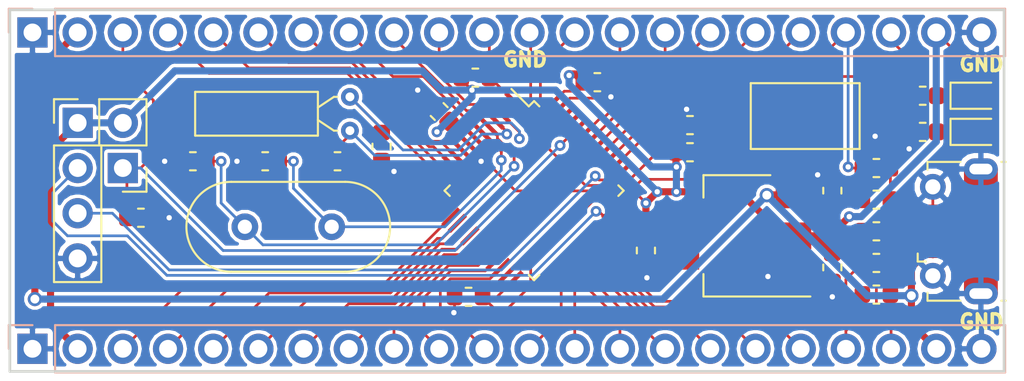
<source format=kicad_pcb>
(kicad_pcb (version 20171130) (host pcbnew "(5.0.0)")

  (general
    (thickness 1.6)
    (drawings 7)
    (tracks 474)
    (zones 0)
    (modules 33)
    (nets 50)
  )

  (page A4)
  (layers
    (0 F.Cu signal)
    (31 B.Cu signal)
    (32 B.Adhes user)
    (33 F.Adhes user)
    (34 B.Paste user)
    (35 F.Paste user)
    (36 B.SilkS user)
    (37 F.SilkS user)
    (38 B.Mask user hide)
    (39 F.Mask user hide)
    (40 Dwgs.User user)
    (41 Cmts.User user)
    (42 Eco1.User user)
    (43 Eco2.User user)
    (44 Edge.Cuts user)
    (45 Margin user)
    (46 B.CrtYd user hide)
    (47 F.CrtYd user hide)
    (48 B.Fab user)
    (49 F.Fab user hide)
  )

  (setup
    (last_trace_width 0.152)
    (trace_clearance 0.152)
    (zone_clearance 0.2)
    (zone_45_only no)
    (trace_min 0.152)
    (segment_width 0.2)
    (edge_width 0.15)
    (via_size 0.6)
    (via_drill 0.3)
    (via_min_size 0.6)
    (via_min_drill 0.3)
    (uvia_size 0.3)
    (uvia_drill 0.1)
    (uvias_allowed no)
    (uvia_min_size 0.2)
    (uvia_min_drill 0.1)
    (pcb_text_width 0.3)
    (pcb_text_size 1.5 1.5)
    (mod_edge_width 0.15)
    (mod_text_size 1 1)
    (mod_text_width 0.15)
    (pad_size 1.45 1.45)
    (pad_drill 0.85)
    (pad_to_mask_clearance 0.2)
    (aux_axis_origin 0 0)
    (visible_elements 7FFDFE7F)
    (pcbplotparams
      (layerselection 0x010fc_ffffffff)
      (usegerberextensions false)
      (usegerberattributes false)
      (usegerberadvancedattributes false)
      (creategerberjobfile false)
      (excludeedgelayer true)
      (linewidth 0.100000)
      (plotframeref false)
      (viasonmask false)
      (mode 1)
      (useauxorigin false)
      (hpglpennumber 1)
      (hpglpenspeed 20)
      (hpglpendiameter 15.000000)
      (psnegative false)
      (psa4output false)
      (plotreference true)
      (plotvalue true)
      (plotinvisibletext false)
      (padsonsilk false)
      (subtractmaskfromsilk false)
      (outputformat 1)
      (mirror false)
      (drillshape 1)
      (scaleselection 1)
      (outputdirectory ""))
  )

  (net 0 "")
  (net 1 GND)
  (net 2 /OSC_IN)
  (net 3 /OSC_OUT)
  (net 4 /RESET)
  (net 5 +3V3)
  (net 6 /5V)
  (net 7 /LED1)
  (net 8 /BOOT0)
  (net 9 /PB0)
  (net 10 /PB1)
  (net 11 /PB2)
  (net 12 /PB3)
  (net 13 /PB4)
  (net 14 /PB5)
  (net 15 /PB6)
  (net 16 /PB7)
  (net 17 /PB8)
  (net 18 /PB9)
  (net 19 /PB10)
  (net 20 /PB11)
  (net 21 /PB12)
  (net 22 /PB13)
  (net 23 /PB14)
  (net 24 /PB15)
  (net 25 /OSC32_OUT)
  (net 26 /OSC32_IN)
  (net 27 /PA15)
  (net 28 /PA12)
  (net 29 /PA11)
  (net 30 /PA10)
  (net 31 /PA9)
  (net 32 /PA8)
  (net 33 /PA7)
  (net 34 /PA6)
  (net 35 /PA5)
  (net 36 /PA4)
  (net 37 /PA3)
  (net 38 /PA2)
  (net 39 /PA1)
  (net 40 /PA0)
  (net 41 /VBAT)
  (net 42 "Net-(J4-Pad4)")
  (net 43 "Net-(J4-Pad3)")
  (net 44 "Net-(J4-Pad2)")
  (net 45 /SWDCLK)
  (net 46 /SWDIO)
  (net 47 "Net-(R5-Pad1)")
  (net 48 "Net-(D1-Pad1)")
  (net 49 "Net-(D2-Pad1)")

  (net_class Default "This is the default net class."
    (clearance 0.152)
    (trace_width 0.152)
    (via_dia 0.6)
    (via_drill 0.3)
    (uvia_dia 0.3)
    (uvia_drill 0.1)
    (add_net +3V3)
    (add_net /BOOT0)
    (add_net /LED1)
    (add_net /OSC32_IN)
    (add_net /OSC32_OUT)
    (add_net /OSC_IN)
    (add_net /OSC_OUT)
    (add_net /PA0)
    (add_net /PA1)
    (add_net /PA10)
    (add_net /PA11)
    (add_net /PA12)
    (add_net /PA15)
    (add_net /PA2)
    (add_net /PA3)
    (add_net /PA4)
    (add_net /PA5)
    (add_net /PA6)
    (add_net /PA7)
    (add_net /PA8)
    (add_net /PA9)
    (add_net /PB0)
    (add_net /PB1)
    (add_net /PB10)
    (add_net /PB11)
    (add_net /PB12)
    (add_net /PB13)
    (add_net /PB14)
    (add_net /PB15)
    (add_net /PB2)
    (add_net /PB3)
    (add_net /PB4)
    (add_net /PB5)
    (add_net /PB6)
    (add_net /PB7)
    (add_net /PB8)
    (add_net /PB9)
    (add_net /RESET)
    (add_net /SWDCLK)
    (add_net /SWDIO)
    (add_net /VBAT)
    (add_net GND)
    (add_net "Net-(D1-Pad1)")
    (add_net "Net-(D2-Pad1)")
    (add_net "Net-(J4-Pad2)")
    (add_net "Net-(J4-Pad3)")
    (add_net "Net-(J4-Pad4)")
    (add_net "Net-(R5-Pad1)")
  )

  (net_class power ""
    (clearance 0.152)
    (trace_width 0.4)
    (via_dia 0.8)
    (via_drill 0.5)
    (uvia_dia 0.3)
    (uvia_drill 0.1)
    (add_net /5V)
  )

  (module Button_Switch_SMD:SW_SPST_CK_RS282G05A3 (layer F.Cu) (tedit 5B9CC325) (tstamp 5BA95785)
    (at 172.974 101.219)
    (descr https://www.mouser.com/ds/2/60/RS-282G05A-SM_RT-1159762.pdf)
    (tags "SPST button tactile switch")
    (path /5B9C39B7)
    (attr smd)
    (fp_text reference SW1 (at 0 -2.6) (layer F.SilkS) hide
      (effects (font (size 1 1) (thickness 0.15)))
    )
    (fp_text value Reset (at 0 3) (layer F.Fab)
      (effects (font (size 1 1) (thickness 0.15)))
    )
    (fp_line (start -4.9 2.05) (end -4.9 -2.05) (layer F.CrtYd) (width 0.05))
    (fp_line (start 4.9 2.05) (end -4.9 2.05) (layer F.CrtYd) (width 0.05))
    (fp_line (start 4.9 -2.05) (end 4.9 2.05) (layer F.CrtYd) (width 0.05))
    (fp_line (start -4.9 -2.05) (end 4.9 -2.05) (layer F.CrtYd) (width 0.05))
    (fp_text user %R (at 0 -2.6) (layer F.Fab)
      (effects (font (size 1 1) (thickness 0.15)))
    )
    (fp_line (start -1.75 -1) (end 1.75 -1) (layer F.Fab) (width 0.1))
    (fp_line (start 1.75 -1) (end 1.75 1) (layer F.Fab) (width 0.1))
    (fp_line (start 1.75 1) (end -1.75 1) (layer F.Fab) (width 0.1))
    (fp_line (start -1.75 1) (end -1.75 -1) (layer F.Fab) (width 0.1))
    (fp_line (start -3.06 -1.85) (end 3.06 -1.85) (layer F.SilkS) (width 0.12))
    (fp_line (start 3.06 -1.85) (end 3.06 1.85) (layer F.SilkS) (width 0.12))
    (fp_line (start 3.06 1.85) (end -3.06 1.85) (layer F.SilkS) (width 0.12))
    (fp_line (start -3.06 1.85) (end -3.06 -1.85) (layer F.SilkS) (width 0.12))
    (fp_line (start -1.5 0.8) (end 1.5 0.8) (layer F.Fab) (width 0.1))
    (fp_line (start -1.5 -0.8) (end 1.5 -0.8) (layer F.Fab) (width 0.1))
    (fp_line (start 1.5 -0.8) (end 1.5 0.8) (layer F.Fab) (width 0.1))
    (fp_line (start -1.5 -0.8) (end -1.5 0.8) (layer F.Fab) (width 0.1))
    (fp_line (start -3 1.8) (end 3 1.8) (layer F.Fab) (width 0.1))
    (fp_line (start -3 -1.8) (end 3 -1.8) (layer F.Fab) (width 0.1))
    (fp_line (start -3 -1.8) (end -3 1.8) (layer F.Fab) (width 0.1))
    (fp_line (start 3 -1.8) (end 3 1.8) (layer F.Fab) (width 0.1))
    (pad 1 smd rect (at -3.9 0) (size 1.5 1.5) (layers F.Cu F.Paste F.Mask)
      (net 4 /RESET))
    (pad 2 smd rect (at 3.9 0) (size 1.5 1.5) (layers F.Cu F.Paste F.Mask)
      (net 1 GND))
    (model ${KISYS3DMOD}/Button_Switch_SMD.3dshapes/SW_SPST_CK_RS282G05A3.wrl
      (at (xyz 0 0 0))
      (scale (xyz 1 1 1))
      (rotate (xyz 0 0 0))
    )
  )

  (module Package_QFP:LQFP-48_7x7mm_P0.5mm (layer F.Cu) (tedit 5B9D39D5) (tstamp 5BA9579F)
    (at 157.734 105.41 315)
    (descr "48 LEAD LQFP 7x7mm (see MICREL LQFP7x7-48LD-PL-1.pdf)")
    (tags "QFP 0.5")
    (path /5B9A95FB)
    (attr smd)
    (fp_text reference U1 (at -4.22072 -4.579931 315) (layer F.SilkS) hide
      (effects (font (size 1 1) (thickness 0.15)))
    )
    (fp_text value STM32F303CBTx (at 0 6 315) (layer F.Fab)
      (effects (font (size 1 1) (thickness 0.15)))
    )
    (fp_line (start 3.13 3.75) (end 3.75 3.75) (layer F.CrtYd) (width 0.05))
    (fp_line (start 3.75 3.13) (end 3.75 3.75) (layer F.CrtYd) (width 0.05))
    (fp_line (start 3.13 5.25) (end 3.13 3.75) (layer F.CrtYd) (width 0.05))
    (fp_text user %R (at 0 0 315) (layer F.Fab)
      (effects (font (size 1 1) (thickness 0.15)))
    )
    (fp_line (start -2.5 -3.5) (end 3.5 -3.5) (layer F.Fab) (width 0.1))
    (fp_line (start 3.5 -3.5) (end 3.5 3.5) (layer F.Fab) (width 0.1))
    (fp_line (start 3.5 3.5) (end -3.5 3.5) (layer F.Fab) (width 0.1))
    (fp_line (start -3.5 3.5) (end -3.5 -2.5) (layer F.Fab) (width 0.1))
    (fp_line (start -3.5 -2.5) (end -2.5 -3.5) (layer F.Fab) (width 0.1))
    (fp_line (start -5.25 -3.13) (end -5.25 3.13) (layer F.CrtYd) (width 0.05))
    (fp_line (start 5.25 -3.13) (end 5.25 3.13) (layer F.CrtYd) (width 0.05))
    (fp_line (start -3.13 -5.25) (end 3.13 -5.25) (layer F.CrtYd) (width 0.05))
    (fp_line (start -3.13 5.25) (end 3.13 5.25) (layer F.CrtYd) (width 0.05))
    (fp_line (start 3.56 -3.56) (end 3.56 -3.14) (layer F.SilkS) (width 0.12))
    (fp_line (start 3.56 3.56) (end 3.56 3.14) (layer F.SilkS) (width 0.12))
    (fp_line (start -3.56 3.56) (end -3.56 3.14) (layer F.SilkS) (width 0.12))
    (fp_line (start -3.56 -3.56) (end -3.14 -3.56) (layer F.SilkS) (width 0.12))
    (fp_line (start 3.56 3.56) (end 3.14 3.56) (layer F.SilkS) (width 0.12))
    (fp_line (start 3.56 -3.56) (end 3.14 -3.56) (layer F.SilkS) (width 0.12))
    (fp_line (start -3.56 -3.14) (end -4.94 -3.14) (layer F.SilkS) (width 0.12))
    (fp_line (start -3.56 -3.56) (end -3.56 -3.14) (layer F.SilkS) (width 0.12))
    (fp_line (start -3.56 3.56) (end -3.14 3.56) (layer F.SilkS) (width 0.12))
    (fp_line (start 3.75 3.13) (end 5.25 3.13) (layer F.CrtYd) (width 0.05))
    (fp_line (start 3.75 -3.13) (end 5.25 -3.13) (layer F.CrtYd) (width 0.05))
    (fp_line (start 3.13 -3.75) (end 3.13 -5.25) (layer F.CrtYd) (width 0.05))
    (fp_line (start -3.13 -3.75) (end -3.13 -5.25) (layer F.CrtYd) (width 0.05))
    (fp_line (start -3.75 -3.13) (end -5.25 -3.13) (layer F.CrtYd) (width 0.05))
    (fp_line (start -3.75 3.13) (end -5.25 3.13) (layer F.CrtYd) (width 0.05))
    (fp_line (start -3.13 3.75) (end -3.13 5.25) (layer F.CrtYd) (width 0.05))
    (fp_line (start 3.13 -3.75) (end 3.75 -3.75) (layer F.CrtYd) (width 0.05))
    (fp_line (start 3.75 -3.13) (end 3.75 -3.75) (layer F.CrtYd) (width 0.05))
    (fp_line (start -3.75 3.13) (end -3.75 3.75) (layer F.CrtYd) (width 0.05))
    (fp_line (start -3.13 3.75) (end -3.75 3.75) (layer F.CrtYd) (width 0.05))
    (fp_line (start -3.75 -3.13) (end -3.75 -3.75) (layer F.CrtYd) (width 0.05))
    (fp_line (start -3.13 -3.75) (end -3.75 -3.75) (layer F.CrtYd) (width 0.05))
    (pad 1 smd rect (at -4.35 -2.75 315) (size 1.3 0.25) (layers F.Cu F.Paste F.Mask)
      (net 41 /VBAT))
    (pad 2 smd rect (at -4.35 -2.25 315) (size 1.3 0.25) (layers F.Cu F.Paste F.Mask)
      (net 7 /LED1))
    (pad 3 smd rect (at -4.35 -1.749999 315) (size 1.3 0.25) (layers F.Cu F.Paste F.Mask)
      (net 26 /OSC32_IN))
    (pad 4 smd rect (at -4.35 -1.25 315) (size 1.3 0.25) (layers F.Cu F.Paste F.Mask)
      (net 25 /OSC32_OUT))
    (pad 5 smd rect (at -4.35 -0.750001 315) (size 1.3 0.25) (layers F.Cu F.Paste F.Mask)
      (net 2 /OSC_IN))
    (pad 6 smd rect (at -4.35 -0.25 315) (size 1.3 0.25) (layers F.Cu F.Paste F.Mask)
      (net 3 /OSC_OUT))
    (pad 7 smd rect (at -4.35 0.25 315) (size 1.3 0.25) (layers F.Cu F.Paste F.Mask)
      (net 4 /RESET))
    (pad 8 smd rect (at -4.35 0.750001 315) (size 1.3 0.25) (layers F.Cu F.Paste F.Mask)
      (net 1 GND))
    (pad 9 smd rect (at -4.35 1.25 315) (size 1.3 0.25) (layers F.Cu F.Paste F.Mask)
      (net 5 +3V3))
    (pad 10 smd rect (at -4.35 1.749999 315) (size 1.3 0.25) (layers F.Cu F.Paste F.Mask)
      (net 40 /PA0))
    (pad 11 smd rect (at -4.35 2.25 315) (size 1.3 0.25) (layers F.Cu F.Paste F.Mask)
      (net 39 /PA1))
    (pad 12 smd rect (at -4.35 2.75 315) (size 1.3 0.25) (layers F.Cu F.Paste F.Mask)
      (net 38 /PA2))
    (pad 13 smd rect (at -2.75 4.35 45) (size 1.3 0.25) (layers F.Cu F.Paste F.Mask)
      (net 37 /PA3))
    (pad 14 smd rect (at -2.25 4.35 45) (size 1.3 0.25) (layers F.Cu F.Paste F.Mask)
      (net 36 /PA4))
    (pad 15 smd rect (at -1.749999 4.35 45) (size 1.3 0.25) (layers F.Cu F.Paste F.Mask)
      (net 35 /PA5))
    (pad 16 smd rect (at -1.25 4.35 45) (size 1.3 0.25) (layers F.Cu F.Paste F.Mask)
      (net 34 /PA6))
    (pad 17 smd rect (at -0.750001 4.35 45) (size 1.3 0.25) (layers F.Cu F.Paste F.Mask)
      (net 33 /PA7))
    (pad 18 smd rect (at -0.25 4.35 45) (size 1.3 0.25) (layers F.Cu F.Paste F.Mask)
      (net 9 /PB0))
    (pad 19 smd rect (at 0.25 4.35 45) (size 1.3 0.25) (layers F.Cu F.Paste F.Mask)
      (net 10 /PB1))
    (pad 20 smd rect (at 0.750001 4.35 45) (size 1.3 0.25) (layers F.Cu F.Paste F.Mask)
      (net 11 /PB2))
    (pad 21 smd rect (at 1.25 4.35 45) (size 1.3 0.25) (layers F.Cu F.Paste F.Mask)
      (net 19 /PB10))
    (pad 22 smd rect (at 1.749999 4.35 45) (size 1.3 0.25) (layers F.Cu F.Paste F.Mask)
      (net 20 /PB11))
    (pad 23 smd rect (at 2.25 4.35 45) (size 1.3 0.25) (layers F.Cu F.Paste F.Mask)
      (net 1 GND))
    (pad 24 smd rect (at 2.75 4.35 45) (size 1.3 0.25) (layers F.Cu F.Paste F.Mask)
      (net 5 +3V3))
    (pad 25 smd rect (at 4.35 2.75 315) (size 1.3 0.25) (layers F.Cu F.Paste F.Mask)
      (net 21 /PB12))
    (pad 26 smd rect (at 4.35 2.25 315) (size 1.3 0.25) (layers F.Cu F.Paste F.Mask)
      (net 22 /PB13))
    (pad 27 smd rect (at 4.35 1.749999 315) (size 1.3 0.25) (layers F.Cu F.Paste F.Mask)
      (net 23 /PB14))
    (pad 28 smd rect (at 4.35 1.25 315) (size 1.3 0.25) (layers F.Cu F.Paste F.Mask)
      (net 24 /PB15))
    (pad 29 smd rect (at 4.35 0.750001 315) (size 1.3 0.25) (layers F.Cu F.Paste F.Mask)
      (net 32 /PA8))
    (pad 30 smd rect (at 4.35 0.25 315) (size 1.3 0.25) (layers F.Cu F.Paste F.Mask)
      (net 31 /PA9))
    (pad 31 smd rect (at 4.35 -0.25 315) (size 1.3 0.25) (layers F.Cu F.Paste F.Mask)
      (net 30 /PA10))
    (pad 32 smd rect (at 4.35 -0.750001 315) (size 1.3 0.25) (layers F.Cu F.Paste F.Mask)
      (net 29 /PA11))
    (pad 33 smd rect (at 4.35 -1.25 315) (size 1.3 0.25) (layers F.Cu F.Paste F.Mask)
      (net 28 /PA12))
    (pad 34 smd rect (at 4.35 -1.749999 315) (size 1.3 0.25) (layers F.Cu F.Paste F.Mask)
      (net 46 /SWDIO))
    (pad 35 smd rect (at 4.35 -2.25 315) (size 1.3 0.25) (layers F.Cu F.Paste F.Mask)
      (net 1 GND))
    (pad 36 smd rect (at 4.35 -2.75 315) (size 1.3 0.25) (layers F.Cu F.Paste F.Mask)
      (net 5 +3V3))
    (pad 37 smd rect (at 2.75 -4.35 45) (size 1.3 0.25) (layers F.Cu F.Paste F.Mask)
      (net 45 /SWDCLK))
    (pad 38 smd rect (at 2.25 -4.35 45) (size 1.3 0.25) (layers F.Cu F.Paste F.Mask)
      (net 27 /PA15))
    (pad 39 smd rect (at 1.749999 -4.35 45) (size 1.3 0.25) (layers F.Cu F.Paste F.Mask)
      (net 12 /PB3))
    (pad 40 smd rect (at 1.25 -4.35 45) (size 1.3 0.25) (layers F.Cu F.Paste F.Mask)
      (net 13 /PB4))
    (pad 41 smd rect (at 0.750001 -4.35 45) (size 1.3 0.25) (layers F.Cu F.Paste F.Mask)
      (net 14 /PB5))
    (pad 42 smd rect (at 0.25 -4.35 45) (size 1.3 0.25) (layers F.Cu F.Paste F.Mask)
      (net 15 /PB6))
    (pad 43 smd rect (at -0.25 -4.35 45) (size 1.3 0.25) (layers F.Cu F.Paste F.Mask)
      (net 16 /PB7))
    (pad 44 smd rect (at -0.750001 -4.35 45) (size 1.3 0.25) (layers F.Cu F.Paste F.Mask)
      (net 8 /BOOT0))
    (pad 45 smd rect (at -1.25 -4.35 45) (size 1.3 0.25) (layers F.Cu F.Paste F.Mask)
      (net 17 /PB8))
    (pad 46 smd rect (at -1.749999 -4.35 45) (size 1.3 0.25) (layers F.Cu F.Paste F.Mask)
      (net 18 /PB9))
    (pad 47 smd rect (at -2.25 -4.35 45) (size 1.3 0.25) (layers F.Cu F.Paste F.Mask)
      (net 1 GND))
    (pad 48 smd rect (at -2.75 -4.35 45) (size 1.3 0.25) (layers F.Cu F.Paste F.Mask)
      (net 5 +3V3))
    (model ${KISYS3DMOD}/Package_QFP.3dshapes/LQFP-48_7x7mm_P0.5mm.wrl
      (at (xyz 0 0 0))
      (scale (xyz 1 1 1))
      (rotate (xyz 0 0 0))
    )
  )

  (module Capacitor_SMD:C_0603_1608Metric (layer F.Cu) (tedit 5B9CC39A) (tstamp 5BA95587)
    (at 152.4 100.965 135)
    (descr "Capacitor SMD 0603 (1608 Metric), square (rectangular) end terminal, IPC_7351 nominal, (Body size source: http://www.tortai-tech.com/upload/download/2011102023233369053.pdf), generated with kicad-footprint-generator")
    (tags capacitor)
    (path /5B9AE1DD)
    (attr smd)
    (fp_text reference C4 (at 0 -1.43 135) (layer F.SilkS) hide
      (effects (font (size 1 1) (thickness 0.15)))
    )
    (fp_text value 100nF (at 0 1.43 135) (layer F.Fab)
      (effects (font (size 1 1) (thickness 0.15)))
    )
    (fp_text user %R (at 0 0 135) (layer F.Fab)
      (effects (font (size 0.4 0.4) (thickness 0.06)))
    )
    (fp_line (start 1.48 0.73) (end -1.48 0.73) (layer F.CrtYd) (width 0.05))
    (fp_line (start 1.48 -0.73) (end 1.48 0.73) (layer F.CrtYd) (width 0.05))
    (fp_line (start -1.48 -0.73) (end 1.48 -0.73) (layer F.CrtYd) (width 0.05))
    (fp_line (start -1.48 0.73) (end -1.48 -0.73) (layer F.CrtYd) (width 0.05))
    (fp_line (start -0.162779 0.51) (end 0.162779 0.51) (layer F.SilkS) (width 0.12))
    (fp_line (start -0.162779 -0.51) (end 0.162779 -0.51) (layer F.SilkS) (width 0.12))
    (fp_line (start 0.8 0.4) (end -0.8 0.4) (layer F.Fab) (width 0.1))
    (fp_line (start 0.8 -0.4) (end 0.8 0.4) (layer F.Fab) (width 0.1))
    (fp_line (start -0.8 -0.4) (end 0.8 -0.4) (layer F.Fab) (width 0.1))
    (fp_line (start -0.8 0.4) (end -0.8 -0.4) (layer F.Fab) (width 0.1))
    (pad 2 smd roundrect (at 0.787501 0 135) (size 0.875 0.95) (layers F.Cu F.Paste F.Mask) (roundrect_rratio 0.25)
      (net 1 GND))
    (pad 1 smd roundrect (at -0.787501 0 135) (size 0.875 0.95) (layers F.Cu F.Paste F.Mask) (roundrect_rratio 0.25)
      (net 5 +3V3))
    (model ${KISYS3DMOD}/Capacitor_SMD.3dshapes/C_0603_1608Metric.wrl
      (at (xyz 0 0 0))
      (scale (xyz 1 1 1))
      (rotate (xyz 0 0 0))
    )
  )

  (module Capacitor_SMD:C_0603_1608Metric (layer F.Cu) (tedit 5B9CC3AA) (tstamp 5BA95597)
    (at 161.29 99.314)
    (descr "Capacitor SMD 0603 (1608 Metric), square (rectangular) end terminal, IPC_7351 nominal, (Body size source: http://www.tortai-tech.com/upload/download/2011102023233369053.pdf), generated with kicad-footprint-generator")
    (tags capacitor)
    (path /5B9AE0E3)
    (attr smd)
    (fp_text reference C5 (at 0 -1.43) (layer F.SilkS) hide
      (effects (font (size 1 1) (thickness 0.15)))
    )
    (fp_text value 100nF (at 0 1.43) (layer F.Fab)
      (effects (font (size 1 1) (thickness 0.15)))
    )
    (fp_text user %R (at 0 0) (layer F.Fab)
      (effects (font (size 0.4 0.4) (thickness 0.06)))
    )
    (fp_line (start 1.48 0.73) (end -1.48 0.73) (layer F.CrtYd) (width 0.05))
    (fp_line (start 1.48 -0.73) (end 1.48 0.73) (layer F.CrtYd) (width 0.05))
    (fp_line (start -1.48 -0.73) (end 1.48 -0.73) (layer F.CrtYd) (width 0.05))
    (fp_line (start -1.48 0.73) (end -1.48 -0.73) (layer F.CrtYd) (width 0.05))
    (fp_line (start -0.162779 0.51) (end 0.162779 0.51) (layer F.SilkS) (width 0.12))
    (fp_line (start -0.162779 -0.51) (end 0.162779 -0.51) (layer F.SilkS) (width 0.12))
    (fp_line (start 0.8 0.4) (end -0.8 0.4) (layer F.Fab) (width 0.1))
    (fp_line (start 0.8 -0.4) (end 0.8 0.4) (layer F.Fab) (width 0.1))
    (fp_line (start -0.8 -0.4) (end 0.8 -0.4) (layer F.Fab) (width 0.1))
    (fp_line (start -0.8 0.4) (end -0.8 -0.4) (layer F.Fab) (width 0.1))
    (pad 2 smd roundrect (at 0.7875 0) (size 0.875 0.95) (layers F.Cu F.Paste F.Mask) (roundrect_rratio 0.25)
      (net 1 GND))
    (pad 1 smd roundrect (at -0.7875 0) (size 0.875 0.95) (layers F.Cu F.Paste F.Mask) (roundrect_rratio 0.25)
      (net 5 +3V3))
    (model ${KISYS3DMOD}/Capacitor_SMD.3dshapes/C_0603_1608Metric.wrl
      (at (xyz 0 0 0))
      (scale (xyz 1 1 1))
      (rotate (xyz 0 0 0))
    )
  )

  (module Capacitor_SMD:C_0603_1608Metric (layer F.Cu) (tedit 5B9CC32C) (tstamp 5BA95557)
    (at 138.557 103.759 180)
    (descr "Capacitor SMD 0603 (1608 Metric), square (rectangular) end terminal, IPC_7351 nominal, (Body size source: http://www.tortai-tech.com/upload/download/2011102023233369053.pdf), generated with kicad-footprint-generator")
    (tags capacitor)
    (path /5B9AF9F2)
    (attr smd)
    (fp_text reference C1 (at 0 -1.43 180) (layer F.SilkS) hide
      (effects (font (size 1 1) (thickness 0.15)))
    )
    (fp_text value 22pF (at 0 1.43 180) (layer F.Fab)
      (effects (font (size 1 1) (thickness 0.15)))
    )
    (fp_text user %R (at 0 0 180) (layer F.Fab)
      (effects (font (size 0.4 0.4) (thickness 0.06)))
    )
    (fp_line (start 1.48 0.73) (end -1.48 0.73) (layer F.CrtYd) (width 0.05))
    (fp_line (start 1.48 -0.73) (end 1.48 0.73) (layer F.CrtYd) (width 0.05))
    (fp_line (start -1.48 -0.73) (end 1.48 -0.73) (layer F.CrtYd) (width 0.05))
    (fp_line (start -1.48 0.73) (end -1.48 -0.73) (layer F.CrtYd) (width 0.05))
    (fp_line (start -0.162779 0.51) (end 0.162779 0.51) (layer F.SilkS) (width 0.12))
    (fp_line (start -0.162779 -0.51) (end 0.162779 -0.51) (layer F.SilkS) (width 0.12))
    (fp_line (start 0.8 0.4) (end -0.8 0.4) (layer F.Fab) (width 0.1))
    (fp_line (start 0.8 -0.4) (end 0.8 0.4) (layer F.Fab) (width 0.1))
    (fp_line (start -0.8 -0.4) (end 0.8 -0.4) (layer F.Fab) (width 0.1))
    (fp_line (start -0.8 0.4) (end -0.8 -0.4) (layer F.Fab) (width 0.1))
    (pad 2 smd roundrect (at 0.7875 0 180) (size 0.875 0.95) (layers F.Cu F.Paste F.Mask) (roundrect_rratio 0.25)
      (net 1 GND))
    (pad 1 smd roundrect (at -0.7875 0 180) (size 0.875 0.95) (layers F.Cu F.Paste F.Mask) (roundrect_rratio 0.25)
      (net 2 /OSC_IN))
    (model ${KISYS3DMOD}/Capacitor_SMD.3dshapes/C_0603_1608Metric.wrl
      (at (xyz 0 0 0))
      (scale (xyz 1 1 1))
      (rotate (xyz 0 0 0))
    )
  )

  (module Capacitor_SMD:C_0603_1608Metric (layer F.Cu) (tedit 5B9CC32F) (tstamp 5BA95567)
    (at 142.621 103.759 180)
    (descr "Capacitor SMD 0603 (1608 Metric), square (rectangular) end terminal, IPC_7351 nominal, (Body size source: http://www.tortai-tech.com/upload/download/2011102023233369053.pdf), generated with kicad-footprint-generator")
    (tags capacitor)
    (path /5B9AFB25)
    (attr smd)
    (fp_text reference C2 (at 0 -1.43 180) (layer F.SilkS) hide
      (effects (font (size 1 1) (thickness 0.15)))
    )
    (fp_text value 22pF (at 0 1.43 180) (layer F.Fab)
      (effects (font (size 1 1) (thickness 0.15)))
    )
    (fp_line (start -0.8 0.4) (end -0.8 -0.4) (layer F.Fab) (width 0.1))
    (fp_line (start -0.8 -0.4) (end 0.8 -0.4) (layer F.Fab) (width 0.1))
    (fp_line (start 0.8 -0.4) (end 0.8 0.4) (layer F.Fab) (width 0.1))
    (fp_line (start 0.8 0.4) (end -0.8 0.4) (layer F.Fab) (width 0.1))
    (fp_line (start -0.162779 -0.51) (end 0.162779 -0.51) (layer F.SilkS) (width 0.12))
    (fp_line (start -0.162779 0.51) (end 0.162779 0.51) (layer F.SilkS) (width 0.12))
    (fp_line (start -1.48 0.73) (end -1.48 -0.73) (layer F.CrtYd) (width 0.05))
    (fp_line (start -1.48 -0.73) (end 1.48 -0.73) (layer F.CrtYd) (width 0.05))
    (fp_line (start 1.48 -0.73) (end 1.48 0.73) (layer F.CrtYd) (width 0.05))
    (fp_line (start 1.48 0.73) (end -1.48 0.73) (layer F.CrtYd) (width 0.05))
    (fp_text user %R (at 0 0 180) (layer F.Fab)
      (effects (font (size 0.4 0.4) (thickness 0.06)))
    )
    (pad 1 smd roundrect (at -0.7875 0 180) (size 0.875 0.95) (layers F.Cu F.Paste F.Mask) (roundrect_rratio 0.25)
      (net 3 /OSC_OUT))
    (pad 2 smd roundrect (at 0.7875 0 180) (size 0.875 0.95) (layers F.Cu F.Paste F.Mask) (roundrect_rratio 0.25)
      (net 1 GND))
    (model ${KISYS3DMOD}/Capacitor_SMD.3dshapes/C_0603_1608Metric.wrl
      (at (xyz 0 0 0))
      (scale (xyz 1 1 1))
      (rotate (xyz 0 0 0))
    )
  )

  (module Capacitor_SMD:C_0603_1608Metric (layer F.Cu) (tedit 5B9CC310) (tstamp 5BA95577)
    (at 166.497 101.727 180)
    (descr "Capacitor SMD 0603 (1608 Metric), square (rectangular) end terminal, IPC_7351 nominal, (Body size source: http://www.tortai-tech.com/upload/download/2011102023233369053.pdf), generated with kicad-footprint-generator")
    (tags capacitor)
    (path /5B9BD31B)
    (attr smd)
    (fp_text reference C3 (at 0 -1.43 180) (layer F.SilkS) hide
      (effects (font (size 1 1) (thickness 0.15)))
    )
    (fp_text value 10nF (at 0 1.43 180) (layer F.Fab)
      (effects (font (size 1 1) (thickness 0.15)))
    )
    (fp_line (start -0.8 0.4) (end -0.8 -0.4) (layer F.Fab) (width 0.1))
    (fp_line (start -0.8 -0.4) (end 0.8 -0.4) (layer F.Fab) (width 0.1))
    (fp_line (start 0.8 -0.4) (end 0.8 0.4) (layer F.Fab) (width 0.1))
    (fp_line (start 0.8 0.4) (end -0.8 0.4) (layer F.Fab) (width 0.1))
    (fp_line (start -0.162779 -0.51) (end 0.162779 -0.51) (layer F.SilkS) (width 0.12))
    (fp_line (start -0.162779 0.51) (end 0.162779 0.51) (layer F.SilkS) (width 0.12))
    (fp_line (start -1.48 0.73) (end -1.48 -0.73) (layer F.CrtYd) (width 0.05))
    (fp_line (start -1.48 -0.73) (end 1.48 -0.73) (layer F.CrtYd) (width 0.05))
    (fp_line (start 1.48 -0.73) (end 1.48 0.73) (layer F.CrtYd) (width 0.05))
    (fp_line (start 1.48 0.73) (end -1.48 0.73) (layer F.CrtYd) (width 0.05))
    (fp_text user %R (at 0 0 180) (layer F.Fab)
      (effects (font (size 0.4 0.4) (thickness 0.06)))
    )
    (pad 1 smd roundrect (at -0.7875 0 180) (size 0.875 0.95) (layers F.Cu F.Paste F.Mask) (roundrect_rratio 0.25)
      (net 4 /RESET))
    (pad 2 smd roundrect (at 0.7875 0 180) (size 0.875 0.95) (layers F.Cu F.Paste F.Mask) (roundrect_rratio 0.25)
      (net 1 GND))
    (model ${KISYS3DMOD}/Capacitor_SMD.3dshapes/C_0603_1608Metric.wrl
      (at (xyz 0 0 0))
      (scale (xyz 1 1 1))
      (rotate (xyz 0 0 0))
    )
  )

  (module Capacitor_SMD:C_0603_1608Metric (layer F.Cu) (tedit 5B9CC3A7) (tstamp 5BA955A7)
    (at 164.0205 108.7755 270)
    (descr "Capacitor SMD 0603 (1608 Metric), square (rectangular) end terminal, IPC_7351 nominal, (Body size source: http://www.tortai-tech.com/upload/download/2011102023233369053.pdf), generated with kicad-footprint-generator")
    (tags capacitor)
    (path /5B9AE1A5)
    (attr smd)
    (fp_text reference C6 (at 0 -1.43 270) (layer F.SilkS) hide
      (effects (font (size 1 1) (thickness 0.15)))
    )
    (fp_text value 100nF (at 0 1.43 270) (layer F.Fab)
      (effects (font (size 1 1) (thickness 0.15)))
    )
    (fp_line (start -0.8 0.4) (end -0.8 -0.4) (layer F.Fab) (width 0.1))
    (fp_line (start -0.8 -0.4) (end 0.8 -0.4) (layer F.Fab) (width 0.1))
    (fp_line (start 0.8 -0.4) (end 0.8 0.4) (layer F.Fab) (width 0.1))
    (fp_line (start 0.8 0.4) (end -0.8 0.4) (layer F.Fab) (width 0.1))
    (fp_line (start -0.162779 -0.51) (end 0.162779 -0.51) (layer F.SilkS) (width 0.12))
    (fp_line (start -0.162779 0.51) (end 0.162779 0.51) (layer F.SilkS) (width 0.12))
    (fp_line (start -1.48 0.73) (end -1.48 -0.73) (layer F.CrtYd) (width 0.05))
    (fp_line (start -1.48 -0.73) (end 1.48 -0.73) (layer F.CrtYd) (width 0.05))
    (fp_line (start 1.48 -0.73) (end 1.48 0.73) (layer F.CrtYd) (width 0.05))
    (fp_line (start 1.48 0.73) (end -1.48 0.73) (layer F.CrtYd) (width 0.05))
    (fp_text user %R (at 0 0 270) (layer F.Fab)
      (effects (font (size 0.4 0.4) (thickness 0.06)))
    )
    (pad 1 smd roundrect (at -0.7875 0 270) (size 0.875 0.95) (layers F.Cu F.Paste F.Mask) (roundrect_rratio 0.25)
      (net 5 +3V3))
    (pad 2 smd roundrect (at 0.7875 0 270) (size 0.875 0.95) (layers F.Cu F.Paste F.Mask) (roundrect_rratio 0.25)
      (net 1 GND))
    (model ${KISYS3DMOD}/Capacitor_SMD.3dshapes/C_0603_1608Metric.wrl
      (at (xyz 0 0 0))
      (scale (xyz 1 1 1))
      (rotate (xyz 0 0 0))
    )
  )

  (module Capacitor_SMD:C_0603_1608Metric (layer F.Cu) (tedit 5B9CC336) (tstamp 5BA955B7)
    (at 154.051 111.379 180)
    (descr "Capacitor SMD 0603 (1608 Metric), square (rectangular) end terminal, IPC_7351 nominal, (Body size source: http://www.tortai-tech.com/upload/download/2011102023233369053.pdf), generated with kicad-footprint-generator")
    (tags capacitor)
    (path /5B9AE26F)
    (attr smd)
    (fp_text reference C7 (at 0 -1.43 180) (layer F.SilkS) hide
      (effects (font (size 1 1) (thickness 0.15)))
    )
    (fp_text value 100nF (at 0 1.43 180) (layer F.Fab)
      (effects (font (size 1 1) (thickness 0.15)))
    )
    (fp_line (start -0.8 0.4) (end -0.8 -0.4) (layer F.Fab) (width 0.1))
    (fp_line (start -0.8 -0.4) (end 0.8 -0.4) (layer F.Fab) (width 0.1))
    (fp_line (start 0.8 -0.4) (end 0.8 0.4) (layer F.Fab) (width 0.1))
    (fp_line (start 0.8 0.4) (end -0.8 0.4) (layer F.Fab) (width 0.1))
    (fp_line (start -0.162779 -0.51) (end 0.162779 -0.51) (layer F.SilkS) (width 0.12))
    (fp_line (start -0.162779 0.51) (end 0.162779 0.51) (layer F.SilkS) (width 0.12))
    (fp_line (start -1.48 0.73) (end -1.48 -0.73) (layer F.CrtYd) (width 0.05))
    (fp_line (start -1.48 -0.73) (end 1.48 -0.73) (layer F.CrtYd) (width 0.05))
    (fp_line (start 1.48 -0.73) (end 1.48 0.73) (layer F.CrtYd) (width 0.05))
    (fp_line (start 1.48 0.73) (end -1.48 0.73) (layer F.CrtYd) (width 0.05))
    (fp_text user %R (at 0 0 180) (layer F.Fab)
      (effects (font (size 0.4 0.4) (thickness 0.06)))
    )
    (pad 1 smd roundrect (at -0.7875 0 180) (size 0.875 0.95) (layers F.Cu F.Paste F.Mask) (roundrect_rratio 0.25)
      (net 5 +3V3))
    (pad 2 smd roundrect (at 0.7875 0 180) (size 0.875 0.95) (layers F.Cu F.Paste F.Mask) (roundrect_rratio 0.25)
      (net 1 GND))
    (model ${KISYS3DMOD}/Capacitor_SMD.3dshapes/C_0603_1608Metric.wrl
      (at (xyz 0 0 0))
      (scale (xyz 1 1 1))
      (rotate (xyz 0 0 0))
    )
  )

  (module Capacitor_SMD:C_0603_1608Metric (layer F.Cu) (tedit 5B9CC3BC) (tstamp 5BA955C7)
    (at 174.498 105.41 90)
    (descr "Capacitor SMD 0603 (1608 Metric), square (rectangular) end terminal, IPC_7351 nominal, (Body size source: http://www.tortai-tech.com/upload/download/2011102023233369053.pdf), generated with kicad-footprint-generator")
    (tags capacitor)
    (path /5B9AC220)
    (attr smd)
    (fp_text reference C8 (at 0 -1.43 90) (layer F.SilkS) hide
      (effects (font (size 1 1) (thickness 0.15)))
    )
    (fp_text value 4.7uF (at 0 1.43 90) (layer F.Fab)
      (effects (font (size 1 1) (thickness 0.15)))
    )
    (fp_text user %R (at 0 0 90) (layer F.Fab)
      (effects (font (size 0.4 0.4) (thickness 0.06)))
    )
    (fp_line (start 1.48 0.73) (end -1.48 0.73) (layer F.CrtYd) (width 0.05))
    (fp_line (start 1.48 -0.73) (end 1.48 0.73) (layer F.CrtYd) (width 0.05))
    (fp_line (start -1.48 -0.73) (end 1.48 -0.73) (layer F.CrtYd) (width 0.05))
    (fp_line (start -1.48 0.73) (end -1.48 -0.73) (layer F.CrtYd) (width 0.05))
    (fp_line (start -0.162779 0.51) (end 0.162779 0.51) (layer F.SilkS) (width 0.12))
    (fp_line (start -0.162779 -0.51) (end 0.162779 -0.51) (layer F.SilkS) (width 0.12))
    (fp_line (start 0.8 0.4) (end -0.8 0.4) (layer F.Fab) (width 0.1))
    (fp_line (start 0.8 -0.4) (end 0.8 0.4) (layer F.Fab) (width 0.1))
    (fp_line (start -0.8 -0.4) (end 0.8 -0.4) (layer F.Fab) (width 0.1))
    (fp_line (start -0.8 0.4) (end -0.8 -0.4) (layer F.Fab) (width 0.1))
    (pad 2 smd roundrect (at 0.7875 0 90) (size 0.875 0.95) (layers F.Cu F.Paste F.Mask) (roundrect_rratio 0.25)
      (net 1 GND))
    (pad 1 smd roundrect (at -0.7875 0 90) (size 0.875 0.95) (layers F.Cu F.Paste F.Mask) (roundrect_rratio 0.25)
      (net 6 /5V))
    (model ${KISYS3DMOD}/Capacitor_SMD.3dshapes/C_0603_1608Metric.wrl
      (at (xyz 0 0 0))
      (scale (xyz 1 1 1))
      (rotate (xyz 0 0 0))
    )
  )

  (module Capacitor_SMD:C_0603_1608Metric (layer F.Cu) (tedit 5B9CC3C0) (tstamp 5BA955D7)
    (at 149.1615 102.9335 270)
    (descr "Capacitor SMD 0603 (1608 Metric), square (rectangular) end terminal, IPC_7351 nominal, (Body size source: http://www.tortai-tech.com/upload/download/2011102023233369053.pdf), generated with kicad-footprint-generator")
    (tags capacitor)
    (path /5B9D6E8C)
    (attr smd)
    (fp_text reference C9 (at 0 -1.43 270) (layer F.SilkS) hide
      (effects (font (size 1 1) (thickness 0.15)))
    )
    (fp_text value 22pF (at 0 1.43 270) (layer F.Fab)
      (effects (font (size 1 1) (thickness 0.15)))
    )
    (fp_line (start -0.8 0.4) (end -0.8 -0.4) (layer F.Fab) (width 0.1))
    (fp_line (start -0.8 -0.4) (end 0.8 -0.4) (layer F.Fab) (width 0.1))
    (fp_line (start 0.8 -0.4) (end 0.8 0.4) (layer F.Fab) (width 0.1))
    (fp_line (start 0.8 0.4) (end -0.8 0.4) (layer F.Fab) (width 0.1))
    (fp_line (start -0.162779 -0.51) (end 0.162779 -0.51) (layer F.SilkS) (width 0.12))
    (fp_line (start -0.162779 0.51) (end 0.162779 0.51) (layer F.SilkS) (width 0.12))
    (fp_line (start -1.48 0.73) (end -1.48 -0.73) (layer F.CrtYd) (width 0.05))
    (fp_line (start -1.48 -0.73) (end 1.48 -0.73) (layer F.CrtYd) (width 0.05))
    (fp_line (start 1.48 -0.73) (end 1.48 0.73) (layer F.CrtYd) (width 0.05))
    (fp_line (start 1.48 0.73) (end -1.48 0.73) (layer F.CrtYd) (width 0.05))
    (fp_text user %R (at 0 0 270) (layer F.Fab)
      (effects (font (size 0.4 0.4) (thickness 0.06)))
    )
    (pad 1 smd roundrect (at -0.7875 0 270) (size 0.875 0.95) (layers F.Cu F.Paste F.Mask) (roundrect_rratio 0.25)
      (net 26 /OSC32_IN))
    (pad 2 smd roundrect (at 0.7875 0 270) (size 0.875 0.95) (layers F.Cu F.Paste F.Mask) (roundrect_rratio 0.25)
      (net 1 GND))
    (model ${KISYS3DMOD}/Capacitor_SMD.3dshapes/C_0603_1608Metric.wrl
      (at (xyz 0 0 0))
      (scale (xyz 1 1 1))
      (rotate (xyz 0 0 0))
    )
  )

  (module Capacitor_SMD:C_0603_1608Metric (layer F.Cu) (tedit 5B9CC3C3) (tstamp 5BA955E7)
    (at 146.685 103.759)
    (descr "Capacitor SMD 0603 (1608 Metric), square (rectangular) end terminal, IPC_7351 nominal, (Body size source: http://www.tortai-tech.com/upload/download/2011102023233369053.pdf), generated with kicad-footprint-generator")
    (tags capacitor)
    (path /5B9D6E93)
    (attr smd)
    (fp_text reference C10 (at 0 -1.43) (layer F.SilkS) hide
      (effects (font (size 1 1) (thickness 0.15)))
    )
    (fp_text value 22pF (at 0 1.43) (layer F.Fab)
      (effects (font (size 1 1) (thickness 0.15)))
    )
    (fp_text user %R (at 0 0) (layer F.Fab)
      (effects (font (size 0.4 0.4) (thickness 0.06)))
    )
    (fp_line (start 1.48 0.73) (end -1.48 0.73) (layer F.CrtYd) (width 0.05))
    (fp_line (start 1.48 -0.73) (end 1.48 0.73) (layer F.CrtYd) (width 0.05))
    (fp_line (start -1.48 -0.73) (end 1.48 -0.73) (layer F.CrtYd) (width 0.05))
    (fp_line (start -1.48 0.73) (end -1.48 -0.73) (layer F.CrtYd) (width 0.05))
    (fp_line (start -0.162779 0.51) (end 0.162779 0.51) (layer F.SilkS) (width 0.12))
    (fp_line (start -0.162779 -0.51) (end 0.162779 -0.51) (layer F.SilkS) (width 0.12))
    (fp_line (start 0.8 0.4) (end -0.8 0.4) (layer F.Fab) (width 0.1))
    (fp_line (start 0.8 -0.4) (end 0.8 0.4) (layer F.Fab) (width 0.1))
    (fp_line (start -0.8 -0.4) (end 0.8 -0.4) (layer F.Fab) (width 0.1))
    (fp_line (start -0.8 0.4) (end -0.8 -0.4) (layer F.Fab) (width 0.1))
    (pad 2 smd roundrect (at 0.7875 0) (size 0.875 0.95) (layers F.Cu F.Paste F.Mask) (roundrect_rratio 0.25)
      (net 1 GND))
    (pad 1 smd roundrect (at -0.7875 0) (size 0.875 0.95) (layers F.Cu F.Paste F.Mask) (roundrect_rratio 0.25)
      (net 25 /OSC32_OUT))
    (model ${KISYS3DMOD}/Capacitor_SMD.3dshapes/C_0603_1608Metric.wrl
      (at (xyz 0 0 0))
      (scale (xyz 1 1 1))
      (rotate (xyz 0 0 0))
    )
  )

  (module Capacitor_SMD:C_0603_1608Metric (layer F.Cu) (tedit 5B9CC3D8) (tstamp 5B9CEEFF)
    (at 174.498 109.728 270)
    (descr "Capacitor SMD 0603 (1608 Metric), square (rectangular) end terminal, IPC_7351 nominal, (Body size source: http://www.tortai-tech.com/upload/download/2011102023233369053.pdf), generated with kicad-footprint-generator")
    (tags capacitor)
    (path /5B9ADE99)
    (attr smd)
    (fp_text reference C11 (at 0 -1.43 270) (layer F.SilkS) hide
      (effects (font (size 1 1) (thickness 0.15)))
    )
    (fp_text value 4.7uF (at 0 1.43 270) (layer F.Fab)
      (effects (font (size 1 1) (thickness 0.15)))
    )
    (fp_line (start -0.8 0.4) (end -0.8 -0.4) (layer F.Fab) (width 0.1))
    (fp_line (start -0.8 -0.4) (end 0.8 -0.4) (layer F.Fab) (width 0.1))
    (fp_line (start 0.8 -0.4) (end 0.8 0.4) (layer F.Fab) (width 0.1))
    (fp_line (start 0.8 0.4) (end -0.8 0.4) (layer F.Fab) (width 0.1))
    (fp_line (start -0.162779 -0.51) (end 0.162779 -0.51) (layer F.SilkS) (width 0.12))
    (fp_line (start -0.162779 0.51) (end 0.162779 0.51) (layer F.SilkS) (width 0.12))
    (fp_line (start -1.48 0.73) (end -1.48 -0.73) (layer F.CrtYd) (width 0.05))
    (fp_line (start -1.48 -0.73) (end 1.48 -0.73) (layer F.CrtYd) (width 0.05))
    (fp_line (start 1.48 -0.73) (end 1.48 0.73) (layer F.CrtYd) (width 0.05))
    (fp_line (start 1.48 0.73) (end -1.48 0.73) (layer F.CrtYd) (width 0.05))
    (fp_text user %R (at 0 0 270) (layer F.Fab)
      (effects (font (size 0.4 0.4) (thickness 0.06)))
    )
    (pad 1 smd roundrect (at -0.7875 0 270) (size 0.875 0.95) (layers F.Cu F.Paste F.Mask) (roundrect_rratio 0.25)
      (net 5 +3V3))
    (pad 2 smd roundrect (at 0.7875 0 270) (size 0.875 0.95) (layers F.Cu F.Paste F.Mask) (roundrect_rratio 0.25)
      (net 1 GND))
    (model ${KISYS3DMOD}/Capacitor_SMD.3dshapes/C_0603_1608Metric.wrl
      (at (xyz 0 0 0))
      (scale (xyz 1 1 1))
      (rotate (xyz 0 0 0))
    )
  )

  (module Connector_PinHeader_2.54mm:PinHeader_1x22_P2.54mm_Vertical locked (layer B.Cu) (tedit 5B9CC3FF) (tstamp 5BA95654)
    (at 129.54 114.3 270)
    (descr "Through hole straight pin header, 1x22, 2.54mm pitch, single row")
    (tags "Through hole pin header THT 1x22 2.54mm single row")
    (path /5BBFEF0B)
    (fp_text reference J2 (at 0 2.33 270) (layer B.SilkS) hide
      (effects (font (size 1 1) (thickness 0.15)) (justify mirror))
    )
    (fp_text value Conn_01x22 (at 0 -55.67 270) (layer B.Fab)
      (effects (font (size 1 1) (thickness 0.15)) (justify mirror))
    )
    (fp_line (start -0.635 1.27) (end 1.27 1.27) (layer B.Fab) (width 0.1))
    (fp_line (start 1.27 1.27) (end 1.27 -54.61) (layer B.Fab) (width 0.1))
    (fp_line (start 1.27 -54.61) (end -1.27 -54.61) (layer B.Fab) (width 0.1))
    (fp_line (start -1.27 -54.61) (end -1.27 0.635) (layer B.Fab) (width 0.1))
    (fp_line (start -1.27 0.635) (end -0.635 1.27) (layer B.Fab) (width 0.1))
    (fp_line (start -1.33 -54.67) (end 1.33 -54.67) (layer B.SilkS) (width 0.12))
    (fp_line (start -1.33 -1.27) (end -1.33 -54.67) (layer B.SilkS) (width 0.12))
    (fp_line (start 1.33 -1.27) (end 1.33 -54.67) (layer B.SilkS) (width 0.12))
    (fp_line (start -1.33 -1.27) (end 1.33 -1.27) (layer B.SilkS) (width 0.12))
    (fp_line (start -1.33 0) (end -1.33 1.33) (layer B.SilkS) (width 0.12))
    (fp_line (start -1.33 1.33) (end 0 1.33) (layer B.SilkS) (width 0.12))
    (fp_line (start -1.8 1.8) (end -1.8 -55.15) (layer B.CrtYd) (width 0.05))
    (fp_line (start -1.8 -55.15) (end 1.8 -55.15) (layer B.CrtYd) (width 0.05))
    (fp_line (start 1.8 -55.15) (end 1.8 1.8) (layer B.CrtYd) (width 0.05))
    (fp_line (start 1.8 1.8) (end -1.8 1.8) (layer B.CrtYd) (width 0.05))
    (fp_text user %R (at 0 -26.67 180) (layer B.Fab)
      (effects (font (size 1 1) (thickness 0.15)) (justify mirror))
    )
    (pad 1 thru_hole rect (at 0 0 270) (size 1.7 1.7) (drill 1) (layers *.Cu *.Mask)
      (net 1 GND))
    (pad 2 thru_hole oval (at 0 -2.54 270) (size 1.7 1.7) (drill 1) (layers *.Cu *.Mask)
      (net 5 +3V3))
    (pad 3 thru_hole oval (at 0 -5.08 270) (size 1.7 1.7) (drill 1) (layers *.Cu *.Mask)
      (net 36 /PA4))
    (pad 4 thru_hole oval (at 0 -7.62 270) (size 1.7 1.7) (drill 1) (layers *.Cu *.Mask)
      (net 35 /PA5))
    (pad 5 thru_hole oval (at 0 -10.16 270) (size 1.7 1.7) (drill 1) (layers *.Cu *.Mask)
      (net 34 /PA6))
    (pad 6 thru_hole oval (at 0 -12.7 270) (size 1.7 1.7) (drill 1) (layers *.Cu *.Mask)
      (net 33 /PA7))
    (pad 7 thru_hole oval (at 0 -15.24 270) (size 1.7 1.7) (drill 1) (layers *.Cu *.Mask)
      (net 9 /PB0))
    (pad 8 thru_hole oval (at 0 -17.78 270) (size 1.7 1.7) (drill 1) (layers *.Cu *.Mask)
      (net 10 /PB1))
    (pad 9 thru_hole oval (at 0 -20.32 270) (size 1.7 1.7) (drill 1) (layers *.Cu *.Mask)
      (net 11 /PB2))
    (pad 10 thru_hole oval (at 0 -22.86 270) (size 1.7 1.7) (drill 1) (layers *.Cu *.Mask)
      (net 19 /PB10))
    (pad 11 thru_hole oval (at 0 -25.4 270) (size 1.7 1.7) (drill 1) (layers *.Cu *.Mask)
      (net 20 /PB11))
    (pad 12 thru_hole oval (at 0 -27.94 270) (size 1.7 1.7) (drill 1) (layers *.Cu *.Mask)
      (net 21 /PB12))
    (pad 13 thru_hole oval (at 0 -30.48 270) (size 1.7 1.7) (drill 1) (layers *.Cu *.Mask)
      (net 22 /PB13))
    (pad 14 thru_hole oval (at 0 -33.02 270) (size 1.7 1.7) (drill 1) (layers *.Cu *.Mask)
      (net 23 /PB14))
    (pad 15 thru_hole oval (at 0 -35.56 270) (size 1.7 1.7) (drill 1) (layers *.Cu *.Mask)
      (net 24 /PB15))
    (pad 16 thru_hole oval (at 0 -38.1 270) (size 1.7 1.7) (drill 1) (layers *.Cu *.Mask)
      (net 32 /PA8))
    (pad 17 thru_hole oval (at 0 -40.64 270) (size 1.7 1.7) (drill 1) (layers *.Cu *.Mask)
      (net 31 /PA9))
    (pad 18 thru_hole oval (at 0 -43.18 270) (size 1.7 1.7) (drill 1) (layers *.Cu *.Mask)
      (net 30 /PA10))
    (pad 19 thru_hole oval (at 0 -45.72 270) (size 1.7 1.7) (drill 1) (layers *.Cu *.Mask)
      (net 29 /PA11))
    (pad 20 thru_hole oval (at 0 -48.26 270) (size 1.7 1.7) (drill 1) (layers *.Cu *.Mask)
      (net 28 /PA12))
    (pad 21 thru_hole oval (at 0 -50.8 270) (size 1.7 1.7) (drill 1) (layers *.Cu *.Mask)
      (net 6 /5V))
    (pad 22 thru_hole oval (at 0 -53.34 270) (size 1.7 1.7) (drill 1) (layers *.Cu *.Mask)
      (net 1 GND))
    (model ${KISYS3DMOD}/Connector_PinHeader_2.54mm.3dshapes/PinHeader_1x22_P2.54mm_Vertical.wrl
      (at (xyz 0 0 0))
      (scale (xyz 1 1 1))
      (rotate (xyz 0 0 0))
    )
  )

  (module Connector_PinHeader_2.54mm:PinHeader_1x22_P2.54mm_Vertical locked (layer B.Cu) (tedit 5B9CC3FC) (tstamp 5BA9567D)
    (at 129.54 96.52 270)
    (descr "Through hole straight pin header, 1x22, 2.54mm pitch, single row")
    (tags "Through hole pin header THT 1x22 2.54mm single row")
    (path /5BC0508D)
    (fp_text reference J3 (at 0 2.33 270) (layer B.SilkS) hide
      (effects (font (size 1 1) (thickness 0.15)) (justify mirror))
    )
    (fp_text value Conn_01x22 (at 0 -55.67 270) (layer B.Fab)
      (effects (font (size 1 1) (thickness 0.15)) (justify mirror))
    )
    (fp_text user %R (at 0 -26.67 180) (layer B.Fab)
      (effects (font (size 1 1) (thickness 0.15)) (justify mirror))
    )
    (fp_line (start 1.8 1.8) (end -1.8 1.8) (layer B.CrtYd) (width 0.05))
    (fp_line (start 1.8 -55.15) (end 1.8 1.8) (layer B.CrtYd) (width 0.05))
    (fp_line (start -1.8 -55.15) (end 1.8 -55.15) (layer B.CrtYd) (width 0.05))
    (fp_line (start -1.8 1.8) (end -1.8 -55.15) (layer B.CrtYd) (width 0.05))
    (fp_line (start -1.33 1.33) (end 0 1.33) (layer B.SilkS) (width 0.12))
    (fp_line (start -1.33 0) (end -1.33 1.33) (layer B.SilkS) (width 0.12))
    (fp_line (start -1.33 -1.27) (end 1.33 -1.27) (layer B.SilkS) (width 0.12))
    (fp_line (start 1.33 -1.27) (end 1.33 -54.67) (layer B.SilkS) (width 0.12))
    (fp_line (start -1.33 -1.27) (end -1.33 -54.67) (layer B.SilkS) (width 0.12))
    (fp_line (start -1.33 -54.67) (end 1.33 -54.67) (layer B.SilkS) (width 0.12))
    (fp_line (start -1.27 0.635) (end -0.635 1.27) (layer B.Fab) (width 0.1))
    (fp_line (start -1.27 -54.61) (end -1.27 0.635) (layer B.Fab) (width 0.1))
    (fp_line (start 1.27 -54.61) (end -1.27 -54.61) (layer B.Fab) (width 0.1))
    (fp_line (start 1.27 1.27) (end 1.27 -54.61) (layer B.Fab) (width 0.1))
    (fp_line (start -0.635 1.27) (end 1.27 1.27) (layer B.Fab) (width 0.1))
    (pad 22 thru_hole oval (at 0 -53.34 270) (size 1.7 1.7) (drill 1) (layers *.Cu *.Mask)
      (net 1 GND))
    (pad 21 thru_hole oval (at 0 -50.8 270) (size 1.7 1.7) (drill 1) (layers *.Cu *.Mask)
      (net 5 +3V3))
    (pad 20 thru_hole oval (at 0 -48.26 270) (size 1.7 1.7) (drill 1) (layers *.Cu *.Mask)
      (net 7 /LED1))
    (pad 19 thru_hole oval (at 0 -45.72 270) (size 1.7 1.7) (drill 1) (layers *.Cu *.Mask)
      (net 27 /PA15))
    (pad 18 thru_hole oval (at 0 -43.18 270) (size 1.7 1.7) (drill 1) (layers *.Cu *.Mask)
      (net 12 /PB3))
    (pad 17 thru_hole oval (at 0 -40.64 270) (size 1.7 1.7) (drill 1) (layers *.Cu *.Mask)
      (net 13 /PB4))
    (pad 16 thru_hole oval (at 0 -38.1 270) (size 1.7 1.7) (drill 1) (layers *.Cu *.Mask)
      (net 14 /PB5))
    (pad 15 thru_hole oval (at 0 -35.56 270) (size 1.7 1.7) (drill 1) (layers *.Cu *.Mask)
      (net 15 /PB6))
    (pad 14 thru_hole oval (at 0 -33.02 270) (size 1.7 1.7) (drill 1) (layers *.Cu *.Mask)
      (net 16 /PB7))
    (pad 13 thru_hole oval (at 0 -30.48 270) (size 1.7 1.7) (drill 1) (layers *.Cu *.Mask)
      (net 18 /PB9))
    (pad 12 thru_hole oval (at 0 -27.94 270) (size 1.7 1.7) (drill 1) (layers *.Cu *.Mask)
      (net 17 /PB8))
    (pad 11 thru_hole oval (at 0 -25.4 270) (size 1.7 1.7) (drill 1) (layers *.Cu *.Mask)
      (net 41 /VBAT))
    (pad 10 thru_hole oval (at 0 -22.86 270) (size 1.7 1.7) (drill 1) (layers *.Cu *.Mask)
      (net 26 /OSC32_IN))
    (pad 9 thru_hole oval (at 0 -20.32 270) (size 1.7 1.7) (drill 1) (layers *.Cu *.Mask)
      (net 25 /OSC32_OUT))
    (pad 8 thru_hole oval (at 0 -17.78 270) (size 1.7 1.7) (drill 1) (layers *.Cu *.Mask)
      (net 4 /RESET))
    (pad 7 thru_hole oval (at 0 -15.24 270) (size 1.7 1.7) (drill 1) (layers *.Cu *.Mask)
      (net 40 /PA0))
    (pad 6 thru_hole oval (at 0 -12.7 270) (size 1.7 1.7) (drill 1) (layers *.Cu *.Mask)
      (net 39 /PA1))
    (pad 5 thru_hole oval (at 0 -10.16 270) (size 1.7 1.7) (drill 1) (layers *.Cu *.Mask)
      (net 38 /PA2))
    (pad 4 thru_hole oval (at 0 -7.62 270) (size 1.7 1.7) (drill 1) (layers *.Cu *.Mask)
      (net 37 /PA3))
    (pad 3 thru_hole oval (at 0 -5.08 270) (size 1.7 1.7) (drill 1) (layers *.Cu *.Mask)
      (net 8 /BOOT0))
    (pad 2 thru_hole oval (at 0 -2.54 270) (size 1.7 1.7) (drill 1) (layers *.Cu *.Mask)
      (net 6 /5V))
    (pad 1 thru_hole rect (at 0 0 270) (size 1.7 1.7) (drill 1) (layers *.Cu *.Mask)
      (net 1 GND))
    (model ${KISYS3DMOD}/Connector_PinHeader_2.54mm.3dshapes/PinHeader_1x22_P2.54mm_Vertical.wrl
      (at (xyz 0 0 0))
      (scale (xyz 1 1 1))
      (rotate (xyz 0 0 0))
    )
  )

  (module Connector_USB:USB_Micro-B_Molex-105017-0001 locked (layer F.Cu) (tedit 5B9CC3D5) (tstamp 5BA956A6)
    (at 181.61 107.696 90)
    (descr http://www.molex.com/pdm_docs/sd/1050170001_sd.pdf)
    (tags "Micro-USB SMD Typ-B")
    (path /5BAAF914)
    (attr smd)
    (fp_text reference J4 (at 0 -3.1125 90) (layer F.SilkS) hide
      (effects (font (size 1 1) (thickness 0.15)))
    )
    (fp_text value USB_B_Micro (at 0.3 4.3375 90) (layer F.Fab)
      (effects (font (size 1 1) (thickness 0.15)))
    )
    (fp_text user "PCB Edge" (at 0 2.6875 90) (layer Dwgs.User)
      (effects (font (size 0.5 0.5) (thickness 0.08)))
    )
    (fp_text user %R (at 0 0.8875 90) (layer F.Fab)
      (effects (font (size 1 1) (thickness 0.15)))
    )
    (fp_line (start -4.4 3.64) (end 4.4 3.64) (layer F.CrtYd) (width 0.05))
    (fp_line (start 4.4 -2.46) (end 4.4 3.64) (layer F.CrtYd) (width 0.05))
    (fp_line (start -4.4 -2.46) (end 4.4 -2.46) (layer F.CrtYd) (width 0.05))
    (fp_line (start -4.4 3.64) (end -4.4 -2.46) (layer F.CrtYd) (width 0.05))
    (fp_line (start -3.9 -1.7625) (end -3.45 -1.7625) (layer F.SilkS) (width 0.12))
    (fp_line (start -3.9 0.0875) (end -3.9 -1.7625) (layer F.SilkS) (width 0.12))
    (fp_line (start 3.9 2.6375) (end 3.9 2.3875) (layer F.SilkS) (width 0.12))
    (fp_line (start 3.75 3.3875) (end 3.75 -1.6125) (layer F.Fab) (width 0.1))
    (fp_line (start -3 2.689204) (end 3 2.689204) (layer F.Fab) (width 0.1))
    (fp_line (start -3.75 3.389204) (end 3.75 3.389204) (layer F.Fab) (width 0.1))
    (fp_line (start -3.75 -1.6125) (end 3.75 -1.6125) (layer F.Fab) (width 0.1))
    (fp_line (start -3.75 3.3875) (end -3.75 -1.6125) (layer F.Fab) (width 0.1))
    (fp_line (start -3.9 2.6375) (end -3.9 2.3875) (layer F.SilkS) (width 0.12))
    (fp_line (start 3.9 0.0875) (end 3.9 -1.7625) (layer F.SilkS) (width 0.12))
    (fp_line (start 3.9 -1.7625) (end 3.45 -1.7625) (layer F.SilkS) (width 0.12))
    (fp_line (start -1.7 -2.3125) (end -1.25 -2.3125) (layer F.SilkS) (width 0.12))
    (fp_line (start -1.7 -2.3125) (end -1.7 -1.8625) (layer F.SilkS) (width 0.12))
    (fp_line (start -1.3 -1.7125) (end -1.5 -1.9125) (layer F.Fab) (width 0.1))
    (fp_line (start -1.1 -1.9125) (end -1.3 -1.7125) (layer F.Fab) (width 0.1))
    (fp_line (start -1.5 -2.1225) (end -1.1 -2.1225) (layer F.Fab) (width 0.1))
    (fp_line (start -1.5 -2.1225) (end -1.5 -1.9125) (layer F.Fab) (width 0.1))
    (fp_line (start -1.1 -2.1225) (end -1.1 -1.9125) (layer F.Fab) (width 0.1))
    (pad 6 smd rect (at 1 1.2375 90) (size 1.5 1.9) (layers F.Cu F.Paste F.Mask)
      (net 1 GND))
    (pad 6 thru_hole circle (at -2.5 -1.4625 90) (size 1.45 1.45) (drill 0.85) (layers *.Cu *.Mask)
      (net 1 GND))
    (pad 2 smd rect (at -0.65 -1.4625 90) (size 0.4 1.35) (layers F.Cu F.Paste F.Mask)
      (net 44 "Net-(J4-Pad2)"))
    (pad 1 smd rect (at -1.3 -1.4625 90) (size 0.4 1.35) (layers F.Cu F.Paste F.Mask)
      (net 6 /5V))
    (pad 5 smd rect (at 1.3 -1.4625 90) (size 0.4 1.35) (layers F.Cu F.Paste F.Mask)
      (net 1 GND))
    (pad 4 smd rect (at 0.65 -1.4625 90) (size 0.4 1.35) (layers F.Cu F.Paste F.Mask)
      (net 42 "Net-(J4-Pad4)"))
    (pad 3 smd rect (at 0 -1.4625 90) (size 0.4 1.35) (layers F.Cu F.Paste F.Mask)
      (net 43 "Net-(J4-Pad3)"))
    (pad 6 thru_hole circle (at 2.5 -1.4625 90) (size 1.45 1.45) (drill 0.85) (layers *.Cu *.Mask)
      (net 1 GND))
    (pad 6 smd rect (at -1 1.2375 90) (size 1.5 1.9) (layers F.Cu F.Paste F.Mask)
      (net 1 GND))
    (pad 6 thru_hole oval (at -3.5 1.2375 270) (size 1.2 1.9) (drill oval 0.6 1.3) (layers *.Cu *.Mask)
      (net 1 GND))
    (pad 6 thru_hole oval (at 3.5 1.2375 90) (size 1.2 1.9) (drill oval 0.6 1.3) (layers *.Cu *.Mask)
      (net 1 GND))
    (pad 6 smd rect (at 2.9 1.2375 90) (size 1.2 1.9) (layers F.Cu F.Mask)
      (net 1 GND))
    (pad 6 smd rect (at -2.9 1.2375 90) (size 1.2 1.9) (layers F.Cu F.Mask)
      (net 1 GND))
    (model ${KISYS3DMOD}/Connector_USB.3dshapes/USB_Micro-B_Molex-105017-0001.wrl
      (at (xyz 0 0 0))
      (scale (xyz 1 1 1))
      (rotate (xyz 0 0 0))
    )
    (model ${KISYS3DMOD}/Connector_USB.3dshapes/USB_Micro-B_Molex_47346-0001.step
      (at (xyz 0 0 0))
      (scale (xyz 1 1 1))
      (rotate (xyz 0 0 0))
    )
  )

  (module Connector_PinHeader_2.54mm:PinHeader_1x04_P2.54mm_Vertical locked (layer F.Cu) (tedit 5B9CC2ED) (tstamp 5BA956CE)
    (at 132.08 101.6)
    (descr "Through hole straight pin header, 1x04, 2.54mm pitch, single row")
    (tags "Through hole pin header THT 1x04 2.54mm single row")
    (path /5BB736BB)
    (fp_text reference J5 (at 0 -2.33) (layer F.SilkS) hide
      (effects (font (size 1 1) (thickness 0.15)))
    )
    (fp_text value Conn_01x04 (at 0 9.95) (layer F.Fab)
      (effects (font (size 1 1) (thickness 0.15)))
    )
    (fp_line (start -0.635 -1.27) (end 1.27 -1.27) (layer F.Fab) (width 0.1))
    (fp_line (start 1.27 -1.27) (end 1.27 8.89) (layer F.Fab) (width 0.1))
    (fp_line (start 1.27 8.89) (end -1.27 8.89) (layer F.Fab) (width 0.1))
    (fp_line (start -1.27 8.89) (end -1.27 -0.635) (layer F.Fab) (width 0.1))
    (fp_line (start -1.27 -0.635) (end -0.635 -1.27) (layer F.Fab) (width 0.1))
    (fp_line (start -1.33 8.95) (end 1.33 8.95) (layer F.SilkS) (width 0.12))
    (fp_line (start -1.33 1.27) (end -1.33 8.95) (layer F.SilkS) (width 0.12))
    (fp_line (start 1.33 1.27) (end 1.33 8.95) (layer F.SilkS) (width 0.12))
    (fp_line (start -1.33 1.27) (end 1.33 1.27) (layer F.SilkS) (width 0.12))
    (fp_line (start -1.33 0) (end -1.33 -1.33) (layer F.SilkS) (width 0.12))
    (fp_line (start -1.33 -1.33) (end 0 -1.33) (layer F.SilkS) (width 0.12))
    (fp_line (start -1.8 -1.8) (end -1.8 9.4) (layer F.CrtYd) (width 0.05))
    (fp_line (start -1.8 9.4) (end 1.8 9.4) (layer F.CrtYd) (width 0.05))
    (fp_line (start 1.8 9.4) (end 1.8 -1.8) (layer F.CrtYd) (width 0.05))
    (fp_line (start 1.8 -1.8) (end -1.8 -1.8) (layer F.CrtYd) (width 0.05))
    (fp_text user %R (at 0 3.81 90) (layer F.Fab)
      (effects (font (size 1 1) (thickness 0.15)))
    )
    (pad 1 thru_hole rect (at 0 0) (size 1.7 1.7) (drill 1) (layers *.Cu *.Mask)
      (net 5 +3V3))
    (pad 2 thru_hole oval (at 0 2.54) (size 1.7 1.7) (drill 1) (layers *.Cu *.Mask)
      (net 46 /SWDIO))
    (pad 3 thru_hole oval (at 0 5.08) (size 1.7 1.7) (drill 1) (layers *.Cu *.Mask)
      (net 45 /SWDCLK))
    (pad 4 thru_hole oval (at 0 7.62) (size 1.7 1.7) (drill 1) (layers *.Cu *.Mask)
      (net 1 GND))
    (model ${KISYS3DMOD}/Connector_PinHeader_2.54mm.3dshapes/PinHeader_1x04_P2.54mm_Vertical.wrl
      (at (xyz 0 0 0))
      (scale (xyz 1 1 1))
      (rotate (xyz 0 0 0))
    )
  )

  (module Resistor_SMD:R_0603_1608Metric (layer F.Cu) (tedit 5B9CC306) (tstamp 5BA956E5)
    (at 135.636 106.934)
    (descr "Resistor SMD 0603 (1608 Metric), square (rectangular) end terminal, IPC_7351 nominal, (Body size source: http://www.tortai-tech.com/upload/download/2011102023233369053.pdf), generated with kicad-footprint-generator")
    (tags resistor)
    (path /5B9BA2C2)
    (attr smd)
    (fp_text reference R1 (at 0 -1.43) (layer F.SilkS) hide
      (effects (font (size 1 1) (thickness 0.15)))
    )
    (fp_text value 100k (at 0 1.43) (layer F.Fab)
      (effects (font (size 1 1) (thickness 0.15)))
    )
    (fp_line (start -0.8 0.4) (end -0.8 -0.4) (layer F.Fab) (width 0.1))
    (fp_line (start -0.8 -0.4) (end 0.8 -0.4) (layer F.Fab) (width 0.1))
    (fp_line (start 0.8 -0.4) (end 0.8 0.4) (layer F.Fab) (width 0.1))
    (fp_line (start 0.8 0.4) (end -0.8 0.4) (layer F.Fab) (width 0.1))
    (fp_line (start -0.162779 -0.51) (end 0.162779 -0.51) (layer F.SilkS) (width 0.12))
    (fp_line (start -0.162779 0.51) (end 0.162779 0.51) (layer F.SilkS) (width 0.12))
    (fp_line (start -1.48 0.73) (end -1.48 -0.73) (layer F.CrtYd) (width 0.05))
    (fp_line (start -1.48 -0.73) (end 1.48 -0.73) (layer F.CrtYd) (width 0.05))
    (fp_line (start 1.48 -0.73) (end 1.48 0.73) (layer F.CrtYd) (width 0.05))
    (fp_line (start 1.48 0.73) (end -1.48 0.73) (layer F.CrtYd) (width 0.05))
    (fp_text user %R (at 0 0) (layer F.Fab)
      (effects (font (size 0.4 0.4) (thickness 0.06)))
    )
    (pad 1 smd roundrect (at -0.7875 0) (size 0.875 0.95) (layers F.Cu F.Paste F.Mask) (roundrect_rratio 0.25)
      (net 8 /BOOT0))
    (pad 2 smd roundrect (at 0.7875 0) (size 0.875 0.95) (layers F.Cu F.Paste F.Mask) (roundrect_rratio 0.25)
      (net 1 GND))
    (model ${KISYS3DMOD}/Resistor_SMD.3dshapes/R_0603_1608Metric.wrl
      (at (xyz 0 0 0))
      (scale (xyz 1 1 1))
      (rotate (xyz 0 0 0))
    )
  )

  (module Resistor_SMD:R_0603_1608Metric (layer F.Cu) (tedit 5B9CC300) (tstamp 5BA956F5)
    (at 166.497 103.251 180)
    (descr "Resistor SMD 0603 (1608 Metric), square (rectangular) end terminal, IPC_7351 nominal, (Body size source: http://www.tortai-tech.com/upload/download/2011102023233369053.pdf), generated with kicad-footprint-generator")
    (tags resistor)
    (path /5B9C042E)
    (attr smd)
    (fp_text reference R2 (at 0 -1.43 180) (layer F.SilkS) hide
      (effects (font (size 1 1) (thickness 0.15)))
    )
    (fp_text value 10k (at 0 1.43 180) (layer F.Fab)
      (effects (font (size 1 1) (thickness 0.15)))
    )
    (fp_text user %R (at 0 0 180) (layer F.Fab)
      (effects (font (size 0.4 0.4) (thickness 0.06)))
    )
    (fp_line (start 1.48 0.73) (end -1.48 0.73) (layer F.CrtYd) (width 0.05))
    (fp_line (start 1.48 -0.73) (end 1.48 0.73) (layer F.CrtYd) (width 0.05))
    (fp_line (start -1.48 -0.73) (end 1.48 -0.73) (layer F.CrtYd) (width 0.05))
    (fp_line (start -1.48 0.73) (end -1.48 -0.73) (layer F.CrtYd) (width 0.05))
    (fp_line (start -0.162779 0.51) (end 0.162779 0.51) (layer F.SilkS) (width 0.12))
    (fp_line (start -0.162779 -0.51) (end 0.162779 -0.51) (layer F.SilkS) (width 0.12))
    (fp_line (start 0.8 0.4) (end -0.8 0.4) (layer F.Fab) (width 0.1))
    (fp_line (start 0.8 -0.4) (end 0.8 0.4) (layer F.Fab) (width 0.1))
    (fp_line (start -0.8 -0.4) (end 0.8 -0.4) (layer F.Fab) (width 0.1))
    (fp_line (start -0.8 0.4) (end -0.8 -0.4) (layer F.Fab) (width 0.1))
    (pad 2 smd roundrect (at 0.7875 0 180) (size 0.875 0.95) (layers F.Cu F.Paste F.Mask) (roundrect_rratio 0.25)
      (net 5 +3V3))
    (pad 1 smd roundrect (at -0.7875 0 180) (size 0.875 0.95) (layers F.Cu F.Paste F.Mask) (roundrect_rratio 0.25)
      (net 4 /RESET))
    (model ${KISYS3DMOD}/Resistor_SMD.3dshapes/R_0603_1608Metric.wrl
      (at (xyz 0 0 0))
      (scale (xyz 1 1 1))
      (rotate (xyz 0 0 0))
    )
  )

  (module Resistor_SMD:R_0603_1608Metric (layer F.Cu) (tedit 5B9CC3C8) (tstamp 5BA95705)
    (at 179.578 100.076)
    (descr "Resistor SMD 0603 (1608 Metric), square (rectangular) end terminal, IPC_7351 nominal, (Body size source: http://www.tortai-tech.com/upload/download/2011102023233369053.pdf), generated with kicad-footprint-generator")
    (tags resistor)
    (path /5B9D26C5)
    (attr smd)
    (fp_text reference R3 (at 0 -1.43) (layer F.SilkS) hide
      (effects (font (size 1 1) (thickness 0.15)))
    )
    (fp_text value 1k (at 0 1.43) (layer F.Fab)
      (effects (font (size 1 1) (thickness 0.15)))
    )
    (fp_text user %R (at 0 0) (layer F.Fab)
      (effects (font (size 0.4 0.4) (thickness 0.06)))
    )
    (fp_line (start 1.48 0.73) (end -1.48 0.73) (layer F.CrtYd) (width 0.05))
    (fp_line (start 1.48 -0.73) (end 1.48 0.73) (layer F.CrtYd) (width 0.05))
    (fp_line (start -1.48 -0.73) (end 1.48 -0.73) (layer F.CrtYd) (width 0.05))
    (fp_line (start -1.48 0.73) (end -1.48 -0.73) (layer F.CrtYd) (width 0.05))
    (fp_line (start -0.162779 0.51) (end 0.162779 0.51) (layer F.SilkS) (width 0.12))
    (fp_line (start -0.162779 -0.51) (end 0.162779 -0.51) (layer F.SilkS) (width 0.12))
    (fp_line (start 0.8 0.4) (end -0.8 0.4) (layer F.Fab) (width 0.1))
    (fp_line (start 0.8 -0.4) (end 0.8 0.4) (layer F.Fab) (width 0.1))
    (fp_line (start -0.8 -0.4) (end 0.8 -0.4) (layer F.Fab) (width 0.1))
    (fp_line (start -0.8 0.4) (end -0.8 -0.4) (layer F.Fab) (width 0.1))
    (pad 2 smd roundrect (at 0.7875 0) (size 0.875 0.95) (layers F.Cu F.Paste F.Mask) (roundrect_rratio 0.25)
      (net 48 "Net-(D1-Pad1)"))
    (pad 1 smd roundrect (at -0.7875 0) (size 0.875 0.95) (layers F.Cu F.Paste F.Mask) (roundrect_rratio 0.25)
      (net 7 /LED1))
    (model ${KISYS3DMOD}/Resistor_SMD.3dshapes/R_0603_1608Metric.wrl
      (at (xyz 0 0 0))
      (scale (xyz 1 1 1))
      (rotate (xyz 0 0 0))
    )
  )

  (module Resistor_SMD:R_0603_1608Metric (layer F.Cu) (tedit 5B9CC2E9) (tstamp 5BA95715)
    (at 154.432 99.06 180)
    (descr "Resistor SMD 0603 (1608 Metric), square (rectangular) end terminal, IPC_7351 nominal, (Body size source: http://www.tortai-tech.com/upload/download/2011102023233369053.pdf), generated with kicad-footprint-generator")
    (tags resistor)
    (path /5B9AAD4D)
    (attr smd)
    (fp_text reference R4 (at 0 -1.43 180) (layer F.SilkS) hide
      (effects (font (size 1 1) (thickness 0.15)))
    )
    (fp_text value 0R (at 0 1.43 180) (layer F.Fab)
      (effects (font (size 1 1) (thickness 0.15)))
    )
    (fp_line (start -0.8 0.4) (end -0.8 -0.4) (layer F.Fab) (width 0.1))
    (fp_line (start -0.8 -0.4) (end 0.8 -0.4) (layer F.Fab) (width 0.1))
    (fp_line (start 0.8 -0.4) (end 0.8 0.4) (layer F.Fab) (width 0.1))
    (fp_line (start 0.8 0.4) (end -0.8 0.4) (layer F.Fab) (width 0.1))
    (fp_line (start -0.162779 -0.51) (end 0.162779 -0.51) (layer F.SilkS) (width 0.12))
    (fp_line (start -0.162779 0.51) (end 0.162779 0.51) (layer F.SilkS) (width 0.12))
    (fp_line (start -1.48 0.73) (end -1.48 -0.73) (layer F.CrtYd) (width 0.05))
    (fp_line (start -1.48 -0.73) (end 1.48 -0.73) (layer F.CrtYd) (width 0.05))
    (fp_line (start 1.48 -0.73) (end 1.48 0.73) (layer F.CrtYd) (width 0.05))
    (fp_line (start 1.48 0.73) (end -1.48 0.73) (layer F.CrtYd) (width 0.05))
    (fp_text user %R (at 0 0 180) (layer F.Fab)
      (effects (font (size 0.4 0.4) (thickness 0.06)))
    )
    (pad 1 smd roundrect (at -0.7875 0 180) (size 0.875 0.95) (layers F.Cu F.Paste F.Mask) (roundrect_rratio 0.25)
      (net 41 /VBAT))
    (pad 2 smd roundrect (at 0.7875 0 180) (size 0.875 0.95) (layers F.Cu F.Paste F.Mask) (roundrect_rratio 0.25)
      (net 5 +3V3))
    (model ${KISYS3DMOD}/Resistor_SMD.3dshapes/R_0603_1608Metric.wrl
      (at (xyz 0 0 0))
      (scale (xyz 1 1 1))
      (rotate (xyz 0 0 0))
    )
  )

  (module Resistor_SMD:R_0603_1608Metric (layer F.Cu) (tedit 5B9CC3EE) (tstamp 5BA95725)
    (at 176.9745 104.14 180)
    (descr "Resistor SMD 0603 (1608 Metric), square (rectangular) end terminal, IPC_7351 nominal, (Body size source: http://www.tortai-tech.com/upload/download/2011102023233369053.pdf), generated with kicad-footprint-generator")
    (tags resistor)
    (path /5BB1E283)
    (attr smd)
    (fp_text reference R5 (at 0 -1.43 180) (layer F.SilkS) hide
      (effects (font (size 1 1) (thickness 0.15)))
    )
    (fp_text value 0R (at 0 1.43 180) (layer F.Fab)
      (effects (font (size 1 1) (thickness 0.15)))
    )
    (fp_line (start -0.8 0.4) (end -0.8 -0.4) (layer F.Fab) (width 0.1))
    (fp_line (start -0.8 -0.4) (end 0.8 -0.4) (layer F.Fab) (width 0.1))
    (fp_line (start 0.8 -0.4) (end 0.8 0.4) (layer F.Fab) (width 0.1))
    (fp_line (start 0.8 0.4) (end -0.8 0.4) (layer F.Fab) (width 0.1))
    (fp_line (start -0.162779 -0.51) (end 0.162779 -0.51) (layer F.SilkS) (width 0.12))
    (fp_line (start -0.162779 0.51) (end 0.162779 0.51) (layer F.SilkS) (width 0.12))
    (fp_line (start -1.48 0.73) (end -1.48 -0.73) (layer F.CrtYd) (width 0.05))
    (fp_line (start -1.48 -0.73) (end 1.48 -0.73) (layer F.CrtYd) (width 0.05))
    (fp_line (start 1.48 -0.73) (end 1.48 0.73) (layer F.CrtYd) (width 0.05))
    (fp_line (start 1.48 0.73) (end -1.48 0.73) (layer F.CrtYd) (width 0.05))
    (fp_text user %R (at 0 0 180) (layer F.Fab)
      (effects (font (size 0.4 0.4) (thickness 0.06)))
    )
    (pad 1 smd roundrect (at -0.7875 0 180) (size 0.875 0.95) (layers F.Cu F.Paste F.Mask) (roundrect_rratio 0.25)
      (net 47 "Net-(R5-Pad1)"))
    (pad 2 smd roundrect (at 0.7875 0 180) (size 0.875 0.95) (layers F.Cu F.Paste F.Mask) (roundrect_rratio 0.25)
      (net 27 /PA15))
    (model ${KISYS3DMOD}/Resistor_SMD.3dshapes/R_0603_1608Metric.wrl
      (at (xyz 0 0 0))
      (scale (xyz 1 1 1))
      (rotate (xyz 0 0 0))
    )
  )

  (module Resistor_SMD:R_0603_1608Metric (layer F.Cu) (tedit 5B9CC3EB) (tstamp 5BA95735)
    (at 176.9745 105.918)
    (descr "Resistor SMD 0603 (1608 Metric), square (rectangular) end terminal, IPC_7351 nominal, (Body size source: http://www.tortai-tech.com/upload/download/2011102023233369053.pdf), generated with kicad-footprint-generator")
    (tags resistor)
    (path /5BB146CD)
    (attr smd)
    (fp_text reference R6 (at 0 -1.43) (layer F.SilkS) hide
      (effects (font (size 1 1) (thickness 0.15)))
    )
    (fp_text value 0R (at 0 1.43) (layer F.Fab)
      (effects (font (size 1 1) (thickness 0.15)))
    )
    (fp_text user %R (at 0 0) (layer F.Fab)
      (effects (font (size 0.4 0.4) (thickness 0.06)))
    )
    (fp_line (start 1.48 0.73) (end -1.48 0.73) (layer F.CrtYd) (width 0.05))
    (fp_line (start 1.48 -0.73) (end 1.48 0.73) (layer F.CrtYd) (width 0.05))
    (fp_line (start -1.48 -0.73) (end 1.48 -0.73) (layer F.CrtYd) (width 0.05))
    (fp_line (start -1.48 0.73) (end -1.48 -0.73) (layer F.CrtYd) (width 0.05))
    (fp_line (start -0.162779 0.51) (end 0.162779 0.51) (layer F.SilkS) (width 0.12))
    (fp_line (start -0.162779 -0.51) (end 0.162779 -0.51) (layer F.SilkS) (width 0.12))
    (fp_line (start 0.8 0.4) (end -0.8 0.4) (layer F.Fab) (width 0.1))
    (fp_line (start 0.8 -0.4) (end 0.8 0.4) (layer F.Fab) (width 0.1))
    (fp_line (start -0.8 -0.4) (end 0.8 -0.4) (layer F.Fab) (width 0.1))
    (fp_line (start -0.8 0.4) (end -0.8 -0.4) (layer F.Fab) (width 0.1))
    (pad 2 smd roundrect (at 0.7875 0) (size 0.875 0.95) (layers F.Cu F.Paste F.Mask) (roundrect_rratio 0.25)
      (net 47 "Net-(R5-Pad1)"))
    (pad 1 smd roundrect (at -0.7875 0) (size 0.875 0.95) (layers F.Cu F.Paste F.Mask) (roundrect_rratio 0.25)
      (net 6 /5V))
    (model ${KISYS3DMOD}/Resistor_SMD.3dshapes/R_0603_1608Metric.wrl
      (at (xyz 0 0 0))
      (scale (xyz 1 1 1))
      (rotate (xyz 0 0 0))
    )
  )

  (module Resistor_SMD:R_0603_1608Metric (layer F.Cu) (tedit 5B9CC3E5) (tstamp 5BA95745)
    (at 176.9745 107.696 180)
    (descr "Resistor SMD 0603 (1608 Metric), square (rectangular) end terminal, IPC_7351 nominal, (Body size source: http://www.tortai-tech.com/upload/download/2011102023233369053.pdf), generated with kicad-footprint-generator")
    (tags resistor)
    (path /5BAD09AF)
    (attr smd)
    (fp_text reference R7 (at 0 -1.43 180) (layer F.SilkS) hide
      (effects (font (size 1 1) (thickness 0.15)))
    )
    (fp_text value 1.5k (at 0 1.43 180) (layer F.Fab)
      (effects (font (size 1 1) (thickness 0.15)))
    )
    (fp_line (start -0.8 0.4) (end -0.8 -0.4) (layer F.Fab) (width 0.1))
    (fp_line (start -0.8 -0.4) (end 0.8 -0.4) (layer F.Fab) (width 0.1))
    (fp_line (start 0.8 -0.4) (end 0.8 0.4) (layer F.Fab) (width 0.1))
    (fp_line (start 0.8 0.4) (end -0.8 0.4) (layer F.Fab) (width 0.1))
    (fp_line (start -0.162779 -0.51) (end 0.162779 -0.51) (layer F.SilkS) (width 0.12))
    (fp_line (start -0.162779 0.51) (end 0.162779 0.51) (layer F.SilkS) (width 0.12))
    (fp_line (start -1.48 0.73) (end -1.48 -0.73) (layer F.CrtYd) (width 0.05))
    (fp_line (start -1.48 -0.73) (end 1.48 -0.73) (layer F.CrtYd) (width 0.05))
    (fp_line (start 1.48 -0.73) (end 1.48 0.73) (layer F.CrtYd) (width 0.05))
    (fp_line (start 1.48 0.73) (end -1.48 0.73) (layer F.CrtYd) (width 0.05))
    (fp_text user %R (at 0 0 180) (layer F.Fab)
      (effects (font (size 0.4 0.4) (thickness 0.06)))
    )
    (pad 1 smd roundrect (at -0.7875 0 180) (size 0.875 0.95) (layers F.Cu F.Paste F.Mask) (roundrect_rratio 0.25)
      (net 43 "Net-(J4-Pad3)"))
    (pad 2 smd roundrect (at 0.7875 0 180) (size 0.875 0.95) (layers F.Cu F.Paste F.Mask) (roundrect_rratio 0.25)
      (net 47 "Net-(R5-Pad1)"))
    (model ${KISYS3DMOD}/Resistor_SMD.3dshapes/R_0603_1608Metric.wrl
      (at (xyz 0 0 0))
      (scale (xyz 1 1 1))
      (rotate (xyz 0 0 0))
    )
  )

  (module Resistor_SMD:R_0603_1608Metric (layer F.Cu) (tedit 5B9CC3E8) (tstamp 5BA95755)
    (at 176.9745 109.474)
    (descr "Resistor SMD 0603 (1608 Metric), square (rectangular) end terminal, IPC_7351 nominal, (Body size source: http://www.tortai-tech.com/upload/download/2011102023233369053.pdf), generated with kicad-footprint-generator")
    (tags resistor)
    (path /5BAD065C)
    (attr smd)
    (fp_text reference R8 (at 0 -1.43) (layer F.SilkS) hide
      (effects (font (size 1 1) (thickness 0.15)))
    )
    (fp_text value 22R (at 0 1.43) (layer F.Fab)
      (effects (font (size 1 1) (thickness 0.15)))
    )
    (fp_line (start -0.8 0.4) (end -0.8 -0.4) (layer F.Fab) (width 0.1))
    (fp_line (start -0.8 -0.4) (end 0.8 -0.4) (layer F.Fab) (width 0.1))
    (fp_line (start 0.8 -0.4) (end 0.8 0.4) (layer F.Fab) (width 0.1))
    (fp_line (start 0.8 0.4) (end -0.8 0.4) (layer F.Fab) (width 0.1))
    (fp_line (start -0.162779 -0.51) (end 0.162779 -0.51) (layer F.SilkS) (width 0.12))
    (fp_line (start -0.162779 0.51) (end 0.162779 0.51) (layer F.SilkS) (width 0.12))
    (fp_line (start -1.48 0.73) (end -1.48 -0.73) (layer F.CrtYd) (width 0.05))
    (fp_line (start -1.48 -0.73) (end 1.48 -0.73) (layer F.CrtYd) (width 0.05))
    (fp_line (start 1.48 -0.73) (end 1.48 0.73) (layer F.CrtYd) (width 0.05))
    (fp_line (start 1.48 0.73) (end -1.48 0.73) (layer F.CrtYd) (width 0.05))
    (fp_text user %R (at 0 0) (layer F.Fab)
      (effects (font (size 0.4 0.4) (thickness 0.06)))
    )
    (pad 1 smd roundrect (at -0.7875 0) (size 0.875 0.95) (layers F.Cu F.Paste F.Mask) (roundrect_rratio 0.25)
      (net 28 /PA12))
    (pad 2 smd roundrect (at 0.7875 0) (size 0.875 0.95) (layers F.Cu F.Paste F.Mask) (roundrect_rratio 0.25)
      (net 43 "Net-(J4-Pad3)"))
    (model ${KISYS3DMOD}/Resistor_SMD.3dshapes/R_0603_1608Metric.wrl
      (at (xyz 0 0 0))
      (scale (xyz 1 1 1))
      (rotate (xyz 0 0 0))
    )
  )

  (module Resistor_SMD:R_0603_1608Metric (layer F.Cu) (tedit 5B9CC3DE) (tstamp 5BA95765)
    (at 176.9745 111.252)
    (descr "Resistor SMD 0603 (1608 Metric), square (rectangular) end terminal, IPC_7351 nominal, (Body size source: http://www.tortai-tech.com/upload/download/2011102023233369053.pdf), generated with kicad-footprint-generator")
    (tags resistor)
    (path /5BAD078C)
    (attr smd)
    (fp_text reference R9 (at 0 -1.43) (layer F.SilkS) hide
      (effects (font (size 1 1) (thickness 0.15)))
    )
    (fp_text value 22R (at 0 1.43) (layer F.Fab)
      (effects (font (size 1 1) (thickness 0.15)))
    )
    (fp_text user %R (at 0 0) (layer F.Fab)
      (effects (font (size 0.4 0.4) (thickness 0.06)))
    )
    (fp_line (start 1.48 0.73) (end -1.48 0.73) (layer F.CrtYd) (width 0.05))
    (fp_line (start 1.48 -0.73) (end 1.48 0.73) (layer F.CrtYd) (width 0.05))
    (fp_line (start -1.48 -0.73) (end 1.48 -0.73) (layer F.CrtYd) (width 0.05))
    (fp_line (start -1.48 0.73) (end -1.48 -0.73) (layer F.CrtYd) (width 0.05))
    (fp_line (start -0.162779 0.51) (end 0.162779 0.51) (layer F.SilkS) (width 0.12))
    (fp_line (start -0.162779 -0.51) (end 0.162779 -0.51) (layer F.SilkS) (width 0.12))
    (fp_line (start 0.8 0.4) (end -0.8 0.4) (layer F.Fab) (width 0.1))
    (fp_line (start 0.8 -0.4) (end 0.8 0.4) (layer F.Fab) (width 0.1))
    (fp_line (start -0.8 -0.4) (end 0.8 -0.4) (layer F.Fab) (width 0.1))
    (fp_line (start -0.8 0.4) (end -0.8 -0.4) (layer F.Fab) (width 0.1))
    (pad 2 smd roundrect (at 0.7875 0) (size 0.875 0.95) (layers F.Cu F.Paste F.Mask) (roundrect_rratio 0.25)
      (net 44 "Net-(J4-Pad2)"))
    (pad 1 smd roundrect (at -0.7875 0) (size 0.875 0.95) (layers F.Cu F.Paste F.Mask) (roundrect_rratio 0.25)
      (net 29 /PA11))
    (model ${KISYS3DMOD}/Resistor_SMD.3dshapes/R_0603_1608Metric.wrl
      (at (xyz 0 0 0))
      (scale (xyz 1 1 1))
      (rotate (xyz 0 0 0))
    )
  )

  (module Resistor_SMD:R_0603_1608Metric (layer F.Cu) (tedit 5B9CC3C6) (tstamp 5BA95775)
    (at 179.578 102.108)
    (descr "Resistor SMD 0603 (1608 Metric), square (rectangular) end terminal, IPC_7351 nominal, (Body size source: http://www.tortai-tech.com/upload/download/2011102023233369053.pdf), generated with kicad-footprint-generator")
    (tags resistor)
    (path /5BDB8ABF)
    (attr smd)
    (fp_text reference R10 (at 0 -1.43) (layer F.SilkS) hide
      (effects (font (size 1 1) (thickness 0.15)))
    )
    (fp_text value 1k (at 0 1.43) (layer F.Fab)
      (effects (font (size 1 1) (thickness 0.15)))
    )
    (fp_text user %R (at 0 0) (layer F.Fab)
      (effects (font (size 0.4 0.4) (thickness 0.06)))
    )
    (fp_line (start 1.48 0.73) (end -1.48 0.73) (layer F.CrtYd) (width 0.05))
    (fp_line (start 1.48 -0.73) (end 1.48 0.73) (layer F.CrtYd) (width 0.05))
    (fp_line (start -1.48 -0.73) (end 1.48 -0.73) (layer F.CrtYd) (width 0.05))
    (fp_line (start -1.48 0.73) (end -1.48 -0.73) (layer F.CrtYd) (width 0.05))
    (fp_line (start -0.162779 0.51) (end 0.162779 0.51) (layer F.SilkS) (width 0.12))
    (fp_line (start -0.162779 -0.51) (end 0.162779 -0.51) (layer F.SilkS) (width 0.12))
    (fp_line (start 0.8 0.4) (end -0.8 0.4) (layer F.Fab) (width 0.1))
    (fp_line (start 0.8 -0.4) (end 0.8 0.4) (layer F.Fab) (width 0.1))
    (fp_line (start -0.8 -0.4) (end 0.8 -0.4) (layer F.Fab) (width 0.1))
    (fp_line (start -0.8 0.4) (end -0.8 -0.4) (layer F.Fab) (width 0.1))
    (pad 2 smd roundrect (at 0.7875 0) (size 0.875 0.95) (layers F.Cu F.Paste F.Mask) (roundrect_rratio 0.25)
      (net 49 "Net-(D2-Pad1)"))
    (pad 1 smd roundrect (at -0.7875 0) (size 0.875 0.95) (layers F.Cu F.Paste F.Mask) (roundrect_rratio 0.25)
      (net 1 GND))
    (model ${KISYS3DMOD}/Resistor_SMD.3dshapes/R_0603_1608Metric.wrl
      (at (xyz 0 0 0))
      (scale (xyz 1 1 1))
      (rotate (xyz 0 0 0))
    )
  )

  (module Package_TO_SOT_SMD:SOT-223 (layer F.Cu) (tedit 5B9CC3B2) (tstamp 5BA957F5)
    (at 169.164 107.95 180)
    (descr "module CMS SOT223 4 pins")
    (tags "CMS SOT")
    (path /5B9A9934)
    (attr smd)
    (fp_text reference U2 (at 0 -4.5 180) (layer F.SilkS) hide
      (effects (font (size 1 1) (thickness 0.15)))
    )
    (fp_text value AMS1117-3.3 (at 0 4.5 180) (layer F.Fab)
      (effects (font (size 1 1) (thickness 0.15)))
    )
    (fp_text user %R (at 0 0 270) (layer F.Fab)
      (effects (font (size 0.8 0.8) (thickness 0.12)))
    )
    (fp_line (start -1.85 -2.3) (end -0.8 -3.35) (layer F.Fab) (width 0.1))
    (fp_line (start 1.91 3.41) (end 1.91 2.15) (layer F.SilkS) (width 0.12))
    (fp_line (start 1.91 -3.41) (end 1.91 -2.15) (layer F.SilkS) (width 0.12))
    (fp_line (start 4.4 -3.6) (end -4.4 -3.6) (layer F.CrtYd) (width 0.05))
    (fp_line (start 4.4 3.6) (end 4.4 -3.6) (layer F.CrtYd) (width 0.05))
    (fp_line (start -4.4 3.6) (end 4.4 3.6) (layer F.CrtYd) (width 0.05))
    (fp_line (start -4.4 -3.6) (end -4.4 3.6) (layer F.CrtYd) (width 0.05))
    (fp_line (start -1.85 -2.3) (end -1.85 3.35) (layer F.Fab) (width 0.1))
    (fp_line (start -1.85 3.41) (end 1.91 3.41) (layer F.SilkS) (width 0.12))
    (fp_line (start -0.8 -3.35) (end 1.85 -3.35) (layer F.Fab) (width 0.1))
    (fp_line (start -4.1 -3.41) (end 1.91 -3.41) (layer F.SilkS) (width 0.12))
    (fp_line (start -1.85 3.35) (end 1.85 3.35) (layer F.Fab) (width 0.1))
    (fp_line (start 1.85 -3.35) (end 1.85 3.35) (layer F.Fab) (width 0.1))
    (pad 4 smd rect (at 3.15 0 180) (size 2 3.8) (layers F.Cu F.Paste F.Mask))
    (pad 2 smd rect (at -3.15 0 180) (size 2 1.5) (layers F.Cu F.Paste F.Mask)
      (net 5 +3V3))
    (pad 3 smd rect (at -3.15 2.3 180) (size 2 1.5) (layers F.Cu F.Paste F.Mask)
      (net 6 /5V))
    (pad 1 smd rect (at -3.15 -2.3 180) (size 2 1.5) (layers F.Cu F.Paste F.Mask)
      (net 1 GND))
    (model ${KISYS3DMOD}/Package_TO_SOT_SMD.3dshapes/SOT-223.wrl
      (at (xyz 0 0 0))
      (scale (xyz 1 1 1))
      (rotate (xyz 0 0 0))
    )
  )

  (module Crystal:Crystal_HC49-4H_Vertical (layer F.Cu) (tedit 5B9CC328) (tstamp 5BA9580A)
    (at 141.478 107.442)
    (descr "Crystal THT HC-49-4H http://5hertz.com/pdfs/04404_D.pdf")
    (tags "THT crystalHC-49-4H")
    (path /5B9AEC52)
    (fp_text reference Y1 (at 2.44 -3.525) (layer F.SilkS) hide
      (effects (font (size 1 1) (thickness 0.15)))
    )
    (fp_text value 8MHz (at 2.44 3.525) (layer F.Fab)
      (effects (font (size 1 1) (thickness 0.15)))
    )
    (fp_text user %R (at 2.44 0) (layer F.Fab)
      (effects (font (size 1 1) (thickness 0.15)))
    )
    (fp_line (start -0.76 -2.325) (end 5.64 -2.325) (layer F.Fab) (width 0.1))
    (fp_line (start -0.76 2.325) (end 5.64 2.325) (layer F.Fab) (width 0.1))
    (fp_line (start -0.56 -2) (end 5.44 -2) (layer F.Fab) (width 0.1))
    (fp_line (start -0.56 2) (end 5.44 2) (layer F.Fab) (width 0.1))
    (fp_line (start -0.76 -2.525) (end 5.64 -2.525) (layer F.SilkS) (width 0.12))
    (fp_line (start -0.76 2.525) (end 5.64 2.525) (layer F.SilkS) (width 0.12))
    (fp_line (start -3.6 -2.8) (end -3.6 2.8) (layer F.CrtYd) (width 0.05))
    (fp_line (start -3.6 2.8) (end 8.5 2.8) (layer F.CrtYd) (width 0.05))
    (fp_line (start 8.5 2.8) (end 8.5 -2.8) (layer F.CrtYd) (width 0.05))
    (fp_line (start 8.5 -2.8) (end -3.6 -2.8) (layer F.CrtYd) (width 0.05))
    (fp_arc (start -0.76 0) (end -0.76 -2.325) (angle -180) (layer F.Fab) (width 0.1))
    (fp_arc (start 5.64 0) (end 5.64 -2.325) (angle 180) (layer F.Fab) (width 0.1))
    (fp_arc (start -0.56 0) (end -0.56 -2) (angle -180) (layer F.Fab) (width 0.1))
    (fp_arc (start 5.44 0) (end 5.44 -2) (angle 180) (layer F.Fab) (width 0.1))
    (fp_arc (start -0.76 0) (end -0.76 -2.525) (angle -180) (layer F.SilkS) (width 0.12))
    (fp_arc (start 5.64 0) (end 5.64 -2.525) (angle 180) (layer F.SilkS) (width 0.12))
    (pad 1 thru_hole circle (at 0 0) (size 1.5 1.5) (drill 0.8) (layers *.Cu *.Mask)
      (net 2 /OSC_IN))
    (pad 2 thru_hole circle (at 4.88 0) (size 1.5 1.5) (drill 0.8) (layers *.Cu *.Mask)
      (net 3 /OSC_OUT))
    (model ${KISYS3DMOD}/Crystal.3dshapes/Crystal_HC49-4H_Vertical.wrl
      (at (xyz 0 0 0))
      (scale (xyz 1 1 1))
      (rotate (xyz 0 0 0))
    )
  )

  (module Crystal:Crystal_C26-LF_D2.1mm_L6.5mm_Horizontal (layer F.Cu) (tedit 5B9CC3AE) (tstamp 5BA95820)
    (at 147.3835 100.1395 270)
    (descr "Crystal THT C26-LF 6.5mm length 2.06mm diameter")
    (tags ['C26-LF'])
    (path /5B9D6E85)
    (fp_text reference Y2 (at -1.6 1.75) (layer F.SilkS) hide
      (effects (font (size 1 1) (thickness 0.15)))
    )
    (fp_text value 32.768kHz (at 3.5 1.75) (layer F.Fab)
      (effects (font (size 1 1) (thickness 0.15)))
    )
    (fp_text user %R (at 1 5.5) (layer F.Fab)
      (effects (font (size 0.7 0.7) (thickness 0.105)))
    )
    (fp_line (start -0.08 2) (end -0.08 8.5) (layer F.Fab) (width 0.1))
    (fp_line (start -0.08 8.5) (end 1.98 8.5) (layer F.Fab) (width 0.1))
    (fp_line (start 1.98 8.5) (end 1.98 2) (layer F.Fab) (width 0.1))
    (fp_line (start 1.98 2) (end -0.08 2) (layer F.Fab) (width 0.1))
    (fp_line (start 0.6 2) (end 0 1) (layer F.Fab) (width 0.1))
    (fp_line (start 0 1) (end 0 0) (layer F.Fab) (width 0.1))
    (fp_line (start 1.3 2) (end 1.9 1) (layer F.Fab) (width 0.1))
    (fp_line (start 1.9 1) (end 1.9 0) (layer F.Fab) (width 0.1))
    (fp_line (start -0.28 1.8) (end -0.28 8.7) (layer F.SilkS) (width 0.12))
    (fp_line (start -0.28 8.7) (end 2.18 8.7) (layer F.SilkS) (width 0.12))
    (fp_line (start 2.18 8.7) (end 2.18 1.8) (layer F.SilkS) (width 0.12))
    (fp_line (start 2.18 1.8) (end -0.28 1.8) (layer F.SilkS) (width 0.12))
    (fp_line (start 0.6 1.8) (end 0 0.9) (layer F.SilkS) (width 0.12))
    (fp_line (start 0 0.9) (end 0 0.7) (layer F.SilkS) (width 0.12))
    (fp_line (start 1.3 1.8) (end 1.9 0.9) (layer F.SilkS) (width 0.12))
    (fp_line (start 1.9 0.9) (end 1.9 0.7) (layer F.SilkS) (width 0.12))
    (fp_line (start -0.9 -0.8) (end -0.9 9.3) (layer F.CrtYd) (width 0.05))
    (fp_line (start -0.9 9.3) (end 2.8 9.3) (layer F.CrtYd) (width 0.05))
    (fp_line (start 2.8 9.3) (end 2.8 -0.8) (layer F.CrtYd) (width 0.05))
    (fp_line (start 2.8 -0.8) (end -0.9 -0.8) (layer F.CrtYd) (width 0.05))
    (pad 1 thru_hole circle (at 0 0 270) (size 1 1) (drill 0.5) (layers *.Cu *.Mask)
      (net 26 /OSC32_IN))
    (pad 2 thru_hole circle (at 1.9 0 270) (size 1 1) (drill 0.5) (layers *.Cu *.Mask)
      (net 25 /OSC32_OUT))
    (model ${KISYS3DMOD}/Crystal.3dshapes/Crystal_C26-LF_D2.1mm_L6.5mm_Horizontal.wrl
      (at (xyz 0 0 0))
      (scale (xyz 1 1 1))
      (rotate (xyz 0 0 0))
    )
  )

  (module Connector_PinHeader_2.54mm:PinHeader_1x02_P2.54mm_Vertical (layer F.Cu) (tedit 5B9CC3B7) (tstamp 5BA95940)
    (at 134.62 104.14 180)
    (descr "Through hole straight pin header, 1x02, 2.54mm pitch, single row")
    (tags "Through hole pin header THT 1x02 2.54mm single row")
    (path /5BA727BC)
    (fp_text reference J1 (at 0 -2.33 180) (layer F.SilkS) hide
      (effects (font (size 1 1) (thickness 0.15)))
    )
    (fp_text value Conn_01x02 (at 0 4.87 180) (layer F.Fab)
      (effects (font (size 1 1) (thickness 0.15)))
    )
    (fp_line (start -0.635 -1.27) (end 1.27 -1.27) (layer F.Fab) (width 0.1))
    (fp_line (start 1.27 -1.27) (end 1.27 3.81) (layer F.Fab) (width 0.1))
    (fp_line (start 1.27 3.81) (end -1.27 3.81) (layer F.Fab) (width 0.1))
    (fp_line (start -1.27 3.81) (end -1.27 -0.635) (layer F.Fab) (width 0.1))
    (fp_line (start -1.27 -0.635) (end -0.635 -1.27) (layer F.Fab) (width 0.1))
    (fp_line (start -1.33 3.87) (end 1.33 3.87) (layer F.SilkS) (width 0.12))
    (fp_line (start -1.33 1.27) (end -1.33 3.87) (layer F.SilkS) (width 0.12))
    (fp_line (start 1.33 1.27) (end 1.33 3.87) (layer F.SilkS) (width 0.12))
    (fp_line (start -1.33 1.27) (end 1.33 1.27) (layer F.SilkS) (width 0.12))
    (fp_line (start -1.33 0) (end -1.33 -1.33) (layer F.SilkS) (width 0.12))
    (fp_line (start -1.33 -1.33) (end 0 -1.33) (layer F.SilkS) (width 0.12))
    (fp_line (start -1.8 -1.8) (end -1.8 4.35) (layer F.CrtYd) (width 0.05))
    (fp_line (start -1.8 4.35) (end 1.8 4.35) (layer F.CrtYd) (width 0.05))
    (fp_line (start 1.8 4.35) (end 1.8 -1.8) (layer F.CrtYd) (width 0.05))
    (fp_line (start 1.8 -1.8) (end -1.8 -1.8) (layer F.CrtYd) (width 0.05))
    (fp_text user %R (at 0 1.27 270) (layer F.Fab)
      (effects (font (size 1 1) (thickness 0.15)))
    )
    (pad 1 thru_hole rect (at 0 0 180) (size 1.7 1.7) (drill 1) (layers *.Cu *.Mask)
      (net 8 /BOOT0))
    (pad 2 thru_hole oval (at 0 2.54 180) (size 1.7 1.7) (drill 1) (layers *.Cu *.Mask)
      (net 5 +3V3))
    (model ${KISYS3DMOD}/Connector_PinHeader_2.54mm.3dshapes/PinHeader_1x02_P2.54mm_Vertical.wrl
      (at (xyz 0 0 0))
      (scale (xyz 1 1 1))
      (rotate (xyz 0 0 0))
    )
  )

  (module LED_SMD:LED_0603_1608Metric (layer F.Cu) (tedit 5B9CC3CF) (tstamp 5BA95B52)
    (at 182.626 100.076)
    (descr "LED SMD 0603 (1608 Metric), square (rectangular) end terminal, IPC_7351 nominal, (Body size source: http://www.tortai-tech.com/upload/download/2011102023233369053.pdf), generated with kicad-footprint-generator")
    (tags diode)
    (path /5B9D2567)
    (attr smd)
    (fp_text reference D1 (at 0 -1.43) (layer F.SilkS) hide
      (effects (font (size 1 1) (thickness 0.15)))
    )
    (fp_text value GREEN (at 0 1.43) (layer F.Fab)
      (effects (font (size 1 1) (thickness 0.15)))
    )
    (fp_line (start 0.8 -0.4) (end -0.5 -0.4) (layer F.Fab) (width 0.1))
    (fp_line (start -0.5 -0.4) (end -0.8 -0.1) (layer F.Fab) (width 0.1))
    (fp_line (start -0.8 -0.1) (end -0.8 0.4) (layer F.Fab) (width 0.1))
    (fp_line (start -0.8 0.4) (end 0.8 0.4) (layer F.Fab) (width 0.1))
    (fp_line (start 0.8 0.4) (end 0.8 -0.4) (layer F.Fab) (width 0.1))
    (fp_line (start 0.8 -0.735) (end -1.485 -0.735) (layer F.SilkS) (width 0.12))
    (fp_line (start -1.485 -0.735) (end -1.485 0.735) (layer F.SilkS) (width 0.12))
    (fp_line (start -1.485 0.735) (end 0.8 0.735) (layer F.SilkS) (width 0.12))
    (fp_line (start -1.48 0.73) (end -1.48 -0.73) (layer F.CrtYd) (width 0.05))
    (fp_line (start -1.48 -0.73) (end 1.48 -0.73) (layer F.CrtYd) (width 0.05))
    (fp_line (start 1.48 -0.73) (end 1.48 0.73) (layer F.CrtYd) (width 0.05))
    (fp_line (start 1.48 0.73) (end -1.48 0.73) (layer F.CrtYd) (width 0.05))
    (fp_text user %R (at 0 0) (layer F.Fab)
      (effects (font (size 0.4 0.4) (thickness 0.06)))
    )
    (pad 1 smd roundrect (at -0.7875 0) (size 0.875 0.95) (layers F.Cu F.Paste F.Mask) (roundrect_rratio 0.25)
      (net 48 "Net-(D1-Pad1)"))
    (pad 2 smd roundrect (at 0.7875 0) (size 0.875 0.95) (layers F.Cu F.Paste F.Mask) (roundrect_rratio 0.25)
      (net 5 +3V3))
    (model ${KISYS3DMOD}/LED_SMD.3dshapes/LED_0603_1608Metric.wrl
      (at (xyz 0 0 0))
      (scale (xyz 1 1 1))
      (rotate (xyz 0 0 0))
    )
  )

  (module LED_SMD:LED_0603_1608Metric (layer F.Cu) (tedit 5B9CC3CC) (tstamp 5BA95B64)
    (at 182.626 102.108)
    (descr "LED SMD 0603 (1608 Metric), square (rectangular) end terminal, IPC_7351 nominal, (Body size source: http://www.tortai-tech.com/upload/download/2011102023233369053.pdf), generated with kicad-footprint-generator")
    (tags diode)
    (path /5BDB8AB8)
    (attr smd)
    (fp_text reference D2 (at 0 -1.43) (layer F.SilkS) hide
      (effects (font (size 1 1) (thickness 0.15)))
    )
    (fp_text value GREEN (at 0 1.43) (layer F.Fab)
      (effects (font (size 1 1) (thickness 0.15)))
    )
    (fp_text user %R (at 0 0) (layer F.Fab)
      (effects (font (size 0.4 0.4) (thickness 0.06)))
    )
    (fp_line (start 1.48 0.73) (end -1.48 0.73) (layer F.CrtYd) (width 0.05))
    (fp_line (start 1.48 -0.73) (end 1.48 0.73) (layer F.CrtYd) (width 0.05))
    (fp_line (start -1.48 -0.73) (end 1.48 -0.73) (layer F.CrtYd) (width 0.05))
    (fp_line (start -1.48 0.73) (end -1.48 -0.73) (layer F.CrtYd) (width 0.05))
    (fp_line (start -1.485 0.735) (end 0.8 0.735) (layer F.SilkS) (width 0.12))
    (fp_line (start -1.485 -0.735) (end -1.485 0.735) (layer F.SilkS) (width 0.12))
    (fp_line (start 0.8 -0.735) (end -1.485 -0.735) (layer F.SilkS) (width 0.12))
    (fp_line (start 0.8 0.4) (end 0.8 -0.4) (layer F.Fab) (width 0.1))
    (fp_line (start -0.8 0.4) (end 0.8 0.4) (layer F.Fab) (width 0.1))
    (fp_line (start -0.8 -0.1) (end -0.8 0.4) (layer F.Fab) (width 0.1))
    (fp_line (start -0.5 -0.4) (end -0.8 -0.1) (layer F.Fab) (width 0.1))
    (fp_line (start 0.8 -0.4) (end -0.5 -0.4) (layer F.Fab) (width 0.1))
    (pad 2 smd roundrect (at 0.7875 0) (size 0.875 0.95) (layers F.Cu F.Paste F.Mask) (roundrect_rratio 0.25)
      (net 5 +3V3))
    (pad 1 smd roundrect (at -0.7875 0) (size 0.875 0.95) (layers F.Cu F.Paste F.Mask) (roundrect_rratio 0.25)
      (net 49 "Net-(D2-Pad1)"))
    (model ${KISYS3DMOD}/LED_SMD.3dshapes/LED_0603_1608Metric.wrl
      (at (xyz 0 0 0))
      (scale (xyz 1 1 1))
      (rotate (xyz 0 0 0))
    )
  )

  (gr_text GND (at 157.226 98.044) (layer F.SilkS) (tstamp 5B9CFCF9)
    (effects (font (size 0.8 0.8) (thickness 0.2)))
  )
  (gr_text GND (at 182.88 112.776) (layer F.SilkS) (tstamp 5B9CDF87)
    (effects (font (size 0.8 0.8) (thickness 0.2)))
  )
  (gr_text GND (at 182.88 98.298) (layer F.SilkS)
    (effects (font (size 0.8 0.8) (thickness 0.2)))
  )
  (gr_line (start 128.27 115.57) (end 128.27 95.25) (layer Edge.Cuts) (width 0.15))
  (gr_line (start 184.15 115.57) (end 128.27 115.57) (layer Edge.Cuts) (width 0.15))
  (gr_line (start 184.15 95.25) (end 184.15 115.57) (layer Edge.Cuts) (width 0.15))
  (gr_line (start 128.27 95.25) (end 184.15 95.25) (layer Edge.Cuts) (width 0.15))

  (segment (start 182.8475 104.796) (end 182.8475 106.696) (width 0.152) (layer F.Cu) (net 1))
  (segment (start 182.8475 109.598) (end 182.8475 110.596) (width 0.152) (layer F.Cu) (net 1))
  (segment (start 182.8475 108.696) (end 182.8475 109.598) (width 0.152) (layer F.Cu) (net 1))
  (segment (start 180.1475 106.396) (end 180.1475 105.196) (width 0.152) (layer F.Cu) (net 1))
  (via (at 174.498 111.379) (size 0.6) (drill 0.3) (layers F.Cu B.Cu) (net 1))
  (segment (start 174.498 110.5155) (end 174.498 111.379) (width 0.152) (layer F.Cu) (net 1))
  (via (at 170.8785 110.236) (size 0.6) (drill 0.3) (layers F.Cu B.Cu) (net 1))
  (segment (start 172.314 110.25) (end 170.8925 110.25) (width 0.152) (layer F.Cu) (net 1))
  (segment (start 170.8925 110.25) (end 170.8785 110.236) (width 0.152) (layer F.Cu) (net 1))
  (segment (start 172.5795 110.5155) (end 172.314 110.25) (width 0.4) (layer F.Cu) (net 1))
  (segment (start 174.498 110.5155) (end 172.5795 110.5155) (width 0.4) (layer F.Cu) (net 1))
  (segment (start 161.615888 99.775612) (end 162.0775 99.314) (width 0.152) (layer F.Cu) (net 1))
  (segment (start 161.178734 100.212766) (end 161.615888 99.775612) (width 0.152) (layer F.Cu) (net 1))
  (segment (start 159.749253 100.212766) (end 161.178734 100.212766) (width 0.152) (layer F.Cu) (net 1))
  (segment (start 159.218924 100.743095) (end 159.749253 100.212766) (width 0.152) (layer F.Cu) (net 1))
  (via (at 178.815994 103.0605) (size 0.6) (drill 0.3) (layers F.Cu B.Cu) (net 1))
  (segment (start 178.7905 103.035006) (end 178.815994 103.0605) (width 0.152) (layer F.Cu) (net 1))
  (segment (start 178.7905 102.108) (end 178.7905 103.035006) (width 0.152) (layer F.Cu) (net 1))
  (via (at 173.6725 104.520996) (size 0.6) (drill 0.3) (layers F.Cu B.Cu) (net 1))
  (segment (start 173.774004 104.6225) (end 173.6725 104.520996) (width 0.152) (layer F.Cu) (net 1))
  (segment (start 174.498 104.6225) (end 173.774004 104.6225) (width 0.152) (layer F.Cu) (net 1))
  (segment (start 176.874 102.325) (end 176.902841 102.353841) (width 0.152) (layer F.Cu) (net 1))
  (segment (start 176.874 101.219) (end 176.874 102.325) (width 0.152) (layer F.Cu) (net 1))
  (via (at 176.902841 102.353841) (size 0.6) (drill 0.3) (layers F.Cu B.Cu) (net 1))
  (segment (start 162.0775 99.314) (end 162.0775 100.114) (width 0.152) (layer F.Cu) (net 1))
  (via (at 162.052 100.1395) (size 0.6) (drill 0.3) (layers F.Cu B.Cu) (net 1))
  (segment (start 162.0775 100.114) (end 162.052 100.1395) (width 0.152) (layer F.Cu) (net 1))
  (segment (start 163.558888 109.101388) (end 164.0205 109.563) (width 0.152) (layer F.Cu) (net 1))
  (segment (start 163.2585 108.801) (end 163.558888 109.101388) (width 0.152) (layer F.Cu) (net 1))
  (segment (start 162.400905 106.894924) (end 163.2585 107.752519) (width 0.152) (layer F.Cu) (net 1))
  (segment (start 163.2585 107.752519) (end 163.2585 108.801) (width 0.152) (layer F.Cu) (net 1))
  (via (at 166.3065 100.838) (size 0.6) (drill 0.3) (layers F.Cu B.Cu) (net 1))
  (segment (start 165.7095 101.727) (end 165.7095 101.435) (width 0.152) (layer F.Cu) (net 1))
  (segment (start 165.7095 101.435) (end 166.3065 100.838) (width 0.152) (layer F.Cu) (net 1))
  (via (at 153.2255 112.267998) (size 0.6) (drill 0.3) (layers F.Cu B.Cu) (net 1))
  (segment (start 153.2255 112.268) (end 153.2255 112.267998) (width 0.152) (layer F.Cu) (net 1))
  (segment (start 153.2635 111.379) (end 153.2635 112.23) (width 0.152) (layer F.Cu) (net 1))
  (segment (start 153.2635 112.23) (end 153.2255 112.268) (width 0.152) (layer F.Cu) (net 1))
  (via (at 151.1935 99.7585) (size 0.6) (drill 0.3) (layers F.Cu B.Cu) (net 1))
  (segment (start 151.843153 100.408153) (end 151.1935 99.7585) (width 0.152) (layer F.Cu) (net 1))
  (segment (start 164.0205 109.563) (end 164.0205 110.25128) (width 0.152) (layer F.Cu) (net 1))
  (segment (start 164.0205 110.25128) (end 164.07636 110.30714) (width 0.152) (layer F.Cu) (net 1))
  (via (at 164.07636 110.30714) (size 0.6) (drill 0.3) (layers F.Cu B.Cu) (net 1))
  (via (at 141.0335 103.759) (size 0.6) (drill 0.3) (layers F.Cu B.Cu) (net 1))
  (segment (start 141.8335 103.759) (end 141.0335 103.759) (width 0.152) (layer F.Cu) (net 1))
  (segment (start 149.1235 103.759) (end 149.1615 103.721) (width 0.152) (layer F.Cu) (net 1))
  (segment (start 147.4725 103.759) (end 149.1235 103.759) (width 0.152) (layer F.Cu) (net 1))
  (via (at 149.86 104.3305) (size 0.6) (drill 0.3) (layers F.Cu B.Cu) (net 1))
  (segment (start 149.1615 103.721) (end 149.771 104.3305) (width 0.152) (layer F.Cu) (net 1))
  (segment (start 149.771 104.3305) (end 149.86 104.3305) (width 0.152) (layer F.Cu) (net 1))
  (via (at 136.9695 103.759) (size 0.6) (drill 0.3) (layers F.Cu B.Cu) (net 1))
  (segment (start 137.7695 103.759) (end 136.9695 103.759) (width 0.152) (layer F.Cu) (net 1))
  (via (at 137.2235 106.934) (size 0.6) (drill 0.3) (layers F.Cu B.Cu) (net 1))
  (segment (start 136.4235 106.934) (end 137.2235 106.934) (width 0.152) (layer F.Cu) (net 1))
  (segment (start 153.725112 110.917388) (end 153.2635 111.379) (width 0.152) (layer F.Cu) (net 1))
  (segment (start 154.236686 110.675994) (end 154.236125 110.676555) (width 0.152) (layer F.Cu) (net 1))
  (segment (start 155.649987 110.675994) (end 154.236686 110.675994) (width 0.152) (layer F.Cu) (net 1))
  (segment (start 153.965945 110.676555) (end 153.725112 110.917388) (width 0.152) (layer F.Cu) (net 1))
  (segment (start 154.236125 110.676555) (end 153.965945 110.676555) (width 0.152) (layer F.Cu) (net 1))
  (segment (start 156.249076 110.076905) (end 155.649987 110.675994) (width 0.152) (layer F.Cu) (net 1))
  (via (at 154.755435 103.761538) (size 0.6) (drill 0.3) (layers F.Cu B.Cu) (net 1))
  (segment (start 154.755435 103.492096) (end 154.755435 103.761538) (width 0.152) (layer F.Cu) (net 1))
  (segment (start 154.127755 102.864416) (end 154.755435 103.492096) (width 0.152) (layer F.Cu) (net 1))
  (via (at 140.1445 103.759) (size 0.6) (drill 0.3) (layers F.Cu B.Cu) (net 2))
  (segment (start 139.3445 103.759) (end 140.1445 103.759) (width 0.152) (layer F.Cu) (net 2))
  (segment (start 140.1445 106.1085) (end 141.478 107.442) (width 0.152) (layer B.Cu) (net 2))
  (segment (start 140.1445 103.759) (end 140.1445 106.1085) (width 0.152) (layer B.Cu) (net 2))
  (segment (start 156.612797 103.419241) (end 156.612797 103.614325) (width 0.152) (layer F.Cu) (net 2))
  (segment (start 141.478 107.442) (end 142.494 108.458) (width 0.152) (layer B.Cu) (net 2))
  (segment (start 155.188416 101.803755) (end 155.673761 102.2891) (width 0.152) (layer F.Cu) (net 2))
  (segment (start 155.673761 102.2891) (end 155.673761 102.480205) (width 0.152) (layer F.Cu) (net 2))
  (segment (start 155.673761 102.480205) (end 156.612797 103.419241) (width 0.152) (layer F.Cu) (net 2))
  (via (at 156.612797 104.038589) (size 0.6) (drill 0.3) (layers F.Cu B.Cu) (net 2))
  (segment (start 152.193386 108.458) (end 156.312798 104.338588) (width 0.152) (layer B.Cu) (net 2))
  (segment (start 142.494 108.458) (end 152.193386 108.458) (width 0.152) (layer B.Cu) (net 2))
  (segment (start 156.612797 103.614325) (end 156.612797 104.038589) (width 0.152) (layer F.Cu) (net 2))
  (segment (start 156.312798 104.338588) (end 156.612797 104.038589) (width 0.152) (layer B.Cu) (net 2))
  (via (at 144.2085 103.759) (size 0.6) (drill 0.3) (layers F.Cu B.Cu) (net 3))
  (segment (start 143.4085 103.759) (end 144.2085 103.759) (width 0.152) (layer F.Cu) (net 3))
  (segment (start 144.2085 105.283) (end 144.2085 103.759) (width 0.152) (layer B.Cu) (net 3))
  (segment (start 146.358 107.442) (end 146.358 107.4325) (width 0.152) (layer B.Cu) (net 3))
  (segment (start 146.358 107.4325) (end 144.2085 105.283) (width 0.152) (layer B.Cu) (net 3))
  (segment (start 154.834862 102.157309) (end 155.8925 103.214947) (width 0.152) (layer F.Cu) (net 3))
  (segment (start 155.8925 103.271234) (end 155.8925 103.695498) (width 0.152) (layer F.Cu) (net 3))
  (segment (start 155.8925 103.214947) (end 155.8925 103.271234) (width 0.152) (layer F.Cu) (net 3))
  (via (at 155.8925 103.695498) (size 0.6) (drill 0.3) (layers F.Cu B.Cu) (net 3))
  (segment (start 155.8925 104.267) (end 155.8925 103.695498) (width 0.152) (layer B.Cu) (net 3))
  (segment (start 146.358 107.442) (end 152.7175 107.442) (width 0.152) (layer B.Cu) (net 3))
  (segment (start 152.7175 107.442) (end 155.8925 104.267) (width 0.152) (layer B.Cu) (net 3))
  (segment (start 168.566 101.727) (end 169.074 101.219) (width 0.152) (layer F.Cu) (net 4))
  (segment (start 167.2845 101.727) (end 168.566 101.727) (width 0.152) (layer F.Cu) (net 4))
  (segment (start 167.2845 103.251) (end 167.2845 101.727) (width 0.152) (layer F.Cu) (net 4))
  (segment (start 156.687254 105.423492) (end 155.283445 104.019683) (width 0.152) (layer F.Cu) (net 4))
  (segment (start 167.2845 103.826) (end 166.3355 104.775) (width 0.152) (layer F.Cu) (net 4))
  (segment (start 155.011638 103.041191) (end 154.481309 102.510862) (width 0.152) (layer F.Cu) (net 4))
  (segment (start 167.2845 103.251) (end 167.2845 103.826) (width 0.152) (layer F.Cu) (net 4))
  (segment (start 155.283445 103.312998) (end 155.011638 103.041191) (width 0.152) (layer F.Cu) (net 4))
  (segment (start 166.3355 104.775) (end 163.815436 104.775) (width 0.152) (layer F.Cu) (net 4))
  (segment (start 163.815436 104.775) (end 163.166947 105.423489) (width 0.152) (layer F.Cu) (net 4))
  (segment (start 155.283445 104.019683) (end 155.283445 103.312998) (width 0.152) (layer F.Cu) (net 4))
  (segment (start 163.166947 105.423489) (end 156.687254 105.423492) (width 0.152) (layer F.Cu) (net 4))
  (segment (start 149.7965 98.9965) (end 147.32 96.52) (width 0.152) (layer F.Cu) (net 4))
  (segment (start 151.511 98.9965) (end 149.7965 98.9965) (width 0.152) (layer F.Cu) (net 4))
  (segment (start 153.95098 101.43648) (end 151.511 98.9965) (width 0.152) (layer F.Cu) (net 4))
  (segment (start 154.481309 102.510862) (end 153.95098 101.980533) (width 0.152) (layer F.Cu) (net 4))
  (segment (start 153.95098 101.980533) (end 153.95098 101.43648) (width 0.152) (layer F.Cu) (net 4))
  (segment (start 173.5075 107.95) (end 174.498 108.9405) (width 0.4) (layer F.Cu) (net 5))
  (segment (start 172.314 107.95) (end 173.5075 107.95) (width 0.4) (layer F.Cu) (net 5))
  (segment (start 183.4135 101.8795) (end 183.4135 102.108) (width 0.152) (layer F.Cu) (net 5))
  (segment (start 183.4135 100.651) (end 183.4135 102.108) (width 0.152) (layer F.Cu) (net 5))
  (segment (start 183.4135 100.076) (end 183.4135 100.651) (width 0.152) (layer F.Cu) (net 5))
  (segment (start 183.4135 99.5935) (end 183.4135 100.076) (width 0.152) (layer F.Cu) (net 5))
  (segment (start 180.34 96.52) (end 183.4135 99.5935) (width 0.152) (layer F.Cu) (net 5))
  (segment (start 164.0205 107.807413) (end 164.0205 107.988) (width 0.152) (layer F.Cu) (net 5))
  (segment (start 162.754458 106.541371) (end 164.0205 107.807413) (width 0.152) (layer F.Cu) (net 5))
  (segment (start 155.654087 111.379) (end 156.602629 110.430458) (width 0.152) (layer F.Cu) (net 5))
  (segment (start 154.8385 111.379) (end 155.654087 111.379) (width 0.152) (layer F.Cu) (net 5))
  (segment (start 152.956847 102.400614) (end 153.774202 103.217969) (width 0.152) (layer F.Cu) (net 5))
  (segment (start 152.956847 101.521847) (end 152.956847 102.400614) (width 0.152) (layer F.Cu) (net 5))
  (segment (start 152.859153 101.521847) (end 152.273 102.108) (width 0.4) (layer F.Cu) (net 5))
  (segment (start 152.273 102.108) (end 154.2415 100.1395) (width 0.4) (layer B.Cu) (net 5))
  (segment (start 154.2415 100.1395) (end 154.2415 99.7585) (width 0.4) (layer B.Cu) (net 5))
  (via (at 152.273 102.108) (size 0.6) (drill 0.3) (layers F.Cu B.Cu) (net 5))
  (segment (start 152.956847 101.521847) (end 152.859153 101.521847) (width 0.4) (layer F.Cu) (net 5))
  (via (at 154.2415 99.7585) (size 0.6) (drill 0.3) (layers F.Cu B.Cu) (net 5))
  (segment (start 153.6445 99.06) (end 153.6445 99.1615) (width 0.152) (layer F.Cu) (net 5))
  (segment (start 153.6445 99.1615) (end 154.2415 99.7585) (width 0.152) (layer F.Cu) (net 5))
  (segment (start 132.08 101.6) (end 134.62 101.6) (width 0.4) (layer B.Cu) (net 5))
  (segment (start 164.0205 106.1085) (end 164.0205 107.988) (width 0.4) (layer F.Cu) (net 5))
  (segment (start 164.6555 105.4735) (end 164.0205 106.1085) (width 0.4) (layer F.Cu) (net 5))
  (segment (start 169.291 105.4735) (end 164.6555 105.4735) (width 0.4) (layer F.Cu) (net 5))
  (segment (start 172.314 107.95) (end 171.7675 107.95) (width 0.4) (layer F.Cu) (net 5))
  (segment (start 171.7675 107.95) (end 169.291 105.4735) (width 0.4) (layer F.Cu) (net 5))
  (via (at 159.7025 98.933) (size 0.6) (drill 0.3) (layers F.Cu B.Cu) (net 5) (status 1000000))
  (segment (start 160.5025 99.314) (end 160.040888 98.852388) (width 0.4) (layer F.Cu) (net 5) (status 1000000))
  (segment (start 159.783112 98.852388) (end 159.7025 98.933) (width 0.4) (layer F.Cu) (net 5) (status 1000000))
  (segment (start 160.040888 98.852388) (end 159.783112 98.852388) (width 0.4) (layer F.Cu) (net 5) (status 1000000))
  (via (at 165.735 104.0765) (size 0.6) (drill 0.3) (layers F.Cu B.Cu) (net 5))
  (segment (start 165.7095 103.251) (end 165.7095 104.051) (width 0.4) (layer F.Cu) (net 5))
  (segment (start 165.7095 104.051) (end 165.735 104.0765) (width 0.4) (layer F.Cu) (net 5))
  (via (at 165.735 105.4735) (size 0.6) (drill 0.3) (layers F.Cu B.Cu) (net 5))
  (segment (start 165.735 104.0765) (end 165.735 105.4735) (width 0.4) (layer B.Cu) (net 5))
  (via (at 164.0205 106.1085) (size 0.6) (drill 0.3) (layers F.Cu B.Cu) (net 5))
  (segment (start 155.6005 112.141) (end 154.8385 111.379) (width 0.152) (layer F.Cu) (net 5))
  (segment (start 163.6395 105.7275) (end 161.305587 105.7275) (width 0.152) (layer F.Cu) (net 5))
  (segment (start 164.0205 106.1085) (end 163.6395 105.7275) (width 0.152) (layer F.Cu) (net 5))
  (segment (start 161.305587 105.7275) (end 157.5435 109.489587) (width 0.152) (layer F.Cu) (net 5))
  (segment (start 157.5435 109.489587) (end 157.5435 110.744) (width 0.152) (layer F.Cu) (net 5))
  (segment (start 157.5435 110.744) (end 156.1465 112.141) (width 0.152) (layer F.Cu) (net 5))
  (segment (start 156.1465 112.141) (end 155.6005 112.141) (width 0.152) (layer F.Cu) (net 5))
  (via (at 164.6555 105.4735) (size 0.6) (drill 0.3) (layers F.Cu B.Cu) (net 5))
  (segment (start 164.6555 105.4735) (end 158.9405 99.7585) (width 0.4) (layer B.Cu) (net 5))
  (segment (start 158.9405 99.7585) (end 154.2415 99.7585) (width 0.4) (layer B.Cu) (net 5))
  (via (at 175.450506 106.8705) (size 0.6) (drill 0.3) (layers F.Cu B.Cu) (net 5))
  (segment (start 180.34 96.52) (end 180.34 102.659264) (width 0.4) (layer B.Cu) (net 5))
  (segment (start 180.34 102.659264) (end 176.128764 106.8705) (width 0.4) (layer B.Cu) (net 5))
  (segment (start 176.128764 106.8705) (end 175.87477 106.8705) (width 0.4) (layer B.Cu) (net 5))
  (segment (start 175.87477 106.8705) (end 175.450506 106.8705) (width 0.4) (layer B.Cu) (net 5))
  (segment (start 175.450496 106.87051) (end 175.450506 106.8705) (width 0.4) (layer F.Cu) (net 5))
  (segment (start 174.498 107.823006) (end 175.450496 106.87051) (width 0.4) (layer F.Cu) (net 5))
  (segment (start 174.498 108.9405) (end 174.498 107.823006) (width 0.4) (layer F.Cu) (net 5))
  (segment (start 154.2415 99.7585) (end 152.527 99.7585) (width 0.4) (layer B.Cu) (net 5))
  (segment (start 151.4475 98.679) (end 137.541 98.679) (width 0.4) (layer B.Cu) (net 5))
  (segment (start 137.541 98.679) (end 134.62 101.6) (width 0.4) (layer B.Cu) (net 5))
  (segment (start 152.527 99.7585) (end 151.4475 98.679) (width 0.4) (layer B.Cu) (net 5))
  (segment (start 131.230001 113.450001) (end 132.08 114.3) (width 0.4) (layer F.Cu) (net 5))
  (segment (start 130.556 103.124) (end 130.556 112.776) (width 0.4) (layer F.Cu) (net 5))
  (segment (start 132.08 101.6) (end 130.556 103.124) (width 0.4) (layer F.Cu) (net 5))
  (segment (start 130.556 112.776) (end 131.230001 113.450001) (width 0.4) (layer F.Cu) (net 5))
  (segment (start 159.7025 99.441) (end 159.7025 98.933) (width 0.4) (layer B.Cu) (net 5))
  (segment (start 165.735 104.0765) (end 164.338 104.0765) (width 0.4) (layer B.Cu) (net 5))
  (segment (start 164.338 104.0765) (end 159.7025 99.441) (width 0.4) (layer B.Cu) (net 5))
  (segment (start 160.4645 99.314) (end 160.5025 99.314) (width 0.152) (layer F.Cu) (net 5))
  (segment (start 159.9565 99.822) (end 160.4645 99.314) (width 0.152) (layer F.Cu) (net 5))
  (segment (start 158.865371 100.389542) (end 159.432913 99.822) (width 0.152) (layer F.Cu) (net 5))
  (segment (start 159.432913 99.822) (end 159.9565 99.822) (width 0.152) (layer F.Cu) (net 5))
  (segment (start 174.7775 105.918) (end 174.498 106.1975) (width 0.4) (layer F.Cu) (net 6))
  (segment (start 176.187 105.918) (end 174.7775 105.918) (width 0.4) (layer F.Cu) (net 6))
  (segment (start 173.9505 105.65) (end 174.498 106.1975) (width 0.4) (layer F.Cu) (net 6))
  (segment (start 172.314 105.65) (end 173.9505 105.65) (width 0.4) (layer F.Cu) (net 6))
  (via (at 170.815 105.664) (size 0.8) (drill 0.5) (layers F.Cu B.Cu) (net 6))
  (segment (start 172.314 105.65) (end 170.829 105.65) (width 0.4) (layer F.Cu) (net 6))
  (segment (start 170.829 105.65) (end 170.815 105.664) (width 0.4) (layer F.Cu) (net 6))
  (segment (start 180.1475 108.996) (end 180.1475 109.010939) (width 0.4) (layer F.Cu) (net 6))
  (via (at 178.943 111.315518) (size 0.8) (drill 0.5) (layers F.Cu B.Cu) (net 6))
  (segment (start 170.815 105.664) (end 176.466518 111.315518) (width 0.4) (layer B.Cu) (net 6))
  (segment (start 176.466518 111.315518) (end 178.943 111.315518) (width 0.4) (layer B.Cu) (net 6))
  (segment (start 178.943 110.749833) (end 178.943 111.315518) (width 0.4) (layer F.Cu) (net 6))
  (segment (start 178.943 109.7255) (end 178.943 110.749833) (width 0.4) (layer F.Cu) (net 6))
  (segment (start 179.6725 108.996) (end 178.943 109.7255) (width 0.4) (layer F.Cu) (net 6))
  (segment (start 180.1475 108.996) (end 179.6725 108.996) (width 0.4) (layer F.Cu) (net 6))
  (segment (start 178.943 112.903) (end 180.34 114.3) (width 0.4) (layer F.Cu) (net 6))
  (segment (start 178.943 111.315518) (end 178.943 112.903) (width 0.4) (layer F.Cu) (net 6))
  (segment (start 170.815 105.664) (end 164.973 111.506) (width 0.4) (layer B.Cu) (net 6))
  (segment (start 130.239675 111.506) (end 129.67399 111.506) (width 0.4) (layer B.Cu) (net 6))
  (segment (start 129.67399 98.92601) (end 129.67399 111.506) (width 0.4) (layer F.Cu) (net 6))
  (segment (start 164.973 111.506) (end 130.239675 111.506) (width 0.4) (layer B.Cu) (net 6))
  (segment (start 132.08 96.52) (end 129.67399 98.92601) (width 0.4) (layer F.Cu) (net 6))
  (via (at 129.67399 111.506) (size 0.8) (drill 0.5) (layers F.Cu B.Cu) (net 6))
  (segment (start 176.3395 98.9965) (end 177.419 100.076) (width 0.152) (layer F.Cu) (net 7))
  (segment (start 162.78702 105.11948) (end 164.9095 102.997) (width 0.152) (layer F.Cu) (net 7))
  (segment (start 160.625461 105.11948) (end 162.78702 105.11948) (width 0.152) (layer F.Cu) (net 7))
  (segment (start 164.9095 102.997) (end 164.9095 101.2825) (width 0.152) (layer F.Cu) (net 7))
  (segment (start 156.249076 100.743095) (end 160.625461 105.11948) (width 0.152) (layer F.Cu) (net 7))
  (segment (start 164.9095 101.2825) (end 167.1955 98.9965) (width 0.152) (layer F.Cu) (net 7))
  (segment (start 177.419 100.076) (end 178.7905 100.076) (width 0.152) (layer F.Cu) (net 7))
  (segment (start 167.1955 98.9965) (end 176.3395 98.9965) (width 0.152) (layer F.Cu) (net 7))
  (segment (start 177.8 96.647) (end 177.8 96.52) (width 0.152) (layer F.Cu) (net 7))
  (segment (start 177.8 96.9645) (end 177.8 96.647) (width 0.152) (layer F.Cu) (net 7))
  (segment (start 178.7905 100.076) (end 178.7905 97.955) (width 0.152) (layer F.Cu) (net 7))
  (segment (start 178.7905 97.955) (end 177.8 96.9645) (width 0.152) (layer F.Cu) (net 7))
  (segment (start 159.749255 102.334084) (end 159.730416 102.334084) (width 0.152) (layer F.Cu) (net 8))
  (segment (start 160.279584 101.803755) (end 159.749255 102.334084) (width 0.152) (layer F.Cu) (net 8))
  (segment (start 159.730416 102.334084) (end 159.1945 102.87) (width 0.152) (layer F.Cu) (net 8))
  (via (at 159.1945 102.87) (size 0.6) (drill 0.3) (layers F.Cu B.Cu) (net 8))
  (via (at 159.1945 102.87) (size 0.6) (drill 0.3) (layers F.Cu B.Cu) (net 8))
  (segment (start 134.62 97.79) (end 134.62 96.52) (width 0.152) (layer F.Cu) (net 8))
  (segment (start 134.62 98.6155) (end 134.62 97.79) (width 0.152) (layer F.Cu) (net 8))
  (segment (start 136.3345 100.33) (end 134.62 98.6155) (width 0.152) (layer F.Cu) (net 8))
  (segment (start 136.3345 103.4275) (end 136.3345 100.33) (width 0.152) (layer F.Cu) (net 8))
  (segment (start 134.62 104.14) (end 135.622 104.14) (width 0.152) (layer F.Cu) (net 8))
  (segment (start 135.622 104.14) (end 136.3345 103.4275) (width 0.152) (layer F.Cu) (net 8))
  (segment (start 134.8485 104.3685) (end 134.62 104.14) (width 0.152) (layer F.Cu) (net 8))
  (segment (start 134.8485 106.934) (end 134.8485 104.3685) (width 0.152) (layer F.Cu) (net 8))
  (segment (start 135.622 104.14) (end 134.62 104.14) (width 0.152) (layer B.Cu) (net 8))
  (segment (start 140.2575 108.7755) (end 135.622 104.14) (width 0.152) (layer B.Cu) (net 8))
  (segment (start 159.1945 102.87) (end 153.289 108.7755) (width 0.152) (layer B.Cu) (net 8))
  (segment (start 153.289 108.7755) (end 140.2575 108.7755) (width 0.152) (layer B.Cu) (net 8))
  (segment (start 145.629999 113.450001) (end 144.78 114.3) (width 0.152) (layer F.Cu) (net 9))
  (segment (start 147.310456 111.769544) (end 145.629999 113.450001) (width 0.152) (layer F.Cu) (net 9))
  (segment (start 149.912219 111.769544) (end 147.310456 111.769544) (width 0.152) (layer F.Cu) (net 9))
  (segment (start 152.67529 109.006473) (end 149.912219 111.769544) (width 0.152) (layer F.Cu) (net 9))
  (segment (start 153.783974 109.006473) (end 152.67529 109.006473) (width 0.152) (layer F.Cu) (net 9))
  (segment (start 154.481309 108.309138) (end 153.783974 109.006473) (width 0.152) (layer F.Cu) (net 9))
  (segment (start 148.844 112.776) (end 147.32 114.3) (width 0.152) (layer F.Cu) (net 10))
  (segment (start 149.335699 112.776) (end 148.844 112.776) (width 0.152) (layer F.Cu) (net 10))
  (segment (start 152.801215 109.310484) (end 149.335699 112.776) (width 0.152) (layer F.Cu) (net 10))
  (segment (start 154.834862 108.662691) (end 154.187069 109.310484) (width 0.152) (layer F.Cu) (net 10))
  (segment (start 154.187069 109.310484) (end 152.801215 109.310484) (width 0.152) (layer F.Cu) (net 10))
  (segment (start 149.86 113.097919) (end 149.86 114.3) (width 0.152) (layer F.Cu) (net 11))
  (segment (start 149.86 112.681635) (end 149.86 113.097919) (width 0.152) (layer F.Cu) (net 11))
  (segment (start 152.92714 109.614495) (end 149.86 112.681635) (width 0.152) (layer F.Cu) (net 11))
  (segment (start 154.590166 109.614495) (end 152.92714 109.614495) (width 0.152) (layer F.Cu) (net 11))
  (segment (start 155.188416 109.016245) (end 154.590166 109.614495) (width 0.152) (layer F.Cu) (net 11))
  (segment (start 164.110972 101.221156) (end 166.94365 98.388478) (width 0.152) (layer F.Cu) (net 12))
  (segment (start 171.870001 97.369999) (end 172.72 96.52) (width 0.152) (layer F.Cu) (net 12))
  (segment (start 170.851522 98.388478) (end 171.870001 97.369999) (width 0.152) (layer F.Cu) (net 12))
  (segment (start 166.94365 98.388478) (end 170.851522 98.388478) (width 0.152) (layer F.Cu) (net 12))
  (segment (start 164.110972 101.507901) (end 164.110972 101.221156) (width 0.152) (layer F.Cu) (net 12))
  (segment (start 162.047351 103.571522) (end 164.110972 101.507901) (width 0.152) (layer F.Cu) (net 12))
  (segment (start 169.330001 97.369999) (end 170.18 96.52) (width 0.152) (layer F.Cu) (net 13))
  (segment (start 168.615533 98.084467) (end 169.330001 97.369999) (width 0.152) (layer F.Cu) (net 13))
  (segment (start 166.710533 98.084467) (end 168.615533 98.084467) (width 0.152) (layer F.Cu) (net 13))
  (segment (start 163.806961 100.988039) (end 166.710533 98.084467) (width 0.152) (layer F.Cu) (net 13))
  (segment (start 161.693798 103.217969) (end 163.806961 101.104806) (width 0.152) (layer F.Cu) (net 13))
  (segment (start 163.806961 101.104806) (end 163.806961 100.988039) (width 0.152) (layer F.Cu) (net 13))
  (segment (start 166.790001 97.369999) (end 167.64 96.52) (width 0.152) (layer F.Cu) (net 14))
  (segment (start 161.340245 102.864416) (end 161.340245 102.819755) (width 0.152) (layer F.Cu) (net 14))
  (segment (start 161.340245 102.819755) (end 166.790001 97.369999) (width 0.152) (layer F.Cu) (net 14))
  (segment (start 165.1 98.397553) (end 165.1 96.52) (width 0.152) (layer F.Cu) (net 15))
  (segment (start 160.986691 102.510862) (end 165.1 98.397553) (width 0.152) (layer F.Cu) (net 15))
  (segment (start 162.56 97.722081) (end 162.56 96.52) (width 0.152) (layer F.Cu) (net 16))
  (segment (start 160.633138 102.157309) (end 161.417 101.373447) (width 0.152) (layer F.Cu) (net 16))
  (segment (start 161.417 101.2825) (end 161.690444 101.2825) (width 0.152) (layer F.Cu) (net 16))
  (segment (start 161.690444 101.2825) (end 162.941 100.031944) (width 0.152) (layer F.Cu) (net 16))
  (segment (start 161.417 101.373447) (end 161.417 101.2825) (width 0.152) (layer F.Cu) (net 16))
  (segment (start 162.941 100.031944) (end 162.941 98.103081) (width 0.152) (layer F.Cu) (net 16))
  (segment (start 162.941 98.103081) (end 162.56 97.722081) (width 0.152) (layer F.Cu) (net 16))
  (segment (start 157.5435 96.5835) (end 157.48 96.52) (width 0.152) (layer F.Cu) (net 17))
  (segment (start 157.5435 100.965) (end 157.5435 96.5835) (width 0.152) (layer F.Cu) (net 17))
  (segment (start 158.559031 101.980531) (end 157.5435 100.965) (width 0.152) (layer F.Cu) (net 17))
  (segment (start 159.926031 101.450202) (end 159.395702 101.980531) (width 0.152) (layer F.Cu) (net 17))
  (segment (start 159.395702 101.980531) (end 158.559031 101.980531) (width 0.152) (layer F.Cu) (net 17))
  (segment (start 158.089353 101.066353) (end 158.089353 98.450647) (width 0.152) (layer F.Cu) (net 18))
  (segment (start 159.572478 101.096649) (end 159.042149 101.626978) (width 0.152) (layer F.Cu) (net 18))
  (segment (start 159.170001 97.369999) (end 160.02 96.52) (width 0.152) (layer F.Cu) (net 18))
  (segment (start 158.089353 98.450647) (end 159.170001 97.369999) (width 0.152) (layer F.Cu) (net 18))
  (segment (start 158.649978 101.626978) (end 158.089353 101.066353) (width 0.152) (layer F.Cu) (net 18))
  (segment (start 159.042149 101.626978) (end 158.649978 101.626978) (width 0.152) (layer F.Cu) (net 18))
  (segment (start 151.550001 113.450001) (end 152.4 114.3) (width 0.152) (layer F.Cu) (net 19))
  (segment (start 151.550001 111.42157) (end 151.550001 113.450001) (width 0.152) (layer F.Cu) (net 19))
  (segment (start 153.053065 109.918506) (end 151.550001 111.42157) (width 0.152) (layer F.Cu) (net 19))
  (segment (start 154.993261 109.918506) (end 153.053065 109.918506) (width 0.152) (layer F.Cu) (net 19))
  (segment (start 155.541969 109.369798) (end 154.993261 109.918506) (width 0.152) (layer F.Cu) (net 19))
  (segment (start 153.6065 112.9665) (end 154.94 114.3) (width 0.152) (layer F.Cu) (net 20))
  (segment (start 155.255873 110.363) (end 153.038507 110.363) (width 0.152) (layer F.Cu) (net 20))
  (segment (start 155.895522 109.723351) (end 155.255873 110.363) (width 0.152) (layer F.Cu) (net 20))
  (segment (start 153.038507 110.363) (end 152.4635 110.938007) (width 0.152) (layer F.Cu) (net 20))
  (segment (start 152.4635 110.938007) (end 152.4635 112.4585) (width 0.152) (layer F.Cu) (net 20))
  (segment (start 152.4635 112.4585) (end 152.9715 112.9665) (width 0.152) (layer F.Cu) (net 20))
  (segment (start 152.9715 112.9665) (end 153.6065 112.9665) (width 0.152) (layer F.Cu) (net 20))
  (segment (start 158.3055 113.4745) (end 157.48 114.3) (width 0.152) (layer F.Cu) (net 21))
  (segment (start 159.258 112.522) (end 158.3055 113.4745) (width 0.152) (layer F.Cu) (net 21))
  (segment (start 158.865371 110.430458) (end 159.258 110.823087) (width 0.152) (layer F.Cu) (net 21))
  (segment (start 159.258 110.823087) (end 159.258 112.522) (width 0.152) (layer F.Cu) (net 21))
  (segment (start 160.02 113.284) (end 160.02 114.3) (width 0.152) (layer F.Cu) (net 22))
  (segment (start 159.218924 110.076905) (end 160.02 110.877981) (width 0.152) (layer F.Cu) (net 22))
  (segment (start 160.02 110.877981) (end 160.02 113.284) (width 0.152) (layer F.Cu) (net 22))
  (segment (start 162.56 112.710873) (end 162.56 114.3) (width 0.152) (layer F.Cu) (net 23))
  (segment (start 159.572478 109.723351) (end 162.56 112.710873) (width 0.152) (layer F.Cu) (net 23))
  (segment (start 165.0365 114.3) (end 165.1 114.3) (width 0.152) (layer F.Cu) (net 24))
  (segment (start 164.0205 113.284) (end 165.0365 114.3) (width 0.152) (layer F.Cu) (net 24))
  (segment (start 163.83 113.284) (end 164.0205 113.284) (width 0.152) (layer F.Cu) (net 24))
  (segment (start 160.45636 109.91036) (end 163.83 113.284) (width 0.152) (layer F.Cu) (net 24))
  (segment (start 159.926031 109.369798) (end 160.45636 109.900127) (width 0.152) (layer F.Cu) (net 24))
  (segment (start 160.45636 109.900127) (end 160.45636 109.91036) (width 0.152) (layer F.Cu) (net 24))
  (segment (start 147.3835 102.273) (end 147.3835 102.0395) (width 0.152) (layer F.Cu) (net 25))
  (segment (start 145.8975 103.759) (end 147.3835 102.273) (width 0.152) (layer F.Cu) (net 25))
  (segment (start 156.201763 102.109996) (end 156.201763 102.232007) (width 0.152) (layer F.Cu) (net 25))
  (segment (start 155.777499 102.232007) (end 156.201763 102.232007) (width 0.152) (layer B.Cu) (net 25))
  (segment (start 155.541969 101.450202) (end 156.201763 102.109996) (width 0.152) (layer F.Cu) (net 25))
  (segment (start 153.605425 103.428011) (end 154.801429 102.232007) (width 0.152) (layer B.Cu) (net 25))
  (segment (start 154.801429 102.232007) (end 155.777499 102.232007) (width 0.152) (layer B.Cu) (net 25))
  (via (at 156.201763 102.232007) (size 0.6) (drill 0.3) (layers F.Cu B.Cu) (net 25))
  (segment (start 148.772011 103.428011) (end 153.605425 103.428011) (width 0.152) (layer B.Cu) (net 25))
  (segment (start 147.3835 102.0395) (end 148.772011 103.428011) (width 0.152) (layer B.Cu) (net 25))
  (segment (start 149.86 96.8375) (end 149.86 96.52) (width 0.152) (layer F.Cu) (net 25))
  (segment (start 153.942373 100.919873) (end 149.86 96.8375) (width 0.152) (layer F.Cu) (net 25))
  (segment (start 155.541969 101.450202) (end 155.01164 100.919873) (width 0.152) (layer F.Cu) (net 25))
  (segment (start 155.01164 100.919873) (end 153.942373 100.919873) (width 0.152) (layer F.Cu) (net 25))
  (segment (start 152.4 98.922316) (end 152.4 96.52) (width 0.152) (layer F.Cu) (net 26))
  (segment (start 154.044004 100.56632) (end 152.4 98.922316) (width 0.152) (layer F.Cu) (net 26))
  (segment (start 155.895522 101.096649) (end 155.365193 100.56632) (width 0.152) (layer F.Cu) (net 26))
  (segment (start 155.365193 100.56632) (end 154.044004 100.56632) (width 0.152) (layer F.Cu) (net 26))
  (segment (start 149.1615 101.9175) (end 149.1615 102.146) (width 0.152) (layer F.Cu) (net 26))
  (segment (start 147.3835 100.1395) (end 149.1615 101.9175) (width 0.152) (layer F.Cu) (net 26))
  (segment (start 156.9085 102.109627) (end 156.9085 102.489) (width 0.152) (layer F.Cu) (net 26))
  (segment (start 155.0035 101.6) (end 156.443764 101.6) (width 0.152) (layer B.Cu) (net 26))
  (segment (start 156.9085 102.064736) (end 156.9085 102.489) (width 0.152) (layer B.Cu) (net 26))
  (segment (start 156.443764 101.6) (end 156.9085 102.064736) (width 0.152) (layer B.Cu) (net 26))
  (segment (start 153.4795 103.124) (end 155.0035 101.6) (width 0.152) (layer B.Cu) (net 26))
  (segment (start 155.895522 101.096649) (end 156.9085 102.109627) (width 0.152) (layer F.Cu) (net 26))
  (segment (start 147.3835 100.1395) (end 150.368 103.124) (width 0.152) (layer B.Cu) (net 26))
  (segment (start 150.368 103.124) (end 153.4795 103.124) (width 0.152) (layer B.Cu) (net 26))
  (via (at 156.9085 102.489) (size 0.6) (drill 0.3) (layers F.Cu B.Cu) (net 26))
  (via (at 175.387 104.0765) (size 0.6) (drill 0.3) (layers F.Cu B.Cu) (net 27))
  (segment (start 176.187 104.14) (end 175.4505 104.14) (width 0.152) (layer F.Cu) (net 27))
  (segment (start 175.4505 104.14) (end 175.387 104.0765) (width 0.152) (layer F.Cu) (net 27))
  (segment (start 175.387 96.647) (end 175.26 96.52) (width 0.152) (layer B.Cu) (net 27))
  (segment (start 175.387 104.0765) (end 175.387 96.647) (width 0.152) (layer B.Cu) (net 27))
  (segment (start 162.400905 103.925076) (end 164.478489 101.847492) (width 0.152) (layer F.Cu) (net 27))
  (segment (start 164.478489 101.283575) (end 167.069575 98.692489) (width 0.152) (layer F.Cu) (net 27))
  (segment (start 167.069575 98.692489) (end 173.087511 98.692489) (width 0.152) (layer F.Cu) (net 27))
  (segment (start 174.410001 97.369999) (end 175.26 96.52) (width 0.152) (layer F.Cu) (net 27))
  (segment (start 173.087511 98.692489) (end 174.410001 97.369999) (width 0.152) (layer F.Cu) (net 27))
  (segment (start 164.478489 101.847492) (end 164.478489 101.283575) (width 0.152) (layer F.Cu) (net 27))
  (segment (start 177.8 113.2205) (end 177.8 114.3) (width 0.152) (layer F.Cu) (net 28))
  (segment (start 176.9745 112.395) (end 177.8 113.2205) (width 0.152) (layer F.Cu) (net 28))
  (segment (start 176.187 109.474) (end 176.9745 110.2615) (width 0.152) (layer F.Cu) (net 28))
  (segment (start 176.9745 110.2615) (end 176.9745 112.395) (width 0.152) (layer F.Cu) (net 28))
  (segment (start 164.616083 111.633) (end 173.5455 111.633) (width 0.152) (layer F.Cu) (net 28))
  (segment (start 173.5455 111.633) (end 173.863 111.9505) (width 0.152) (layer F.Cu) (net 28))
  (segment (start 173.863 111.9505) (end 174.8155 111.9505) (width 0.152) (layer F.Cu) (net 28))
  (segment (start 174.8155 111.9505) (end 175.26 111.506) (width 0.152) (layer F.Cu) (net 28))
  (segment (start 162.837035 108.745268) (end 162.837035 109.853952) (width 0.152) (layer F.Cu) (net 28))
  (segment (start 175.26 111.506) (end 175.26 110.401) (width 0.152) (layer F.Cu) (net 28))
  (segment (start 162.837035 109.853952) (end 164.616083 111.633) (width 0.152) (layer F.Cu) (net 28))
  (segment (start 161.693798 107.602031) (end 162.837035 108.745268) (width 0.152) (layer F.Cu) (net 28))
  (segment (start 175.725388 109.935612) (end 176.187 109.474) (width 0.152) (layer F.Cu) (net 28))
  (segment (start 175.26 110.401) (end 175.725388 109.935612) (width 0.152) (layer F.Cu) (net 28))
  (segment (start 175.26 113.284) (end 175.26 114.3) (width 0.152) (layer F.Cu) (net 29))
  (segment (start 176.187 111.252) (end 176.187 112.357) (width 0.152) (layer F.Cu) (net 29))
  (segment (start 176.187 112.357) (end 175.26 113.284) (width 0.152) (layer F.Cu) (net 29))
  (segment (start 175.725388 111.713612) (end 176.187 111.252) (width 0.152) (layer F.Cu) (net 29))
  (segment (start 173.1645 111.9505) (end 173.5455 112.3315) (width 0.152) (layer F.Cu) (net 29))
  (segment (start 173.5455 112.3315) (end 175.1075 112.3315) (width 0.152) (layer F.Cu) (net 29))
  (segment (start 175.1075 112.3315) (end 175.725388 111.713612) (width 0.152) (layer F.Cu) (net 29))
  (segment (start 162.533024 109.979877) (end 164.503647 111.9505) (width 0.152) (layer F.Cu) (net 29))
  (segment (start 164.503647 111.9505) (end 173.1645 111.9505) (width 0.152) (layer F.Cu) (net 29))
  (segment (start 162.533024 109.148363) (end 162.533024 109.979877) (width 0.152) (layer F.Cu) (net 29))
  (segment (start 161.340245 107.955584) (end 162.533024 109.148363) (width 0.152) (layer F.Cu) (net 29))
  (segment (start 171.870001 113.450001) (end 172.72 114.3) (width 0.152) (layer F.Cu) (net 30))
  (segment (start 170.7515 112.3315) (end 171.870001 113.450001) (width 0.152) (layer F.Cu) (net 30))
  (segment (start 164.454711 112.3315) (end 170.7515 112.3315) (width 0.152) (layer F.Cu) (net 30))
  (segment (start 162.229013 110.105802) (end 164.454711 112.3315) (width 0.152) (layer F.Cu) (net 30))
  (segment (start 162.229013 109.55146) (end 162.229013 110.105802) (width 0.152) (layer F.Cu) (net 30))
  (segment (start 160.986691 108.309138) (end 162.229013 109.55146) (width 0.152) (layer F.Cu) (net 30))
  (segment (start 161.925 109.954553) (end 161.925002 110.231727) (width 0.152) (layer F.Cu) (net 31))
  (segment (start 161.925002 110.231727) (end 164.342275 112.649) (width 0.152) (layer F.Cu) (net 31))
  (segment (start 164.342275 112.649) (end 168.529 112.649) (width 0.152) (layer F.Cu) (net 31))
  (segment (start 168.529 112.649) (end 169.330001 113.450001) (width 0.152) (layer F.Cu) (net 31))
  (segment (start 169.330001 113.450001) (end 170.18 114.3) (width 0.152) (layer F.Cu) (net 31))
  (segment (start 160.633138 108.662691) (end 161.925 109.954553) (width 0.152) (layer F.Cu) (net 31))
  (segment (start 164.229839 112.9665) (end 166.3065 112.9665) (width 0.152) (layer F.Cu) (net 32))
  (segment (start 160.279584 109.016245) (end 164.229839 112.9665) (width 0.152) (layer F.Cu) (net 32))
  (segment (start 166.3065 112.9665) (end 166.790001 113.450001) (width 0.152) (layer F.Cu) (net 32))
  (segment (start 166.790001 113.450001) (end 167.64 114.3) (width 0.152) (layer F.Cu) (net 32))
  (segment (start 154.127755 107.955584) (end 153.380877 108.702462) (width 0.152) (layer F.Cu) (net 33))
  (segment (start 153.380877 108.702462) (end 152.549365 108.702462) (width 0.152) (layer F.Cu) (net 33))
  (segment (start 152.549365 108.702462) (end 149.786294 111.465533) (width 0.152) (layer F.Cu) (net 33))
  (segment (start 149.786294 111.465533) (end 145.074467 111.465533) (width 0.152) (layer F.Cu) (net 33))
  (segment (start 145.074467 111.465533) (end 143.089999 113.450001) (width 0.152) (layer F.Cu) (net 33))
  (segment (start 143.089999 113.450001) (end 142.24 114.3) (width 0.152) (layer F.Cu) (net 33))
  (segment (start 153.774202 107.602031) (end 152.977782 108.398451) (width 0.152) (layer F.Cu) (net 34))
  (segment (start 152.977782 108.398451) (end 152.42344 108.398451) (width 0.152) (layer F.Cu) (net 34))
  (segment (start 152.42344 108.398451) (end 149.660369 111.161522) (width 0.152) (layer F.Cu) (net 34))
  (segment (start 140.549999 113.450001) (end 139.7 114.3) (width 0.152) (layer F.Cu) (net 34))
  (segment (start 142.838478 111.161522) (end 140.549999 113.450001) (width 0.152) (layer F.Cu) (net 34))
  (segment (start 149.660369 111.161522) (end 142.838478 111.161522) (width 0.152) (layer F.Cu) (net 34))
  (segment (start 149.534444 110.857511) (end 140.602489 110.857511) (width 0.152) (layer F.Cu) (net 35))
  (segment (start 140.602489 110.857511) (end 138.009999 113.450001) (width 0.152) (layer F.Cu) (net 35))
  (segment (start 138.009999 113.450001) (end 137.16 114.3) (width 0.152) (layer F.Cu) (net 35))
  (segment (start 152.574687 108.09444) (end 152.297515 108.09444) (width 0.152) (layer F.Cu) (net 35))
  (segment (start 152.297515 108.09444) (end 149.534444 110.857511) (width 0.152) (layer F.Cu) (net 35))
  (segment (start 153.420649 107.248478) (end 152.574687 108.09444) (width 0.152) (layer F.Cu) (net 35))
  (segment (start 135.469999 113.450001) (end 134.62 114.3) (width 0.152) (layer F.Cu) (net 36))
  (segment (start 138.3665 110.5535) (end 135.469999 113.450001) (width 0.152) (layer F.Cu) (net 36))
  (segment (start 149.408519 110.5535) (end 138.3665 110.5535) (width 0.152) (layer F.Cu) (net 36))
  (segment (start 153.067095 106.894924) (end 149.408519 110.5535) (width 0.152) (layer F.Cu) (net 36))
  (segment (start 138.009999 97.369999) (end 137.16 96.52) (width 0.152) (layer F.Cu) (net 37))
  (segment (start 139.459489 98.819489) (end 138.009999 97.369999) (width 0.152) (layer F.Cu) (net 37))
  (segment (start 147.250181 98.819489) (end 139.459489 98.819489) (width 0.152) (layer F.Cu) (net 37))
  (segment (start 150.368 101.937308) (end 147.250181 98.819489) (width 0.152) (layer F.Cu) (net 37))
  (segment (start 150.368 102.5525) (end 150.368 101.937308) (width 0.152) (layer F.Cu) (net 37))
  (segment (start 152.713542 104.898042) (end 150.368 102.5525) (width 0.152) (layer F.Cu) (net 37))
  (segment (start 152.713542 106.541371) (end 152.713542 104.898042) (width 0.152) (layer F.Cu) (net 37))
  (segment (start 150.749 102.314087) (end 150.749 101.888372) (width 0.152) (layer F.Cu) (net 38))
  (segment (start 150.749 101.888372) (end 147.376106 98.515478) (width 0.152) (layer F.Cu) (net 38))
  (segment (start 147.376106 98.515478) (end 141.695478 98.515478) (width 0.152) (layer F.Cu) (net 38))
  (segment (start 141.695478 98.515478) (end 140.549999 97.369999) (width 0.152) (layer F.Cu) (net 38))
  (segment (start 140.549999 97.369999) (end 139.7 96.52) (width 0.152) (layer F.Cu) (net 38))
  (segment (start 152.713542 104.278629) (end 150.749 102.314087) (width 0.152) (layer F.Cu) (net 38))
  (segment (start 153.067095 103.925076) (end 152.082032 102.940013) (width 0.152) (layer F.Cu) (net 39))
  (segment (start 151.830132 102.940012) (end 151.053012 102.162892) (width 0.152) (layer F.Cu) (net 39))
  (segment (start 152.082032 102.940013) (end 151.830132 102.940012) (width 0.152) (layer F.Cu) (net 39))
  (segment (start 143.089999 97.369999) (end 142.24 96.52) (width 0.152) (layer F.Cu) (net 39))
  (segment (start 143.931467 98.211467) (end 143.089999 97.369999) (width 0.152) (layer F.Cu) (net 39))
  (segment (start 147.502031 98.211467) (end 143.931467 98.211467) (width 0.152) (layer F.Cu) (net 39))
  (segment (start 151.053012 101.762448) (end 147.502031 98.211467) (width 0.152) (layer F.Cu) (net 39))
  (segment (start 151.053012 102.162892) (end 151.053012 101.762448) (width 0.152) (layer F.Cu) (net 39))
  (segment (start 145.415 97.155) (end 144.78 96.52) (width 0.152) (layer F.Cu) (net 40))
  (segment (start 146.167456 97.907456) (end 145.415 97.155) (width 0.152) (layer F.Cu) (net 40))
  (segment (start 152.485129 102.636002) (end 151.956058 102.636002) (width 0.152) (layer F.Cu) (net 40))
  (segment (start 153.420649 103.571522) (end 152.485129 102.636002) (width 0.152) (layer F.Cu) (net 40))
  (segment (start 151.956058 102.636002) (end 151.4475 102.127444) (width 0.152) (layer F.Cu) (net 40))
  (segment (start 151.4475 102.127444) (end 151.4475 101.727) (width 0.152) (layer F.Cu) (net 40))
  (segment (start 151.4475 101.727) (end 147.627956 97.907456) (width 0.152) (layer F.Cu) (net 40))
  (segment (start 147.627956 97.907456) (end 146.167456 97.907456) (width 0.152) (layer F.Cu) (net 40))
  (segment (start 155.2195 96.7995) (end 154.94 96.52) (width 0.152) (layer F.Cu) (net 41))
  (segment (start 155.2195 99.06) (end 155.2195 96.7995) (width 0.152) (layer F.Cu) (net 41))
  (segment (start 155.273087 99.06) (end 155.2195 99.06) (width 0.152) (layer F.Cu) (net 41))
  (segment (start 156.602629 100.389542) (end 155.273087 99.06) (width 0.152) (layer F.Cu) (net 41))
  (segment (start 177.762 107.696) (end 177.762 109.474) (width 0.152) (layer F.Cu) (net 43))
  (segment (start 180.1475 107.696) (end 177.762 107.696) (width 0.152) (layer F.Cu) (net 43))
  (segment (start 177.762 111.2265) (end 177.762 111.252) (width 0.152) (layer F.Cu) (net 44))
  (segment (start 179.182 108.346) (end 180.1475 108.346) (width 0.152) (layer F.Cu) (net 44))
  (segment (start 178.42751 109.10049) (end 179.182 108.346) (width 0.152) (layer F.Cu) (net 44))
  (segment (start 177.762 111.252) (end 178.42751 110.58649) (width 0.152) (layer F.Cu) (net 44))
  (segment (start 178.42751 110.58649) (end 178.42751 109.10049) (width 0.152) (layer F.Cu) (net 44))
  (segment (start 161.390429 104.808958) (end 161.172941 104.59147) (width 0.152) (layer F.Cu) (net 45))
  (segment (start 162.754458 104.278629) (end 162.224129 104.808958) (width 0.152) (layer F.Cu) (net 45))
  (segment (start 162.224129 104.808958) (end 161.390429 104.808958) (width 0.152) (layer F.Cu) (net 45))
  (via (at 161.172941 104.59147) (size 0.6) (drill 0.3) (layers F.Cu B.Cu) (net 45))
  (segment (start 132.08 106.68) (end 134.033936 106.68) (width 0.152) (layer B.Cu) (net 45))
  (segment (start 134.033936 106.68) (end 137.222425 109.868489) (width 0.152) (layer B.Cu) (net 45))
  (segment (start 137.222425 109.868489) (end 155.895922 109.868489) (width 0.152) (layer B.Cu) (net 45))
  (segment (start 160.872942 104.891469) (end 161.172941 104.59147) (width 0.152) (layer B.Cu) (net 45))
  (segment (start 155.895922 109.868489) (end 160.872942 104.891469) (width 0.152) (layer B.Cu) (net 45))
  (via (at 161.218298 106.57301) (size 0.6) (drill 0.3) (layers F.Cu B.Cu) (net 46))
  (segment (start 162.047351 107.248478) (end 161.371883 106.57301) (width 0.152) (layer F.Cu) (net 46))
  (segment (start 161.371883 106.57301) (end 161.218298 106.57301) (width 0.152) (layer F.Cu) (net 46))
  (segment (start 160.918299 106.873009) (end 161.218298 106.57301) (width 0.152) (layer B.Cu) (net 46))
  (segment (start 132.08 104.14) (end 130.683 105.537) (width 0.152) (layer B.Cu) (net 46))
  (segment (start 130.683 105.537) (end 130.683 107.1245) (width 0.152) (layer B.Cu) (net 46))
  (segment (start 130.683 107.1245) (end 131.5085 107.95) (width 0.152) (layer B.Cu) (net 46))
  (segment (start 131.5085 107.95) (end 134.874 107.95) (width 0.152) (layer B.Cu) (net 46))
  (segment (start 134.874 107.95) (end 137.0965 110.1725) (width 0.152) (layer B.Cu) (net 46))
  (segment (start 137.0965 110.1725) (end 157.618808 110.1725) (width 0.152) (layer B.Cu) (net 46))
  (segment (start 157.618808 110.1725) (end 160.918299 106.873009) (width 0.152) (layer B.Cu) (net 46))
  (segment (start 177.762 106.121) (end 177.762 105.918) (width 0.152) (layer F.Cu) (net 47))
  (segment (start 176.187 107.696) (end 177.762 106.121) (width 0.152) (layer F.Cu) (net 47))
  (segment (start 177.762 105.918) (end 177.762 104.14) (width 0.152) (layer F.Cu) (net 47))
  (segment (start 181.8385 100.076) (end 180.3655 100.076) (width 0.152) (layer F.Cu) (net 48))
  (segment (start 181.8385 102.108) (end 180.3655 102.108) (width 0.152) (layer F.Cu) (net 49))

  (zone (net 1) (net_name GND) (layer B.Cu) (tstamp 0) (hatch edge 0.508)
    (connect_pads (clearance 0.2))
    (min_thickness 0.2)
    (fill yes (arc_segments 16) (thermal_gap 0.3) (thermal_bridge_width 0.3))
    (polygon
      (pts
        (xy 184.15 95.25) (xy 184.15 115.57) (xy 128.27 115.57) (xy 128.27 95.25)
      )
    )
    (filled_polygon
      (pts
        (xy 131.250897 95.690897) (xy 130.996724 96.071293) (xy 130.907471 96.52) (xy 130.996724 96.968707) (xy 131.250897 97.349103)
        (xy 131.631293 97.603276) (xy 131.966739 97.67) (xy 132.193261 97.67) (xy 132.528707 97.603276) (xy 132.909103 97.349103)
        (xy 133.163276 96.968707) (xy 133.252529 96.52) (xy 133.163276 96.071293) (xy 132.909103 95.690897) (xy 132.810481 95.625)
        (xy 133.889519 95.625) (xy 133.790897 95.690897) (xy 133.536724 96.071293) (xy 133.447471 96.52) (xy 133.536724 96.968707)
        (xy 133.790897 97.349103) (xy 134.171293 97.603276) (xy 134.506739 97.67) (xy 134.733261 97.67) (xy 135.068707 97.603276)
        (xy 135.449103 97.349103) (xy 135.703276 96.968707) (xy 135.792529 96.52) (xy 135.703276 96.071293) (xy 135.449103 95.690897)
        (xy 135.350481 95.625) (xy 136.429519 95.625) (xy 136.330897 95.690897) (xy 136.076724 96.071293) (xy 135.987471 96.52)
        (xy 136.076724 96.968707) (xy 136.330897 97.349103) (xy 136.711293 97.603276) (xy 137.046739 97.67) (xy 137.273261 97.67)
        (xy 137.608707 97.603276) (xy 137.989103 97.349103) (xy 138.243276 96.968707) (xy 138.332529 96.52) (xy 138.243276 96.071293)
        (xy 137.989103 95.690897) (xy 137.890481 95.625) (xy 138.969519 95.625) (xy 138.870897 95.690897) (xy 138.616724 96.071293)
        (xy 138.527471 96.52) (xy 138.616724 96.968707) (xy 138.870897 97.349103) (xy 139.251293 97.603276) (xy 139.586739 97.67)
        (xy 139.813261 97.67) (xy 140.148707 97.603276) (xy 140.529103 97.349103) (xy 140.783276 96.968707) (xy 140.872529 96.52)
        (xy 140.783276 96.071293) (xy 140.529103 95.690897) (xy 140.430481 95.625) (xy 141.509519 95.625) (xy 141.410897 95.690897)
        (xy 141.156724 96.071293) (xy 141.067471 96.52) (xy 141.156724 96.968707) (xy 141.410897 97.349103) (xy 141.791293 97.603276)
        (xy 142.126739 97.67) (xy 142.353261 97.67) (xy 142.688707 97.603276) (xy 143.069103 97.349103) (xy 143.323276 96.968707)
        (xy 143.412529 96.52) (xy 143.323276 96.071293) (xy 143.069103 95.690897) (xy 142.970481 95.625) (xy 144.049519 95.625)
        (xy 143.950897 95.690897) (xy 143.696724 96.071293) (xy 143.607471 96.52) (xy 143.696724 96.968707) (xy 143.950897 97.349103)
        (xy 144.331293 97.603276) (xy 144.666739 97.67) (xy 144.893261 97.67) (xy 145.228707 97.603276) (xy 145.609103 97.349103)
        (xy 145.863276 96.968707) (xy 145.952529 96.52) (xy 145.863276 96.071293) (xy 145.609103 95.690897) (xy 145.510481 95.625)
        (xy 146.589519 95.625) (xy 146.490897 95.690897) (xy 146.236724 96.071293) (xy 146.147471 96.52) (xy 146.236724 96.968707)
        (xy 146.490897 97.349103) (xy 146.871293 97.603276) (xy 147.206739 97.67) (xy 147.433261 97.67) (xy 147.768707 97.603276)
        (xy 148.149103 97.349103) (xy 148.403276 96.968707) (xy 148.492529 96.52) (xy 148.403276 96.071293) (xy 148.149103 95.690897)
        (xy 148.050481 95.625) (xy 149.129519 95.625) (xy 149.030897 95.690897) (xy 148.776724 96.071293) (xy 148.687471 96.52)
        (xy 148.776724 96.968707) (xy 149.030897 97.349103) (xy 149.411293 97.603276) (xy 149.746739 97.67) (xy 149.973261 97.67)
        (xy 150.308707 97.603276) (xy 150.689103 97.349103) (xy 150.943276 96.968707) (xy 151.032529 96.52) (xy 150.943276 96.071293)
        (xy 150.689103 95.690897) (xy 150.590481 95.625) (xy 151.669519 95.625) (xy 151.570897 95.690897) (xy 151.316724 96.071293)
        (xy 151.227471 96.52) (xy 151.316724 96.968707) (xy 151.570897 97.349103) (xy 151.951293 97.603276) (xy 152.286739 97.67)
        (xy 152.513261 97.67) (xy 152.848707 97.603276) (xy 153.229103 97.349103) (xy 153.483276 96.968707) (xy 153.572529 96.52)
        (xy 153.483276 96.071293) (xy 153.229103 95.690897) (xy 153.130481 95.625) (xy 154.209519 95.625) (xy 154.110897 95.690897)
        (xy 153.856724 96.071293) (xy 153.767471 96.52) (xy 153.856724 96.968707) (xy 154.110897 97.349103) (xy 154.491293 97.603276)
        (xy 154.826739 97.67) (xy 155.053261 97.67) (xy 155.388707 97.603276) (xy 155.769103 97.349103) (xy 156.023276 96.968707)
        (xy 156.112529 96.52) (xy 156.023276 96.071293) (xy 155.769103 95.690897) (xy 155.670481 95.625) (xy 156.749519 95.625)
        (xy 156.650897 95.690897) (xy 156.396724 96.071293) (xy 156.307471 96.52) (xy 156.396724 96.968707) (xy 156.650897 97.349103)
        (xy 157.031293 97.603276) (xy 157.366739 97.67) (xy 157.593261 97.67) (xy 157.928707 97.603276) (xy 158.309103 97.349103)
        (xy 158.563276 96.968707) (xy 158.652529 96.52) (xy 158.563276 96.071293) (xy 158.309103 95.690897) (xy 158.210481 95.625)
        (xy 159.289519 95.625) (xy 159.190897 95.690897) (xy 158.936724 96.071293) (xy 158.847471 96.52) (xy 158.936724 96.968707)
        (xy 159.190897 97.349103) (xy 159.571293 97.603276) (xy 159.906739 97.67) (xy 160.133261 97.67) (xy 160.468707 97.603276)
        (xy 160.849103 97.349103) (xy 161.103276 96.968707) (xy 161.192529 96.52) (xy 161.103276 96.071293) (xy 160.849103 95.690897)
        (xy 160.750481 95.625) (xy 161.829519 95.625) (xy 161.730897 95.690897) (xy 161.476724 96.071293) (xy 161.387471 96.52)
        (xy 161.476724 96.968707) (xy 161.730897 97.349103) (xy 162.111293 97.603276) (xy 162.446739 97.67) (xy 162.673261 97.67)
        (xy 163.008707 97.603276) (xy 163.389103 97.349103) (xy 163.643276 96.968707) (xy 163.732529 96.52) (xy 163.643276 96.071293)
        (xy 163.389103 95.690897) (xy 163.290481 95.625) (xy 164.369519 95.625) (xy 164.270897 95.690897) (xy 164.016724 96.071293)
        (xy 163.927471 96.52) (xy 164.016724 96.968707) (xy 164.270897 97.349103) (xy 164.651293 97.603276) (xy 164.986739 97.67)
        (xy 165.213261 97.67) (xy 165.548707 97.603276) (xy 165.929103 97.349103) (xy 166.183276 96.968707) (xy 166.272529 96.52)
        (xy 166.183276 96.071293) (xy 165.929103 95.690897) (xy 165.830481 95.625) (xy 166.909519 95.625) (xy 166.810897 95.690897)
        (xy 166.556724 96.071293) (xy 166.467471 96.52) (xy 166.556724 96.968707) (xy 166.810897 97.349103) (xy 167.191293 97.603276)
        (xy 167.526739 97.67) (xy 167.753261 97.67) (xy 168.088707 97.603276) (xy 168.469103 97.349103) (xy 168.723276 96.968707)
        (xy 168.812529 96.52) (xy 168.723276 96.071293) (xy 168.469103 95.690897) (xy 168.370481 95.625) (xy 169.449519 95.625)
        (xy 169.350897 95.690897) (xy 169.096724 96.071293) (xy 169.007471 96.52) (xy 169.096724 96.968707) (xy 169.350897 97.349103)
        (xy 169.731293 97.603276) (xy 170.066739 97.67) (xy 170.293261 97.67) (xy 170.628707 97.603276) (xy 171.009103 97.349103)
        (xy 171.263276 96.968707) (xy 171.352529 96.52) (xy 171.263276 96.071293) (xy 171.009103 95.690897) (xy 170.910481 95.625)
        (xy 171.989519 95.625) (xy 171.890897 95.690897) (xy 171.636724 96.071293) (xy 171.547471 96.52) (xy 171.636724 96.968707)
        (xy 171.890897 97.349103) (xy 172.271293 97.603276) (xy 172.606739 97.67) (xy 172.833261 97.67) (xy 173.168707 97.603276)
        (xy 173.549103 97.349103) (xy 173.803276 96.968707) (xy 173.892529 96.52) (xy 173.803276 96.071293) (xy 173.549103 95.690897)
        (xy 173.450481 95.625) (xy 174.529519 95.625) (xy 174.430897 95.690897) (xy 174.176724 96.071293) (xy 174.087471 96.52)
        (xy 174.176724 96.968707) (xy 174.430897 97.349103) (xy 174.811293 97.603276) (xy 175.011001 97.643) (xy 175.011 103.603971)
        (xy 174.878344 103.736627) (xy 174.787 103.957153) (xy 174.787 104.195847) (xy 174.878344 104.416373) (xy 175.047127 104.585156)
        (xy 175.267653 104.6765) (xy 175.506347 104.6765) (xy 175.726873 104.585156) (xy 175.895656 104.416373) (xy 175.987 104.195847)
        (xy 175.987 103.957153) (xy 175.895656 103.736627) (xy 175.763 103.603971) (xy 175.763 97.566999) (xy 176.089103 97.349103)
        (xy 176.343276 96.968707) (xy 176.432529 96.52) (xy 176.343276 96.071293) (xy 176.089103 95.690897) (xy 175.990481 95.625)
        (xy 177.069519 95.625) (xy 176.970897 95.690897) (xy 176.716724 96.071293) (xy 176.627471 96.52) (xy 176.716724 96.968707)
        (xy 176.970897 97.349103) (xy 177.351293 97.603276) (xy 177.686739 97.67) (xy 177.913261 97.67) (xy 178.248707 97.603276)
        (xy 178.629103 97.349103) (xy 178.883276 96.968707) (xy 178.972529 96.52) (xy 178.883276 96.071293) (xy 178.629103 95.690897)
        (xy 178.530481 95.625) (xy 179.609519 95.625) (xy 179.510897 95.690897) (xy 179.256724 96.071293) (xy 179.167471 96.52)
        (xy 179.256724 96.968707) (xy 179.510897 97.349103) (xy 179.84 97.569003) (xy 179.840001 102.452156) (xy 175.921658 106.3705)
        (xy 175.799035 106.3705) (xy 175.790379 106.361844) (xy 175.569853 106.2705) (xy 175.331159 106.2705) (xy 175.110633 106.361844)
        (xy 174.94185 106.530627) (xy 174.850506 106.751153) (xy 174.850506 106.989847) (xy 174.94185 107.210373) (xy 175.110633 107.379156)
        (xy 175.331159 107.4705) (xy 175.569853 107.4705) (xy 175.790379 107.379156) (xy 175.799035 107.3705) (xy 176.079523 107.3705)
        (xy 176.128764 107.380295) (xy 176.178005 107.3705) (xy 176.178007 107.3705) (xy 176.323854 107.341489) (xy 176.489244 107.23098)
        (xy 176.517141 107.189229) (xy 177.735491 105.970879) (xy 179.443331 105.970879) (xy 179.514378 106.152482) (xy 179.928601 106.32196)
        (xy 180.376149 106.32002) (xy 180.780622 106.152482) (xy 180.851669 105.970879) (xy 180.1475 105.266711) (xy 179.443331 105.970879)
        (xy 177.735491 105.970879) (xy 178.729269 104.977101) (xy 179.02154 104.977101) (xy 179.02348 105.424649) (xy 179.191018 105.829122)
        (xy 179.372621 105.900169) (xy 180.076789 105.196) (xy 180.218211 105.196) (xy 180.922379 105.900169) (xy 181.103982 105.829122)
        (xy 181.27346 105.414899) (xy 181.27152 104.967351) (xy 181.103982 104.562878) (xy 180.922379 104.491831) (xy 180.218211 105.196)
        (xy 180.076789 105.196) (xy 179.372621 104.491831) (xy 179.191018 104.562878) (xy 179.02154 104.977101) (xy 178.729269 104.977101)
        (xy 179.285249 104.421121) (xy 179.443331 104.421121) (xy 180.1475 105.125289) (xy 180.851669 104.421121) (xy 180.844041 104.401623)
        (xy 181.518869 104.401623) (xy 181.554487 104.532489) (xy 181.755038 104.867751) (xy 182.068623 105.100745) (xy 182.4475 105.196)
        (xy 182.7975 105.196) (xy 182.7975 104.246) (xy 181.59889 104.246) (xy 181.518869 104.401623) (xy 180.844041 104.401623)
        (xy 180.780622 104.239518) (xy 180.366399 104.07004) (xy 179.918851 104.07198) (xy 179.514378 104.239518) (xy 179.443331 104.421121)
        (xy 179.285249 104.421121) (xy 179.715993 103.990377) (xy 181.518869 103.990377) (xy 181.59889 104.146) (xy 182.7975 104.146)
        (xy 182.7975 103.196) (xy 182.4475 103.196) (xy 182.068623 103.291255) (xy 181.755038 103.524249) (xy 181.554487 103.859511)
        (xy 181.518869 103.990377) (xy 179.715993 103.990377) (xy 180.658732 103.047639) (xy 180.70048 103.019744) (xy 180.810989 102.854354)
        (xy 180.84 102.708507) (xy 180.84 102.708506) (xy 180.849795 102.659265) (xy 180.84 102.610023) (xy 180.84 97.569003)
        (xy 181.169103 97.349103) (xy 181.423276 96.968707) (xy 181.463841 96.764772) (xy 181.654195 96.764772) (xy 181.841174 97.215235)
        (xy 182.186305 97.559855) (xy 182.635229 97.745801) (xy 182.83 97.668913) (xy 182.83 96.57) (xy 181.730996 96.57)
        (xy 181.654195 96.764772) (xy 181.463841 96.764772) (xy 181.512529 96.52) (xy 181.423276 96.071293) (xy 181.169103 95.690897)
        (xy 181.070481 95.625) (xy 182.041235 95.625) (xy 181.841174 95.824765) (xy 181.654195 96.275228) (xy 181.730996 96.47)
        (xy 182.83 96.47) (xy 182.83 96.45) (xy 182.93 96.45) (xy 182.93 96.47) (xy 182.95 96.47)
        (xy 182.95 96.57) (xy 182.93 96.57) (xy 182.93 97.668913) (xy 183.124771 97.745801) (xy 183.573695 97.559855)
        (xy 183.775 97.358848) (xy 183.775 103.401682) (xy 183.626377 103.291255) (xy 183.2475 103.196) (xy 182.8975 103.196)
        (xy 182.8975 104.146) (xy 182.9175 104.146) (xy 182.9175 104.246) (xy 182.8975 104.246) (xy 182.8975 105.196)
        (xy 183.2475 105.196) (xy 183.626377 105.100745) (xy 183.775 104.990318) (xy 183.775001 110.401683) (xy 183.626377 110.291255)
        (xy 183.2475 110.196) (xy 182.8975 110.196) (xy 182.8975 111.146) (xy 182.9175 111.146) (xy 182.9175 111.246)
        (xy 182.8975 111.246) (xy 182.8975 112.196) (xy 183.2475 112.196) (xy 183.626377 112.100745) (xy 183.775001 111.990317)
        (xy 183.775001 113.461153) (xy 183.573695 113.260145) (xy 183.124771 113.074199) (xy 182.93 113.151087) (xy 182.93 114.25)
        (xy 182.95 114.25) (xy 182.95 114.35) (xy 182.93 114.35) (xy 182.93 114.37) (xy 182.83 114.37)
        (xy 182.83 114.35) (xy 181.730996 114.35) (xy 181.654195 114.544772) (xy 181.841174 114.995235) (xy 182.041235 115.195)
        (xy 181.070481 115.195) (xy 181.169103 115.129103) (xy 181.423276 114.748707) (xy 181.512529 114.3) (xy 181.463842 114.055228)
        (xy 181.654195 114.055228) (xy 181.730996 114.25) (xy 182.83 114.25) (xy 182.83 113.151087) (xy 182.635229 113.074199)
        (xy 182.186305 113.260145) (xy 181.841174 113.604765) (xy 181.654195 114.055228) (xy 181.463842 114.055228) (xy 181.423276 113.851293)
        (xy 181.169103 113.470897) (xy 180.788707 113.216724) (xy 180.453261 113.15) (xy 180.226739 113.15) (xy 179.891293 113.216724)
        (xy 179.510897 113.470897) (xy 179.256724 113.851293) (xy 179.167471 114.3) (xy 179.256724 114.748707) (xy 179.510897 115.129103)
        (xy 179.609519 115.195) (xy 178.530481 115.195) (xy 178.629103 115.129103) (xy 178.883276 114.748707) (xy 178.972529 114.3)
        (xy 178.883276 113.851293) (xy 178.629103 113.470897) (xy 178.248707 113.216724) (xy 177.913261 113.15) (xy 177.686739 113.15)
        (xy 177.351293 113.216724) (xy 176.970897 113.470897) (xy 176.716724 113.851293) (xy 176.627471 114.3) (xy 176.716724 114.748707)
        (xy 176.970897 115.129103) (xy 177.069519 115.195) (xy 175.990481 115.195) (xy 176.089103 115.129103) (xy 176.343276 114.748707)
        (xy 176.432529 114.3) (xy 176.343276 113.851293) (xy 176.089103 113.470897) (xy 175.708707 113.216724) (xy 175.373261 113.15)
        (xy 175.146739 113.15) (xy 174.811293 113.216724) (xy 174.430897 113.470897) (xy 174.176724 113.851293) (xy 174.087471 114.3)
        (xy 174.176724 114.748707) (xy 174.430897 115.129103) (xy 174.529519 115.195) (xy 173.450481 115.195) (xy 173.549103 115.129103)
        (xy 173.803276 114.748707) (xy 173.892529 114.3) (xy 173.803276 113.851293) (xy 173.549103 113.470897) (xy 173.168707 113.216724)
        (xy 172.833261 113.15) (xy 172.606739 113.15) (xy 172.271293 113.216724) (xy 171.890897 113.470897) (xy 171.636724 113.851293)
        (xy 171.547471 114.3) (xy 171.636724 114.748707) (xy 171.890897 115.129103) (xy 171.989519 115.195) (xy 170.910481 115.195)
        (xy 171.009103 115.129103) (xy 171.263276 114.748707) (xy 171.352529 114.3) (xy 171.263276 113.851293) (xy 171.009103 113.470897)
        (xy 170.628707 113.216724) (xy 170.293261 113.15) (xy 170.066739 113.15) (xy 169.731293 113.216724) (xy 169.350897 113.470897)
        (xy 169.096724 113.851293) (xy 169.007471 114.3) (xy 169.096724 114.748707) (xy 169.350897 115.129103) (xy 169.449519 115.195)
        (xy 168.370481 115.195) (xy 168.469103 115.129103) (xy 168.723276 114.748707) (xy 168.812529 114.3) (xy 168.723276 113.851293)
        (xy 168.469103 113.470897) (xy 168.088707 113.216724) (xy 167.753261 113.15) (xy 167.526739 113.15) (xy 167.191293 113.216724)
        (xy 166.810897 113.470897) (xy 166.556724 113.851293) (xy 166.467471 114.3) (xy 166.556724 114.748707) (xy 166.810897 115.129103)
        (xy 166.909519 115.195) (xy 165.830481 115.195) (xy 165.929103 115.129103) (xy 166.183276 114.748707) (xy 166.272529 114.3)
        (xy 166.183276 113.851293) (xy 165.929103 113.470897) (xy 165.548707 113.216724) (xy 165.213261 113.15) (xy 164.986739 113.15)
        (xy 164.651293 113.216724) (xy 164.270897 113.470897) (xy 164.016724 113.851293) (xy 163.927471 114.3) (xy 164.016724 114.748707)
        (xy 164.270897 115.129103) (xy 164.369519 115.195) (xy 163.290481 115.195) (xy 163.389103 115.129103) (xy 163.643276 114.748707)
        (xy 163.732529 114.3) (xy 163.643276 113.851293) (xy 163.389103 113.470897) (xy 163.008707 113.216724) (xy 162.673261 113.15)
        (xy 162.446739 113.15) (xy 162.111293 113.216724) (xy 161.730897 113.470897) (xy 161.476724 113.851293) (xy 161.387471 114.3)
        (xy 161.476724 114.748707) (xy 161.730897 115.129103) (xy 161.829519 115.195) (xy 160.750481 115.195) (xy 160.849103 115.129103)
        (xy 161.103276 114.748707) (xy 161.192529 114.3) (xy 161.103276 113.851293) (xy 160.849103 113.470897) (xy 160.468707 113.216724)
        (xy 160.133261 113.15) (xy 159.906739 113.15) (xy 159.571293 113.216724) (xy 159.190897 113.470897) (xy 158.936724 113.851293)
        (xy 158.847471 114.3) (xy 158.936724 114.748707) (xy 159.190897 115.129103) (xy 159.289519 115.195) (xy 158.210481 115.195)
        (xy 158.309103 115.129103) (xy 158.563276 114.748707) (xy 158.652529 114.3) (xy 158.563276 113.851293) (xy 158.309103 113.470897)
        (xy 157.928707 113.216724) (xy 157.593261 113.15) (xy 157.366739 113.15) (xy 157.031293 113.216724) (xy 156.650897 113.470897)
        (xy 156.396724 113.851293) (xy 156.307471 114.3) (xy 156.396724 114.748707) (xy 156.650897 115.129103) (xy 156.749519 115.195)
        (xy 155.670481 115.195) (xy 155.769103 115.129103) (xy 156.023276 114.748707) (xy 156.112529 114.3) (xy 156.023276 113.851293)
        (xy 155.769103 113.470897) (xy 155.388707 113.216724) (xy 155.053261 113.15) (xy 154.826739 113.15) (xy 154.491293 113.216724)
        (xy 154.110897 113.470897) (xy 153.856724 113.851293) (xy 153.767471 114.3) (xy 153.856724 114.748707) (xy 154.110897 115.129103)
        (xy 154.209519 115.195) (xy 153.130481 115.195) (xy 153.229103 115.129103) (xy 153.483276 114.748707) (xy 153.572529 114.3)
        (xy 153.483276 113.851293) (xy 153.229103 113.470897) (xy 152.848707 113.216724) (xy 152.513261 113.15) (xy 152.286739 113.15)
        (xy 151.951293 113.216724) (xy 151.570897 113.470897) (xy 151.316724 113.851293) (xy 151.227471 114.3) (xy 151.316724 114.748707)
        (xy 151.570897 115.129103) (xy 151.669519 115.195) (xy 150.590481 115.195) (xy 150.689103 115.129103) (xy 150.943276 114.748707)
        (xy 151.032529 114.3) (xy 150.943276 113.851293) (xy 150.689103 113.470897) (xy 150.308707 113.216724) (xy 149.973261 113.15)
        (xy 149.746739 113.15) (xy 149.411293 113.216724) (xy 149.030897 113.470897) (xy 148.776724 113.851293) (xy 148.687471 114.3)
        (xy 148.776724 114.748707) (xy 149.030897 115.129103) (xy 149.129519 115.195) (xy 148.050481 115.195) (xy 148.149103 115.129103)
        (xy 148.403276 114.748707) (xy 148.492529 114.3) (xy 148.403276 113.851293) (xy 148.149103 113.470897) (xy 147.768707 113.216724)
        (xy 147.433261 113.15) (xy 147.206739 113.15) (xy 146.871293 113.216724) (xy 146.490897 113.470897) (xy 146.236724 113.851293)
        (xy 146.147471 114.3) (xy 146.236724 114.748707) (xy 146.490897 115.129103) (xy 146.589519 115.195) (xy 145.510481 115.195)
        (xy 145.609103 115.129103) (xy 145.863276 114.748707) (xy 145.952529 114.3) (xy 145.863276 113.851293) (xy 145.609103 113.470897)
        (xy 145.228707 113.216724) (xy 144.893261 113.15) (xy 144.666739 113.15) (xy 144.331293 113.216724) (xy 143.950897 113.470897)
        (xy 143.696724 113.851293) (xy 143.607471 114.3) (xy 143.696724 114.748707) (xy 143.950897 115.129103) (xy 144.049519 115.195)
        (xy 142.970481 115.195) (xy 143.069103 115.129103) (xy 143.323276 114.748707) (xy 143.412529 114.3) (xy 143.323276 113.851293)
        (xy 143.069103 113.470897) (xy 142.688707 113.216724) (xy 142.353261 113.15) (xy 142.126739 113.15) (xy 141.791293 113.216724)
        (xy 141.410897 113.470897) (xy 141.156724 113.851293) (xy 141.067471 114.3) (xy 141.156724 114.748707) (xy 141.410897 115.129103)
        (xy 141.509519 115.195) (xy 140.430481 115.195) (xy 140.529103 115.129103) (xy 140.783276 114.748707) (xy 140.872529 114.3)
        (xy 140.783276 113.851293) (xy 140.529103 113.470897) (xy 140.148707 113.216724) (xy 139.813261 113.15) (xy 139.586739 113.15)
        (xy 139.251293 113.216724) (xy 138.870897 113.470897) (xy 138.616724 113.851293) (xy 138.527471 114.3) (xy 138.616724 114.748707)
        (xy 138.870897 115.129103) (xy 138.969519 115.195) (xy 137.890481 115.195) (xy 137.989103 115.129103) (xy 138.243276 114.748707)
        (xy 138.332529 114.3) (xy 138.243276 113.851293) (xy 137.989103 113.470897) (xy 137.608707 113.216724) (xy 137.273261 113.15)
        (xy 137.046739 113.15) (xy 136.711293 113.216724) (xy 136.330897 113.470897) (xy 136.076724 113.851293) (xy 135.987471 114.3)
        (xy 136.076724 114.748707) (xy 136.330897 115.129103) (xy 136.429519 115.195) (xy 135.350481 115.195) (xy 135.449103 115.129103)
        (xy 135.703276 114.748707) (xy 135.792529 114.3) (xy 135.703276 113.851293) (xy 135.449103 113.470897) (xy 135.068707 113.216724)
        (xy 134.733261 113.15) (xy 134.506739 113.15) (xy 134.171293 113.216724) (xy 133.790897 113.470897) (xy 133.536724 113.851293)
        (xy 133.447471 114.3) (xy 133.536724 114.748707) (xy 133.790897 115.129103) (xy 133.889519 115.195) (xy 132.810481 115.195)
        (xy 132.909103 115.129103) (xy 133.163276 114.748707) (xy 133.252529 114.3) (xy 133.163276 113.851293) (xy 132.909103 113.470897)
        (xy 132.528707 113.216724) (xy 132.193261 113.15) (xy 131.966739 113.15) (xy 131.631293 113.216724) (xy 131.250897 113.470897)
        (xy 130.996724 113.851293) (xy 130.907471 114.3) (xy 130.996724 114.748707) (xy 131.250897 115.129103) (xy 131.349519 115.195)
        (xy 130.79 115.195) (xy 130.79 114.45) (xy 130.69 114.35) (xy 129.59 114.35) (xy 129.59 114.37)
        (xy 129.49 114.37) (xy 129.49 114.35) (xy 129.47 114.35) (xy 129.47 114.25) (xy 129.49 114.25)
        (xy 129.49 113.15) (xy 129.59 113.15) (xy 129.59 114.25) (xy 130.69 114.25) (xy 130.79 114.15)
        (xy 130.79 113.370435) (xy 130.729104 113.223418) (xy 130.616582 113.110896) (xy 130.469565 113.05) (xy 129.69 113.05)
        (xy 129.59 113.15) (xy 129.49 113.15) (xy 129.39 113.05) (xy 128.645 113.05) (xy 128.645 111.366761)
        (xy 128.97399 111.366761) (xy 128.97399 111.645239) (xy 129.080558 111.902518) (xy 129.277472 112.099432) (xy 129.534751 112.206)
        (xy 129.813229 112.206) (xy 130.070508 112.099432) (xy 130.16394 112.006) (xy 164.923759 112.006) (xy 164.973 112.015795)
        (xy 165.022241 112.006) (xy 165.022243 112.006) (xy 165.16809 111.976989) (xy 165.33348 111.86648) (xy 165.361377 111.824729)
        (xy 170.815 106.371107) (xy 176.078143 111.63425) (xy 176.106038 111.675998) (xy 176.271428 111.786507) (xy 176.417275 111.815518)
        (xy 176.417276 111.815518) (xy 176.466517 111.825313) (xy 176.515758 111.815518) (xy 178.45305 111.815518) (xy 178.546482 111.90895)
        (xy 178.803761 112.015518) (xy 179.082239 112.015518) (xy 179.339518 111.90895) (xy 179.536432 111.712036) (xy 179.643 111.454757)
        (xy 179.643 111.401623) (xy 181.518869 111.401623) (xy 181.554487 111.532489) (xy 181.755038 111.867751) (xy 182.068623 112.100745)
        (xy 182.4475 112.196) (xy 182.7975 112.196) (xy 182.7975 111.246) (xy 181.59889 111.246) (xy 181.518869 111.401623)
        (xy 179.643 111.401623) (xy 179.643 111.205107) (xy 179.928601 111.32196) (xy 180.376149 111.32002) (xy 180.780622 111.152482)
        (xy 180.84404 110.990377) (xy 181.518869 110.990377) (xy 181.59889 111.146) (xy 182.7975 111.146) (xy 182.7975 110.196)
        (xy 182.4475 110.196) (xy 182.068623 110.291255) (xy 181.755038 110.524249) (xy 181.554487 110.859511) (xy 181.518869 110.990377)
        (xy 180.84404 110.990377) (xy 180.851669 110.970879) (xy 180.1475 110.266711) (xy 180.133358 110.280853) (xy 180.062647 110.210142)
        (xy 180.076789 110.196) (xy 180.218211 110.196) (xy 180.922379 110.900169) (xy 181.103982 110.829122) (xy 181.27346 110.414899)
        (xy 181.27152 109.967351) (xy 181.103982 109.562878) (xy 180.922379 109.491831) (xy 180.218211 110.196) (xy 180.076789 110.196)
        (xy 179.372621 109.491831) (xy 179.191018 109.562878) (xy 179.02154 109.977101) (xy 179.02348 110.424649) (xy 179.106745 110.625669)
        (xy 179.082239 110.615518) (xy 178.803761 110.615518) (xy 178.546482 110.722086) (xy 178.45305 110.815518) (xy 176.673625 110.815518)
        (xy 175.279228 109.421121) (xy 179.443331 109.421121) (xy 180.1475 110.125289) (xy 180.851669 109.421121) (xy 180.780622 109.239518)
        (xy 180.366399 109.07004) (xy 179.918851 109.07198) (xy 179.514378 109.239518) (xy 179.443331 109.421121) (xy 175.279228 109.421121)
        (xy 171.515 105.656894) (xy 171.515 105.524761) (xy 171.408432 105.267482) (xy 171.211518 105.070568) (xy 170.954239 104.964)
        (xy 170.675761 104.964) (xy 170.418482 105.070568) (xy 170.221568 105.267482) (xy 170.115 105.524761) (xy 170.115 105.656893)
        (xy 164.765894 111.006) (xy 130.16394 111.006) (xy 130.070508 110.912568) (xy 129.813229 110.806) (xy 129.534751 110.806)
        (xy 129.277472 110.912568) (xy 129.080558 111.109482) (xy 128.97399 111.366761) (xy 128.645 111.366761) (xy 128.645 109.464771)
        (xy 130.854199 109.464771) (xy 131.040145 109.913695) (xy 131.384765 110.258826) (xy 131.835228 110.445805) (xy 132.03 110.369004)
        (xy 132.03 109.27) (xy 132.13 109.27) (xy 132.13 110.369004) (xy 132.324772 110.445805) (xy 132.775235 110.258826)
        (xy 133.119855 109.913695) (xy 133.305801 109.464771) (xy 133.228913 109.27) (xy 132.13 109.27) (xy 132.03 109.27)
        (xy 130.931087 109.27) (xy 130.854199 109.464771) (xy 128.645 109.464771) (xy 128.645 105.537) (xy 130.299634 105.537)
        (xy 130.307 105.574031) (xy 130.307001 107.087464) (xy 130.299634 107.1245) (xy 130.328816 107.271207) (xy 130.338562 107.285793)
        (xy 130.41192 107.395581) (xy 130.443313 107.416557) (xy 131.216441 108.189685) (xy 131.237419 108.221081) (xy 131.301898 108.264164)
        (xy 131.040145 108.526305) (xy 130.854199 108.975229) (xy 130.931087 109.17) (xy 132.03 109.17) (xy 132.03 109.15)
        (xy 132.13 109.15) (xy 132.13 109.17) (xy 133.228913 109.17) (xy 133.305801 108.975229) (xy 133.119855 108.526305)
        (xy 132.919847 108.326) (xy 134.718256 108.326) (xy 136.804443 110.412188) (xy 136.825419 110.443581) (xy 136.856812 110.464557)
        (xy 136.949792 110.526684) (xy 137.0965 110.555866) (xy 137.133531 110.5485) (xy 157.581777 110.5485) (xy 157.618808 110.555866)
        (xy 157.655839 110.5485) (xy 157.765516 110.526684) (xy 157.889889 110.443581) (xy 157.910867 110.412185) (xy 161.150043 107.17301)
        (xy 161.337645 107.17301) (xy 161.558171 107.081666) (xy 161.726954 106.912883) (xy 161.818298 106.692357) (xy 161.818298 106.453663)
        (xy 161.726954 106.233137) (xy 161.558171 106.064354) (xy 161.337645 105.97301) (xy 161.098951 105.97301) (xy 160.878425 106.064354)
        (xy 160.709642 106.233137) (xy 160.618298 106.453663) (xy 160.618298 106.641265) (xy 157.463064 109.7965) (xy 156.499655 109.7965)
        (xy 161.104685 105.19147) (xy 161.292288 105.19147) (xy 161.512814 105.100126) (xy 161.681597 104.931343) (xy 161.772941 104.710817)
        (xy 161.772941 104.472123) (xy 161.681597 104.251597) (xy 161.512814 104.082814) (xy 161.292288 103.99147) (xy 161.053594 103.99147)
        (xy 160.833068 104.082814) (xy 160.664285 104.251597) (xy 160.572941 104.472123) (xy 160.572941 104.659726) (xy 155.740178 109.492489)
        (xy 137.378169 109.492489) (xy 134.325995 106.440315) (xy 134.305017 106.408919) (xy 134.180644 106.325816) (xy 134.070967 106.304)
        (xy 134.033936 106.296634) (xy 133.996905 106.304) (xy 133.177738 106.304) (xy 133.163276 106.231293) (xy 132.909103 105.850897)
        (xy 132.528707 105.596724) (xy 132.193261 105.53) (xy 131.966739 105.53) (xy 131.631293 105.596724) (xy 131.250897 105.850897)
        (xy 131.059 106.138091) (xy 131.059 105.692744) (xy 131.569654 105.18209) (xy 131.631293 105.223276) (xy 131.966739 105.29)
        (xy 132.193261 105.29) (xy 132.528707 105.223276) (xy 132.909103 104.969103) (xy 133.163276 104.588707) (xy 133.252529 104.14)
        (xy 133.163276 103.691293) (xy 132.909103 103.310897) (xy 132.877829 103.29) (xy 133.464123 103.29) (xy 133.464123 104.99)
        (xy 133.487407 105.107054) (xy 133.553712 105.206288) (xy 133.652946 105.272593) (xy 133.77 105.295877) (xy 135.47 105.295877)
        (xy 135.587054 105.272593) (xy 135.686288 105.206288) (xy 135.752593 105.107054) (xy 135.775877 104.99) (xy 135.775877 104.825621)
        (xy 139.965443 109.015188) (xy 139.986419 109.046581) (xy 140.110792 109.129684) (xy 140.2575 109.158866) (xy 140.294531 109.1515)
        (xy 153.251969 109.1515) (xy 153.289 109.158866) (xy 153.326031 109.1515) (xy 153.435708 109.129684) (xy 153.560081 109.046581)
        (xy 153.581059 109.015185) (xy 159.126244 103.47) (xy 159.313847 103.47) (xy 159.534373 103.378656) (xy 159.703156 103.209873)
        (xy 159.7945 102.989347) (xy 159.7945 102.750653) (xy 159.703156 102.530127) (xy 159.534373 102.361344) (xy 159.313847 102.27)
        (xy 159.075153 102.27) (xy 158.854627 102.361344) (xy 158.685844 102.530127) (xy 158.5945 102.750653) (xy 158.5945 102.938256)
        (xy 153.133256 108.3995) (xy 152.78363 108.3995) (xy 156.544541 104.638589) (xy 156.732144 104.638589) (xy 156.95267 104.547245)
        (xy 157.121453 104.378462) (xy 157.212797 104.157936) (xy 157.212797 103.919242) (xy 157.121453 103.698716) (xy 156.95267 103.529933)
        (xy 156.732144 103.438589) (xy 156.49345 103.438589) (xy 156.444004 103.45907) (xy 156.401156 103.355625) (xy 156.232373 103.186842)
        (xy 156.011847 103.095498) (xy 155.773153 103.095498) (xy 155.552627 103.186842) (xy 155.383844 103.355625) (xy 155.2925 103.576151)
        (xy 155.2925 103.814845) (xy 155.383844 104.035371) (xy 155.488115 104.139642) (xy 152.561756 107.066) (xy 147.338767 107.066)
        (xy 147.248147 106.847223) (xy 146.952777 106.551853) (xy 146.566858 106.392) (xy 146.149142 106.392) (xy 145.937082 106.479838)
        (xy 144.5845 105.127256) (xy 144.5845 104.231529) (xy 144.717156 104.098873) (xy 144.8085 103.878347) (xy 144.8085 103.639653)
        (xy 144.717156 103.419127) (xy 144.548373 103.250344) (xy 144.327847 103.159) (xy 144.089153 103.159) (xy 143.868627 103.250344)
        (xy 143.699844 103.419127) (xy 143.6085 103.639653) (xy 143.6085 103.878347) (xy 143.699844 104.098873) (xy 143.832501 104.23153)
        (xy 143.8325 105.245969) (xy 143.825134 105.283) (xy 143.85331 105.424649) (xy 143.854316 105.429707) (xy 143.937419 105.554081)
        (xy 143.968815 105.575059) (xy 145.401403 107.007647) (xy 145.308 107.233142) (xy 145.308 107.650858) (xy 145.467853 108.036777)
        (xy 145.513076 108.082) (xy 142.649745 108.082) (xy 142.43738 107.869635) (xy 142.528 107.650858) (xy 142.528 107.233142)
        (xy 142.368147 106.847223) (xy 142.072777 106.551853) (xy 141.686858 106.392) (xy 141.269142 106.392) (xy 141.050365 106.48262)
        (xy 140.5205 105.952756) (xy 140.5205 104.231529) (xy 140.653156 104.098873) (xy 140.7445 103.878347) (xy 140.7445 103.639653)
        (xy 140.653156 103.419127) (xy 140.484373 103.250344) (xy 140.263847 103.159) (xy 140.025153 103.159) (xy 139.804627 103.250344)
        (xy 139.635844 103.419127) (xy 139.5445 103.639653) (xy 139.5445 103.878347) (xy 139.635844 104.098873) (xy 139.7685 104.231529)
        (xy 139.768501 106.071464) (xy 139.761134 106.1085) (xy 139.790316 106.255207) (xy 139.852443 106.348187) (xy 139.87342 106.379581)
        (xy 139.904813 106.400557) (xy 140.51862 107.014365) (xy 140.428 107.233142) (xy 140.428 107.650858) (xy 140.587853 108.036777)
        (xy 140.883223 108.332147) (xy 141.045827 108.3995) (xy 140.413245 108.3995) (xy 135.914059 103.900315) (xy 135.893081 103.868919)
        (xy 135.775877 103.790606) (xy 135.775877 103.29) (xy 135.752593 103.172946) (xy 135.686288 103.073712) (xy 135.587054 103.007407)
        (xy 135.47 102.984123) (xy 133.77 102.984123) (xy 133.652946 103.007407) (xy 133.553712 103.073712) (xy 133.487407 103.172946)
        (xy 133.464123 103.29) (xy 132.877829 103.29) (xy 132.528707 103.056724) (xy 132.193261 102.99) (xy 131.966739 102.99)
        (xy 131.631293 103.056724) (xy 131.250897 103.310897) (xy 130.996724 103.691293) (xy 130.907471 104.14) (xy 130.996724 104.588707)
        (xy 131.03791 104.650346) (xy 130.443315 105.244941) (xy 130.411919 105.265919) (xy 130.375764 105.32003) (xy 130.328816 105.390293)
        (xy 130.299634 105.537) (xy 128.645 105.537) (xy 128.645 100.75) (xy 130.924123 100.75) (xy 130.924123 102.45)
        (xy 130.947407 102.567054) (xy 131.013712 102.666288) (xy 131.112946 102.732593) (xy 131.23 102.755877) (xy 132.93 102.755877)
        (xy 133.047054 102.732593) (xy 133.146288 102.666288) (xy 133.212593 102.567054) (xy 133.235877 102.45) (xy 133.235877 102.1)
        (xy 133.570997 102.1) (xy 133.790897 102.429103) (xy 134.171293 102.683276) (xy 134.506739 102.75) (xy 134.733261 102.75)
        (xy 135.068707 102.683276) (xy 135.449103 102.429103) (xy 135.703276 102.048707) (xy 135.792529 101.6) (xy 135.715311 101.211796)
        (xy 136.946737 99.98037) (xy 146.5835 99.98037) (xy 146.5835 100.29863) (xy 146.705293 100.592664) (xy 146.930336 100.817707)
        (xy 147.22437 100.9395) (xy 147.54263 100.9395) (xy 147.619794 100.907538) (xy 149.764267 103.052011) (xy 148.927755 103.052011)
        (xy 148.151538 102.275794) (xy 148.1835 102.19863) (xy 148.1835 101.88037) (xy 148.061707 101.586336) (xy 147.836664 101.361293)
        (xy 147.54263 101.2395) (xy 147.22437 101.2395) (xy 146.930336 101.361293) (xy 146.705293 101.586336) (xy 146.5835 101.88037)
        (xy 146.5835 102.19863) (xy 146.705293 102.492664) (xy 146.930336 102.717707) (xy 147.22437 102.8395) (xy 147.54263 102.8395)
        (xy 147.619794 102.807538) (xy 148.479952 103.667696) (xy 148.50093 103.699092) (xy 148.603324 103.767509) (xy 148.625303 103.782195)
        (xy 148.77201 103.811377) (xy 148.809041 103.804011) (xy 153.568394 103.804011) (xy 153.605425 103.811377) (xy 153.642456 103.804011)
        (xy 153.752133 103.782195) (xy 153.876506 103.699092) (xy 153.897484 103.667696) (xy 154.957173 102.608007) (xy 155.729234 102.608007)
        (xy 155.86189 102.740663) (xy 156.082416 102.832007) (xy 156.32111 102.832007) (xy 156.389422 102.803712) (xy 156.399844 102.828873)
        (xy 156.568627 102.997656) (xy 156.789153 103.089) (xy 157.027847 103.089) (xy 157.248373 102.997656) (xy 157.417156 102.828873)
        (xy 157.5085 102.608347) (xy 157.5085 102.369653) (xy 157.417156 102.149127) (xy 157.281711 102.013682) (xy 157.262684 101.918028)
        (xy 157.200557 101.825048) (xy 157.179581 101.793655) (xy 157.148188 101.772679) (xy 156.735823 101.360315) (xy 156.714845 101.328919)
        (xy 156.590472 101.245816) (xy 156.480795 101.224) (xy 156.443764 101.216634) (xy 156.406733 101.224) (xy 155.040529 101.224)
        (xy 155.003499 101.216634) (xy 154.966469 101.224) (xy 154.856792 101.245816) (xy 154.732419 101.328919) (xy 154.711441 101.360315)
        (xy 153.323756 102.748) (xy 150.523744 102.748) (xy 148.151538 100.375794) (xy 148.1835 100.29863) (xy 148.1835 99.98037)
        (xy 148.061707 99.686336) (xy 147.836664 99.461293) (xy 147.54263 99.3395) (xy 147.22437 99.3395) (xy 146.930336 99.461293)
        (xy 146.705293 99.686336) (xy 146.5835 99.98037) (xy 136.946737 99.98037) (xy 137.748107 99.179) (xy 151.240394 99.179)
        (xy 152.138625 100.077232) (xy 152.16652 100.11898) (xy 152.270929 100.188743) (xy 152.33191 100.229489) (xy 152.527 100.268296)
        (xy 152.576246 100.2585) (xy 153.415393 100.2585) (xy 152.165894 101.508) (xy 152.153653 101.508) (xy 151.933127 101.599344)
        (xy 151.764344 101.768127) (xy 151.673 101.988653) (xy 151.673 102.227347) (xy 151.764344 102.447873) (xy 151.933127 102.616656)
        (xy 152.153653 102.708) (xy 152.392347 102.708) (xy 152.612873 102.616656) (xy 152.781656 102.447873) (xy 152.873 102.227347)
        (xy 152.873 102.215106) (xy 154.560233 100.527874) (xy 154.60198 100.49998) (xy 154.712489 100.33459) (xy 154.727624 100.2585)
        (xy 158.733394 100.2585) (xy 163.983394 105.5085) (xy 163.901153 105.5085) (xy 163.680627 105.599844) (xy 163.511844 105.768627)
        (xy 163.4205 105.989153) (xy 163.4205 106.227847) (xy 163.511844 106.448373) (xy 163.680627 106.617156) (xy 163.901153 106.7085)
        (xy 164.139847 106.7085) (xy 164.360373 106.617156) (xy 164.529156 106.448373) (xy 164.6205 106.227847) (xy 164.6205 106.0735)
        (xy 164.774847 106.0735) (xy 164.995373 105.982156) (xy 165.164156 105.813373) (xy 165.19525 105.738305) (xy 165.226344 105.813373)
        (xy 165.395127 105.982156) (xy 165.615653 106.0735) (xy 165.854347 106.0735) (xy 166.074873 105.982156) (xy 166.243656 105.813373)
        (xy 166.335 105.592847) (xy 166.335 105.354153) (xy 166.243656 105.133627) (xy 166.235 105.124971) (xy 166.235 104.425029)
        (xy 166.243656 104.416373) (xy 166.335 104.195847) (xy 166.335 103.957153) (xy 166.243656 103.736627) (xy 166.074873 103.567844)
        (xy 165.854347 103.4765) (xy 165.615653 103.4765) (xy 165.395127 103.567844) (xy 165.386471 103.5765) (xy 164.545107 103.5765)
        (xy 160.220037 99.251431) (xy 160.3025 99.052347) (xy 160.3025 98.813653) (xy 160.211156 98.593127) (xy 160.042373 98.424344)
        (xy 159.821847 98.333) (xy 159.583153 98.333) (xy 159.362627 98.424344) (xy 159.193844 98.593127) (xy 159.1025 98.813653)
        (xy 159.1025 99.052347) (xy 159.193844 99.272873) (xy 159.2025 99.281529) (xy 159.2025 99.332219) (xy 159.13559 99.287511)
        (xy 158.989743 99.2585) (xy 158.989741 99.2585) (xy 158.9405 99.248705) (xy 158.891259 99.2585) (xy 154.590029 99.2585)
        (xy 154.581373 99.249844) (xy 154.360847 99.1585) (xy 154.122153 99.1585) (xy 153.901627 99.249844) (xy 153.892971 99.2585)
        (xy 152.734107 99.2585) (xy 151.835876 98.36027) (xy 151.80798 98.31852) (xy 151.64259 98.208011) (xy 151.496743 98.179)
        (xy 151.496741 98.179) (xy 151.4475 98.169205) (xy 151.398259 98.179) (xy 137.590243 98.179) (xy 137.541 98.169205)
        (xy 137.491757 98.179) (xy 137.34591 98.208011) (xy 137.18052 98.31852) (xy 137.152625 98.360268) (xy 135.008204 100.504689)
        (xy 134.733261 100.45) (xy 134.506739 100.45) (xy 134.171293 100.516724) (xy 133.790897 100.770897) (xy 133.570997 101.1)
        (xy 133.235877 101.1) (xy 133.235877 100.75) (xy 133.212593 100.632946) (xy 133.146288 100.533712) (xy 133.047054 100.467407)
        (xy 132.93 100.444123) (xy 131.23 100.444123) (xy 131.112946 100.467407) (xy 131.013712 100.533712) (xy 130.947407 100.632946)
        (xy 130.924123 100.75) (xy 128.645 100.75) (xy 128.645 97.77) (xy 129.39 97.77) (xy 129.49 97.67)
        (xy 129.49 96.57) (xy 129.59 96.57) (xy 129.59 97.67) (xy 129.69 97.77) (xy 130.469565 97.77)
        (xy 130.616582 97.709104) (xy 130.729104 97.596582) (xy 130.79 97.449565) (xy 130.79 96.67) (xy 130.69 96.57)
        (xy 129.59 96.57) (xy 129.49 96.57) (xy 129.47 96.57) (xy 129.47 96.47) (xy 129.49 96.47)
        (xy 129.49 96.45) (xy 129.59 96.45) (xy 129.59 96.47) (xy 130.69 96.47) (xy 130.79 96.37)
        (xy 130.79 95.625) (xy 131.349519 95.625)
      )
    )
  )
)

</source>
